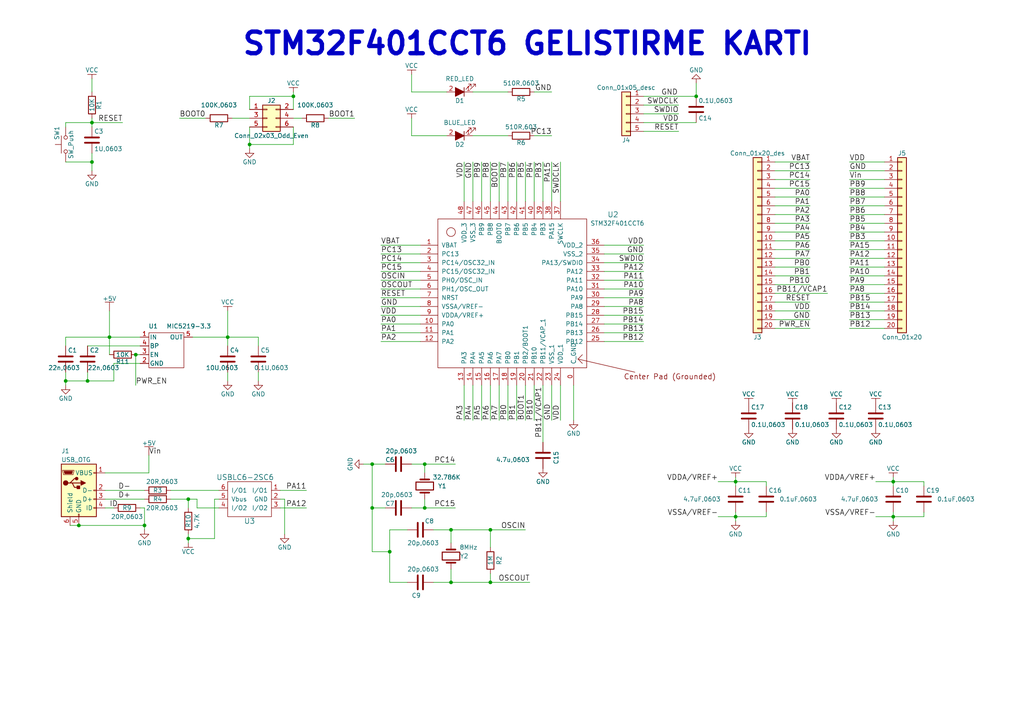
<source format=kicad_sch>
(kicad_sch (version 20211123) (generator eeschema)

  (uuid 23101f23-7edc-49ee-902a-f25370b60e3f)

  (paper "A4")

  (title_block
    (title "STM401CCT6")
    (date "2017-11-07")
    (comment 1 "C10, C11, C12, C13, C15, C16, C17, C18 and C19 must be placed near to MCU pin")
  )

  (lib_symbols
    (symbol "STM32F401CCT6-rescue:5V" (power) (pin_names (offset 0)) (in_bom yes) (on_board yes)
      (property "Reference" "#PWR" (id 0) (at 0 -2.54 0)
        (effects (font (size 1.27 1.27)) hide)
      )
      (property "Value" "5V" (id 1) (at 0 3.556 0)
        (effects (font (size 1.27 1.27)))
      )
      (property "Footprint" "" (id 2) (at 0 0 0)
        (effects (font (size 1.27 1.27)) hide)
      )
      (property "Datasheet" "" (id 3) (at 0 0 0)
        (effects (font (size 1.27 1.27)) hide)
      )
      (symbol "5V_0_1"
        (polyline
          (pts
            (xy -1.27 2.54)
            (xy 1.27 2.54)
          )
          (stroke (width 0) (type default) (color 0 0 0 0))
          (fill (type none))
        )
        (polyline
          (pts
            (xy 0 0)
            (xy 0 2.54)
          )
          (stroke (width 0) (type default) (color 0 0 0 0))
          (fill (type none))
        )
      )
      (symbol "5V_1_1"
        (pin power_in line (at 0 0 90) (length 0) hide
          (name "+5V" (effects (font (size 1.27 1.27))))
          (number "1" (effects (font (size 1.27 1.27))))
        )
      )
    )
    (symbol "STM32F401CCT6-rescue:C" (pin_numbers hide) (pin_names (offset 0.254)) (in_bom yes) (on_board yes)
      (property "Reference" "C" (id 0) (at 0.635 2.54 0)
        (effects (font (size 1.27 1.27)) (justify left))
      )
      (property "Value" "C" (id 1) (at 0.635 -2.54 0)
        (effects (font (size 1.27 1.27)) (justify left))
      )
      (property "Footprint" "" (id 2) (at 0.9652 -3.81 0)
        (effects (font (size 1.27 1.27)) hide)
      )
      (property "Datasheet" "" (id 3) (at 0 0 0)
        (effects (font (size 1.27 1.27)) hide)
      )
      (property "ki_fp_filters" "C_*" (id 4) (at 0 0 0)
        (effects (font (size 1.27 1.27)) hide)
      )
      (symbol "C_0_1"
        (polyline
          (pts
            (xy -2.032 -0.762)
            (xy 2.032 -0.762)
          )
          (stroke (width 0.508) (type default) (color 0 0 0 0))
          (fill (type none))
        )
        (polyline
          (pts
            (xy -2.032 0.762)
            (xy 2.032 0.762)
          )
          (stroke (width 0.508) (type default) (color 0 0 0 0))
          (fill (type none))
        )
      )
      (symbol "C_1_1"
        (pin passive line (at 0 3.81 270) (length 2.794)
          (name "~" (effects (font (size 1.27 1.27))))
          (number "1" (effects (font (size 1.27 1.27))))
        )
        (pin passive line (at 0 -3.81 90) (length 2.794)
          (name "~" (effects (font (size 1.27 1.27))))
          (number "2" (effects (font (size 1.27 1.27))))
        )
      )
    )
    (symbol "STM32F401CCT6-rescue:Crystal" (pin_numbers hide) (pin_names (offset 1.016) hide) (in_bom yes) (on_board yes)
      (property "Reference" "Y" (id 0) (at 0 3.81 0)
        (effects (font (size 1.27 1.27)))
      )
      (property "Value" "Crystal" (id 1) (at 0 -3.81 0)
        (effects (font (size 1.27 1.27)))
      )
      (property "Footprint" "" (id 2) (at 0 0 0)
        (effects (font (size 1.27 1.27)) hide)
      )
      (property "Datasheet" "" (id 3) (at 0 0 0)
        (effects (font (size 1.27 1.27)) hide)
      )
      (property "ki_fp_filters" "Crystal*" (id 4) (at 0 0 0)
        (effects (font (size 1.27 1.27)) hide)
      )
      (symbol "Crystal_0_1"
        (rectangle (start -1.143 2.54) (end 1.143 -2.54)
          (stroke (width 0.3048) (type default) (color 0 0 0 0))
          (fill (type none))
        )
        (polyline
          (pts
            (xy -2.54 0)
            (xy -1.905 0)
          )
          (stroke (width 0) (type default) (color 0 0 0 0))
          (fill (type none))
        )
        (polyline
          (pts
            (xy -1.905 -1.27)
            (xy -1.905 1.27)
          )
          (stroke (width 0.508) (type default) (color 0 0 0 0))
          (fill (type none))
        )
        (polyline
          (pts
            (xy 1.905 -1.27)
            (xy 1.905 1.27)
          )
          (stroke (width 0.508) (type default) (color 0 0 0 0))
          (fill (type none))
        )
        (polyline
          (pts
            (xy 2.54 0)
            (xy 1.905 0)
          )
          (stroke (width 0) (type default) (color 0 0 0 0))
          (fill (type none))
        )
      )
      (symbol "Crystal_1_1"
        (pin passive line (at -3.81 0 0) (length 1.27)
          (name "1" (effects (font (size 1.27 1.27))))
          (number "1" (effects (font (size 1.27 1.27))))
        )
        (pin passive line (at 3.81 0 180) (length 1.27)
          (name "2" (effects (font (size 1.27 1.27))))
          (number "2" (effects (font (size 1.27 1.27))))
        )
      )
    )
    (symbol "STM32F401CCT6-rescue:GND" (power) (pin_names (offset 0)) (in_bom yes) (on_board yes)
      (property "Reference" "#PWR" (id 0) (at 0 -6.35 0)
        (effects (font (size 1.27 1.27)) hide)
      )
      (property "Value" "GND" (id 1) (at 0 -3.81 0)
        (effects (font (size 1.27 1.27)))
      )
      (property "Footprint" "" (id 2) (at 0 0 0)
        (effects (font (size 1.27 1.27)) hide)
      )
      (property "Datasheet" "" (id 3) (at 0 0 0)
        (effects (font (size 1.27 1.27)) hide)
      )
      (symbol "GND_0_1"
        (polyline
          (pts
            (xy 0 0)
            (xy 0 -1.27)
            (xy 1.27 -1.27)
            (xy 0 -2.54)
            (xy -1.27 -1.27)
            (xy 0 -1.27)
          )
          (stroke (width 0) (type default) (color 0 0 0 0))
          (fill (type none))
        )
      )
      (symbol "GND_1_1"
        (pin power_in line (at 0 0 270) (length 0) hide
          (name "GND" (effects (font (size 1.27 1.27))))
          (number "1" (effects (font (size 1.27 1.27))))
        )
      )
    )
    (symbol "STM32F401CCT6-rescue:LED_ALT" (pin_names (offset 1.016) hide) (in_bom yes) (on_board yes)
      (property "Reference" "D" (id 0) (at 0 2.54 0)
        (effects (font (size 1.27 1.27)))
      )
      (property "Value" "LED_ALT" (id 1) (at 0 -2.54 0)
        (effects (font (size 1.27 1.27)))
      )
      (property "Footprint" "" (id 2) (at 0 0 0)
        (effects (font (size 1.27 1.27)) hide)
      )
      (property "Datasheet" "" (id 3) (at 0 0 0)
        (effects (font (size 1.27 1.27)) hide)
      )
      (property "ki_fp_filters" "LED*" (id 4) (at 0 0 0)
        (effects (font (size 1.27 1.27)) hide)
      )
      (symbol "LED_ALT_0_1"
        (polyline
          (pts
            (xy -1.27 -1.27)
            (xy -1.27 1.27)
          )
          (stroke (width 0.2032) (type default) (color 0 0 0 0))
          (fill (type none))
        )
        (polyline
          (pts
            (xy -1.27 0)
            (xy 1.27 0)
          )
          (stroke (width 0) (type default) (color 0 0 0 0))
          (fill (type none))
        )
        (polyline
          (pts
            (xy 1.27 -1.27)
            (xy 1.27 1.27)
            (xy -1.27 0)
            (xy 1.27 -1.27)
          )
          (stroke (width 0.2032) (type default) (color 0 0 0 0))
          (fill (type outline))
        )
        (polyline
          (pts
            (xy -3.048 -0.762)
            (xy -4.572 -2.286)
            (xy -3.81 -2.286)
            (xy -4.572 -2.286)
            (xy -4.572 -1.524)
          )
          (stroke (width 0) (type default) (color 0 0 0 0))
          (fill (type none))
        )
        (polyline
          (pts
            (xy -1.778 -0.762)
            (xy -3.302 -2.286)
            (xy -2.54 -2.286)
            (xy -3.302 -2.286)
            (xy -3.302 -1.524)
          )
          (stroke (width 0) (type default) (color 0 0 0 0))
          (fill (type none))
        )
      )
      (symbol "LED_ALT_1_1"
        (pin passive line (at -3.81 0 0) (length 2.54)
          (name "K" (effects (font (size 1.27 1.27))))
          (number "1" (effects (font (size 1.27 1.27))))
        )
        (pin passive line (at 3.81 0 180) (length 2.54)
          (name "A" (effects (font (size 1.27 1.27))))
          (number "2" (effects (font (size 1.27 1.27))))
        )
      )
    )
    (symbol "STM32F401CCT6-rescue:MIC5219-3.3-RESCUE-STM32F401CCT6" (pin_names (offset 0.254)) (in_bom yes) (on_board yes)
      (property "Reference" "U" (id 0) (at -3.81 5.715 0)
        (effects (font (size 1.27 1.27)))
      )
      (property "Value" "MIC5219-3.3-RESCUE-STM32F401CCT6" (id 1) (at 0 5.715 0)
        (effects (font (size 1.27 1.27)) (justify left))
      )
      (property "Footprint" "TO_SOT_Packages_SMD:SOT-23-5" (id 2) (at 0 8.255 0)
        (effects (font (size 1.27 1.27)) hide)
      )
      (property "Datasheet" "" (id 3) (at 0 0 0)
        (effects (font (size 1.27 1.27)) hide)
      )
      (property "ki_fp_filters" "SOT?23*" (id 4) (at 0 0 0)
        (effects (font (size 1.27 1.27)) hide)
      )
      (symbol "MIC5219-3.3-RESCUE-STM32F401CCT6_0_1"
        (rectangle (start -5.08 3.81) (end 5.08 -6.35)
          (stroke (width 0) (type default) (color 0 0 0 0))
          (fill (type none))
        )
      )
      (symbol "MIC5219-3.3-RESCUE-STM32F401CCT6_1_1"
        (pin power_in line (at -7.62 2.54 0) (length 2.54)
          (name "IN" (effects (font (size 1.27 1.27))))
          (number "1" (effects (font (size 1.27 1.27))))
        )
        (pin power_in line (at -7.62 -5.08 0) (length 2.54)
          (name "GND" (effects (font (size 1.27 1.27))))
          (number "2" (effects (font (size 1.27 1.27))))
        )
        (pin input line (at -7.62 -2.54 0) (length 2.54)
          (name "EN" (effects (font (size 1.27 1.27))))
          (number "3" (effects (font (size 1.27 1.27))))
        )
        (pin input line (at -7.62 0 0) (length 2.54)
          (name "BP" (effects (font (size 1.27 1.27))))
          (number "4" (effects (font (size 1.27 1.27))))
        )
        (pin power_out line (at 7.62 2.54 180) (length 2.54)
          (name "OUT" (effects (font (size 1.27 1.27))))
          (number "5" (effects (font (size 1.27 1.27))))
        )
      )
    )
    (symbol "STM32F401CCT6-rescue:R" (pin_numbers hide) (pin_names (offset 0)) (in_bom yes) (on_board yes)
      (property "Reference" "R" (id 0) (at 2.032 0 90)
        (effects (font (size 1.27 1.27)))
      )
      (property "Value" "R" (id 1) (at 0 0 90)
        (effects (font (size 1.27 1.27)))
      )
      (property "Footprint" "" (id 2) (at -1.778 0 90)
        (effects (font (size 1.27 1.27)) hide)
      )
      (property "Datasheet" "" (id 3) (at 0 0 0)
        (effects (font (size 1.27 1.27)) hide)
      )
      (property "ki_fp_filters" "R_* R_*" (id 4) (at 0 0 0)
        (effects (font (size 1.27 1.27)) hide)
      )
      (symbol "R_0_1"
        (rectangle (start -1.016 -2.54) (end 1.016 2.54)
          (stroke (width 0.254) (type default) (color 0 0 0 0))
          (fill (type none))
        )
      )
      (symbol "R_1_1"
        (pin passive line (at 0 3.81 270) (length 1.27)
          (name "~" (effects (font (size 1.27 1.27))))
          (number "1" (effects (font (size 1.27 1.27))))
        )
        (pin passive line (at 0 -3.81 90) (length 1.27)
          (name "~" (effects (font (size 1.27 1.27))))
          (number "2" (effects (font (size 1.27 1.27))))
        )
      )
    )
    (symbol "STM32F401CCT6-rescue:SW_Push" (pin_numbers hide) (pin_names (offset 1.016) hide) (in_bom yes) (on_board yes)
      (property "Reference" "SW" (id 0) (at 1.27 2.54 0)
        (effects (font (size 1.27 1.27)) (justify left))
      )
      (property "Value" "SW_Push" (id 1) (at 0 -1.524 0)
        (effects (font (size 1.27 1.27)))
      )
      (property "Footprint" "" (id 2) (at 0 5.08 0)
        (effects (font (size 1.27 1.27)) hide)
      )
      (property "Datasheet" "" (id 3) (at 0 5.08 0)
        (effects (font (size 1.27 1.27)) hide)
      )
      (symbol "SW_Push_0_1"
        (circle (center -2.032 0) (radius 0.508)
          (stroke (width 0) (type default) (color 0 0 0 0))
          (fill (type none))
        )
        (polyline
          (pts
            (xy 0 1.27)
            (xy 0 3.048)
          )
          (stroke (width 0) (type default) (color 0 0 0 0))
          (fill (type none))
        )
        (polyline
          (pts
            (xy 2.54 1.27)
            (xy -2.54 1.27)
          )
          (stroke (width 0) (type default) (color 0 0 0 0))
          (fill (type none))
        )
        (circle (center 2.032 0) (radius 0.508)
          (stroke (width 0) (type default) (color 0 0 0 0))
          (fill (type none))
        )
        (pin passive line (at -5.08 0 0) (length 2.54)
          (name "1" (effects (font (size 1.27 1.27))))
          (number "1" (effects (font (size 1.27 1.27))))
        )
        (pin passive line (at 5.08 0 180) (length 2.54)
          (name "2" (effects (font (size 1.27 1.27))))
          (number "2" (effects (font (size 1.27 1.27))))
        )
      )
    )
    (symbol "STM32F401CCT6-rescue:USB_OTG-RESCUE-STM32F401CCT6" (pin_names (offset 1.016)) (in_bom yes) (on_board yes)
      (property "Reference" "J" (id 0) (at -5.08 11.43 0)
        (effects (font (size 1.27 1.27)) (justify left))
      )
      (property "Value" "USB_OTG-RESCUE-STM32F401CCT6" (id 1) (at -5.08 8.89 0)
        (effects (font (size 1.27 1.27)) (justify left))
      )
      (property "Footprint" "" (id 2) (at 3.81 -1.27 0)
        (effects (font (size 1.27 1.27)) hide)
      )
      (property "Datasheet" "" (id 3) (at 3.81 -1.27 0)
        (effects (font (size 1.27 1.27)) hide)
      )
      (property "ki_fp_filters" "USB*" (id 4) (at 0 0 0)
        (effects (font (size 1.27 1.27)) hide)
      )
      (symbol "USB_OTG-RESCUE-STM32F401CCT6_0_1"
        (rectangle (start -5.08 -7.62) (end 5.08 7.62)
          (stroke (width 0.254) (type default) (color 0 0 0 0))
          (fill (type background))
        )
        (circle (center -3.81 2.159) (radius 0.635)
          (stroke (width 0.254) (type default) (color 0 0 0 0))
          (fill (type outline))
        )
        (circle (center -0.635 3.429) (radius 0.381)
          (stroke (width 0.254) (type default) (color 0 0 0 0))
          (fill (type outline))
        )
        (rectangle (start -0.127 -7.62) (end 0.127 -6.858)
          (stroke (width 0) (type default) (color 0 0 0 0))
          (fill (type none))
        )
        (polyline
          (pts
            (xy -1.905 2.159)
            (xy 0.635 2.159)
          )
          (stroke (width 0.254) (type default) (color 0 0 0 0))
          (fill (type none))
        )
        (polyline
          (pts
            (xy -3.175 2.159)
            (xy -2.54 2.159)
            (xy -1.27 3.429)
            (xy -0.635 3.429)
          )
          (stroke (width 0.254) (type default) (color 0 0 0 0))
          (fill (type none))
        )
        (polyline
          (pts
            (xy -2.54 2.159)
            (xy -1.905 2.159)
            (xy -1.27 0.889)
            (xy 0 0.889)
          )
          (stroke (width 0.254) (type default) (color 0 0 0 0))
          (fill (type none))
        )
        (polyline
          (pts
            (xy 0.635 2.794)
            (xy 0.635 1.524)
            (xy 1.905 2.159)
            (xy 0.635 2.794)
          )
          (stroke (width 0.254) (type default) (color 0 0 0 0))
          (fill (type outline))
        )
        (polyline
          (pts
            (xy -4.318 5.588)
            (xy -1.778 5.588)
            (xy -2.032 4.826)
            (xy -4.064 4.826)
            (xy -4.318 5.588)
          )
          (stroke (width 0) (type default) (color 0 0 0 0))
          (fill (type outline))
        )
        (polyline
          (pts
            (xy -4.699 5.842)
            (xy -4.699 5.588)
            (xy -4.445 4.826)
            (xy -4.445 4.572)
            (xy -1.651 4.572)
            (xy -1.651 4.826)
            (xy -1.397 5.588)
            (xy -1.397 5.842)
            (xy -4.699 5.842)
          )
          (stroke (width 0) (type default) (color 0 0 0 0))
          (fill (type none))
        )
        (rectangle (start 0.254 1.27) (end -0.508 0.508)
          (stroke (width 0.254) (type default) (color 0 0 0 0))
          (fill (type outline))
        )
        (rectangle (start 5.08 -5.207) (end 4.318 -4.953)
          (stroke (width 0) (type default) (color 0 0 0 0))
          (fill (type none))
        )
        (rectangle (start 5.08 -2.667) (end 4.318 -2.413)
          (stroke (width 0) (type default) (color 0 0 0 0))
          (fill (type none))
        )
        (rectangle (start 5.08 -0.127) (end 4.318 0.127)
          (stroke (width 0) (type default) (color 0 0 0 0))
          (fill (type none))
        )
        (rectangle (start 5.08 4.953) (end 4.318 5.207)
          (stroke (width 0) (type default) (color 0 0 0 0))
          (fill (type none))
        )
      )
      (symbol "USB_OTG-RESCUE-STM32F401CCT6_1_1"
        (pin power_in line (at 7.62 5.08 180) (length 2.54)
          (name "VBUS" (effects (font (size 1.27 1.27))))
          (number "1" (effects (font (size 1.27 1.27))))
        )
        (pin passive line (at 7.62 0 180) (length 2.54)
          (name "D-" (effects (font (size 1.27 1.27))))
          (number "2" (effects (font (size 1.27 1.27))))
        )
        (pin passive line (at 7.62 -2.54 180) (length 2.54)
          (name "D+" (effects (font (size 1.27 1.27))))
          (number "3" (effects (font (size 1.27 1.27))))
        )
        (pin passive line (at 7.62 -5.08 180) (length 2.54)
          (name "ID" (effects (font (size 1.27 1.27))))
          (number "4" (effects (font (size 1.27 1.27))))
        )
        (pin power_in line (at 0 -10.16 90) (length 2.54)
          (name "GND" (effects (font (size 1.27 1.27))))
          (number "5" (effects (font (size 1.27 1.27))))
        )
        (pin passive line (at -2.54 -10.16 90) (length 2.54)
          (name "Shield" (effects (font (size 1.27 1.27))))
          (number "6" (effects (font (size 1.27 1.27))))
        )
      )
    )
    (symbol "STM32F401CCT6-rescue:VDD-RESCUE-STM32F401CCT6" (power) (pin_names (offset 0)) (in_bom yes) (on_board yes)
      (property "Reference" "#PWR" (id 0) (at 0 -3.81 0)
        (effects (font (size 1.27 1.27)) hide)
      )
      (property "Value" "VDD-RESCUE-STM32F401CCT6" (id 1) (at 0 2.54 0)
        (effects (font (size 1.27 1.27)))
      )
      (property "Footprint" "" (id 2) (at 0 0 0)
        (effects (font (size 1.27 1.27)) hide)
      )
      (property "Datasheet" "" (id 3) (at 0 0 0)
        (effects (font (size 1.27 1.27)) hide)
      )
      (symbol "VDD-RESCUE-STM32F401CCT6_0_1"
        (polyline
          (pts
            (xy -1.27 1.27)
            (xy 1.27 1.27)
          )
          (stroke (width 0) (type default) (color 0 0 0 0))
          (fill (type none))
        )
        (polyline
          (pts
            (xy 0 0)
            (xy 0 1.27)
          )
          (stroke (width 0) (type default) (color 0 0 0 0))
          (fill (type none))
        )
      )
      (symbol "VDD-RESCUE-STM32F401CCT6_1_1"
        (pin power_in line (at 0 0 90) (length 0) hide
          (name "VCC" (effects (font (size 1.27 1.27))))
          (number "1" (effects (font (size 1.27 1.27))))
        )
      )
    )
    (symbol "USBLC6-2SC6:USBLC6-2SC6" (pin_names (offset 1.016)) (in_bom yes) (on_board yes)
      (property "Reference" "U" (id 0) (at -2.54 -3.81 0)
        (effects (font (size 1.524 1.524)))
      )
      (property "Value" "USBLC6-2SC6" (id 1) (at -1.27 8.89 0)
        (effects (font (size 1.524 1.524)))
      )
      (property "Footprint" "" (id 2) (at 0 0 0)
        (effects (font (size 1.524 1.524)) hide)
      )
      (property "Datasheet" "" (id 3) (at 0 0 0)
        (effects (font (size 1.524 1.524)) hide)
      )
      (symbol "USBLC6-2SC6_0_1"
        (rectangle (start -8.89 7.62) (end 3.81 -2.54)
          (stroke (width 0) (type default) (color 0 0 0 0))
          (fill (type none))
        )
      )
      (symbol "USBLC6-2SC6_1_1"
        (pin passive line (at -11.43 5.08 0) (length 2.54)
          (name "I/O1" (effects (font (size 1.27 1.27))))
          (number "1" (effects (font (size 1.27 1.27))))
        )
        (pin passive line (at -11.43 2.54 0) (length 2.54)
          (name "GND" (effects (font (size 1.27 1.27))))
          (number "2" (effects (font (size 1.27 1.27))))
        )
        (pin passive line (at -11.43 0 0) (length 2.54)
          (name "I/O2" (effects (font (size 1.27 1.27))))
          (number "3" (effects (font (size 1.27 1.27))))
        )
        (pin passive line (at 6.35 0 180) (length 2.54)
          (name "I/O2" (effects (font (size 1.27 1.27))))
          (number "4" (effects (font (size 1.27 1.27))))
        )
        (pin passive line (at 6.35 2.54 180) (length 2.54)
          (name "Vbus" (effects (font (size 1.27 1.27))))
          (number "5" (effects (font (size 1.27 1.27))))
        )
        (pin passive line (at 6.35 5.08 180) (length 2.54)
          (name "I/O1" (effects (font (size 1.27 1.27))))
          (number "6" (effects (font (size 1.27 1.27))))
        )
      )
    )
    (symbol "conn_01x05_descending:Conn_01x05_desc" (pin_names (offset 1.016) hide) (in_bom yes) (on_board yes)
      (property "Reference" "J" (id 0) (at 0 7.62 0)
        (effects (font (size 1.27 1.27)))
      )
      (property "Value" "Conn_01x05_desc" (id 1) (at 0 -7.62 0)
        (effects (font (size 1.27 1.27)))
      )
      (property "Footprint" "" (id 2) (at 0 0 0)
        (effects (font (size 1.27 1.27)) hide)
      )
      (property "Datasheet" "~" (id 3) (at 0 0 0)
        (effects (font (size 1.27 1.27)) hide)
      )
      (property "ki_keywords" "connector" (id 4) (at 0 0 0)
        (effects (font (size 1.27 1.27)) hide)
      )
      (property "ki_description" "Generic connector, single row, 01x05" (id 5) (at 0 0 0)
        (effects (font (size 1.27 1.27)) hide)
      )
      (property "ki_fp_filters" "Connector*:*_??x*mm* Connector*:*1x??x*mm* Pin?Header?Straight?1X* Pin?Header?Angled?1X* Socket?Strip?Straight?1X* Socket?Strip?Angled?1X*" (id 6) (at 0 0 0)
        (effects (font (size 1.27 1.27)) hide)
      )
      (symbol "Conn_01x05_desc_1_1"
        (rectangle (start -1.27 -4.953) (end 0 -5.207)
          (stroke (width 0.1524) (type default) (color 0 0 0 0))
          (fill (type none))
        )
        (rectangle (start -1.27 -2.413) (end 0 -2.667)
          (stroke (width 0.1524) (type default) (color 0 0 0 0))
          (fill (type none))
        )
        (rectangle (start -1.27 0.127) (end 0 -0.127)
          (stroke (width 0.1524) (type default) (color 0 0 0 0))
          (fill (type none))
        )
        (rectangle (start -1.27 2.667) (end 0 2.413)
          (stroke (width 0.1524) (type default) (color 0 0 0 0))
          (fill (type none))
        )
        (rectangle (start -1.27 5.207) (end 0 4.953)
          (stroke (width 0.1524) (type default) (color 0 0 0 0))
          (fill (type none))
        )
        (rectangle (start -1.27 6.35) (end 1.27 -6.35)
          (stroke (width 0.254) (type default) (color 0 0 0 0))
          (fill (type background))
        )
        (pin passive line (at -5.08 -5.08 0) (length 3.81)
          (name "Pin_1" (effects (font (size 1.27 1.27))))
          (number "1" (effects (font (size 1.27 1.27))))
        )
        (pin passive line (at -5.08 -2.54 0) (length 3.81)
          (name "Pin_2" (effects (font (size 1.27 1.27))))
          (number "2" (effects (font (size 1.27 1.27))))
        )
        (pin passive line (at -5.08 0 0) (length 3.81)
          (name "Pin_3" (effects (font (size 1.27 1.27))))
          (number "3" (effects (font (size 1.27 1.27))))
        )
        (pin passive line (at -5.08 2.54 0) (length 3.81)
          (name "Pin_4" (effects (font (size 1.27 1.27))))
          (number "4" (effects (font (size 1.27 1.27))))
        )
        (pin passive line (at -5.08 5.08 0) (length 3.81)
          (name "Pin_5" (effects (font (size 1.27 1.27))))
          (number "5" (effects (font (size 1.27 1.27))))
        )
      )
    )
    (symbol "conn_01x05_descending:Conn_01x20" (pin_names (offset 1.016) hide) (in_bom yes) (on_board yes)
      (property "Reference" "J" (id 0) (at 0 25.4 0)
        (effects (font (size 1.27 1.27)))
      )
      (property "Value" "Conn_01x20" (id 1) (at 0 -27.94 0)
        (effects (font (size 1.27 1.27)))
      )
      (property "Footprint" "" (id 2) (at 0 0 0)
        (effects (font (size 1.27 1.27)) hide)
      )
      (property "Datasheet" "~" (id 3) (at 0 0 0)
        (effects (font (size 1.27 1.27)) hide)
      )
      (property "ki_keywords" "connector" (id 4) (at 0 0 0)
        (effects (font (size 1.27 1.27)) hide)
      )
      (property "ki_description" "Generic connector, single row, 01x20" (id 5) (at 0 0 0)
        (effects (font (size 1.27 1.27)) hide)
      )
      (property "ki_fp_filters" "Connector*:*_??x*mm* Connector*:*1x??x*mm* Pin?Header?Straight?1X* Pin?Header?Angled?1X* Socket?Strip?Straight?1X* Socket?Strip?Angled?1X*" (id 6) (at 0 0 0)
        (effects (font (size 1.27 1.27)) hide)
      )
      (symbol "Conn_01x20_1_1"
        (rectangle (start -1.27 -25.273) (end 0 -25.527)
          (stroke (width 0.1524) (type default) (color 0 0 0 0))
          (fill (type none))
        )
        (rectangle (start -1.27 -22.733) (end 0 -22.987)
          (stroke (width 0.1524) (type default) (color 0 0 0 0))
          (fill (type none))
        )
        (rectangle (start -1.27 -20.193) (end 0 -20.447)
          (stroke (width 0.1524) (type default) (color 0 0 0 0))
          (fill (type none))
        )
        (rectangle (start -1.27 -17.653) (end 0 -17.907)
          (stroke (width 0.1524) (type default) (color 0 0 0 0))
          (fill (type none))
        )
        (rectangle (start -1.27 -15.113) (end 0 -15.367)
          (stroke (width 0.1524) (type default) (color 0 0 0 0))
          (fill (type none))
        )
        (rectangle (start -1.27 -12.573) (end 0 -12.827)
          (stroke (width 0.1524) (type default) (color 0 0 0 0))
          (fill (type none))
        )
        (rectangle (start -1.27 -10.033) (end 0 -10.287)
          (stroke (width 0.1524) (type default) (color 0 0 0 0))
          (fill (type none))
        )
        (rectangle (start -1.27 -7.493) (end 0 -7.747)
          (stroke (width 0.1524) (type default) (color 0 0 0 0))
          (fill (type none))
        )
        (rectangle (start -1.27 -4.953) (end 0 -5.207)
          (stroke (width 0.1524) (type default) (color 0 0 0 0))
          (fill (type none))
        )
        (rectangle (start -1.27 -2.413) (end 0 -2.667)
          (stroke (width 0.1524) (type default) (color 0 0 0 0))
          (fill (type none))
        )
        (rectangle (start -1.27 0.127) (end 0 -0.127)
          (stroke (width 0.1524) (type default) (color 0 0 0 0))
          (fill (type none))
        )
        (rectangle (start -1.27 2.667) (end 0 2.413)
          (stroke (width 0.1524) (type default) (color 0 0 0 0))
          (fill (type none))
        )
        (rectangle (start -1.27 5.207) (end 0 4.953)
          (stroke (width 0.1524) (type default) (color 0 0 0 0))
          (fill (type none))
        )
        (rectangle (start -1.27 7.747) (end 0 7.493)
          (stroke (width 0.1524) (type default) (color 0 0 0 0))
          (fill (type none))
        )
        (rectangle (start -1.27 10.287) (end 0 10.033)
          (stroke (width 0.1524) (type default) (color 0 0 0 0))
          (fill (type none))
        )
        (rectangle (start -1.27 12.827) (end 0 12.573)
          (stroke (width 0.1524) (type default) (color 0 0 0 0))
          (fill (type none))
        )
        (rectangle (start -1.27 15.367) (end 0 15.113)
          (stroke (width 0.1524) (type default) (color 0 0 0 0))
          (fill (type none))
        )
        (rectangle (start -1.27 17.907) (end 0 17.653)
          (stroke (width 0.1524) (type default) (color 0 0 0 0))
          (fill (type none))
        )
        (rectangle (start -1.27 20.447) (end 0 20.193)
          (stroke (width 0.1524) (type default) (color 0 0 0 0))
          (fill (type none))
        )
        (rectangle (start -1.27 22.987) (end 0 22.733)
          (stroke (width 0.1524) (type default) (color 0 0 0 0))
          (fill (type none))
        )
        (rectangle (start -1.27 24.13) (end 1.27 -26.67)
          (stroke (width 0.254) (type default) (color 0 0 0 0))
          (fill (type background))
        )
        (pin passive line (at -5.08 22.86 0) (length 3.81)
          (name "Pin_1" (effects (font (size 1.27 1.27))))
          (number "1" (effects (font (size 1.27 1.27))))
        )
        (pin passive line (at -5.08 0 0) (length 3.81)
          (name "Pin_10" (effects (font (size 1.27 1.27))))
          (number "10" (effects (font (size 1.27 1.27))))
        )
        (pin passive line (at -5.08 -2.54 0) (length 3.81)
          (name "Pin_11" (effects (font (size 1.27 1.27))))
          (number "11" (effects (font (size 1.27 1.27))))
        )
        (pin passive line (at -5.08 -5.08 0) (length 3.81)
          (name "Pin_12" (effects (font (size 1.27 1.27))))
          (number "12" (effects (font (size 1.27 1.27))))
        )
        (pin passive line (at -5.08 -7.62 0) (length 3.81)
          (name "Pin_13" (effects (font (size 1.27 1.27))))
          (number "13" (effects (font (size 1.27 1.27))))
        )
        (pin passive line (at -5.08 -10.16 0) (length 3.81)
          (name "Pin_14" (effects (font (size 1.27 1.27))))
          (number "14" (effects (font (size 1.27 1.27))))
        )
        (pin passive line (at -5.08 -12.7 0) (length 3.81)
          (name "Pin_15" (effects (font (size 1.27 1.27))))
          (number "15" (effects (font (size 1.27 1.27))))
        )
        (pin passive line (at -5.08 -15.24 0) (length 3.81)
          (name "Pin_16" (effects (font (size 1.27 1.27))))
          (number "16" (effects (font (size 1.27 1.27))))
        )
        (pin passive line (at -5.08 -17.78 0) (length 3.81)
          (name "Pin_17" (effects (font (size 1.27 1.27))))
          (number "17" (effects (font (size 1.27 1.27))))
        )
        (pin passive line (at -5.08 -20.32 0) (length 3.81)
          (name "Pin_18" (effects (font (size 1.27 1.27))))
          (number "18" (effects (font (size 1.27 1.27))))
        )
        (pin passive line (at -5.08 -22.86 0) (length 3.81)
          (name "Pin_19" (effects (font (size 1.27 1.27))))
          (number "19" (effects (font (size 1.27 1.27))))
        )
        (pin passive line (at -5.08 20.32 0) (length 3.81)
          (name "Pin_2" (effects (font (size 1.27 1.27))))
          (number "2" (effects (font (size 1.27 1.27))))
        )
        (pin passive line (at -5.08 -25.4 0) (length 3.81)
          (name "Pin_20" (effects (font (size 1.27 1.27))))
          (number "20" (effects (font (size 1.27 1.27))))
        )
        (pin passive line (at -5.08 17.78 0) (length 3.81)
          (name "Pin_3" (effects (font (size 1.27 1.27))))
          (number "3" (effects (font (size 1.27 1.27))))
        )
        (pin passive line (at -5.08 15.24 0) (length 3.81)
          (name "Pin_4" (effects (font (size 1.27 1.27))))
          (number "4" (effects (font (size 1.27 1.27))))
        )
        (pin passive line (at -5.08 12.7 0) (length 3.81)
          (name "Pin_5" (effects (font (size 1.27 1.27))))
          (number "5" (effects (font (size 1.27 1.27))))
        )
        (pin passive line (at -5.08 10.16 0) (length 3.81)
          (name "Pin_6" (effects (font (size 1.27 1.27))))
          (number "6" (effects (font (size 1.27 1.27))))
        )
        (pin passive line (at -5.08 7.62 0) (length 3.81)
          (name "Pin_7" (effects (font (size 1.27 1.27))))
          (number "7" (effects (font (size 1.27 1.27))))
        )
        (pin passive line (at -5.08 5.08 0) (length 3.81)
          (name "Pin_8" (effects (font (size 1.27 1.27))))
          (number "8" (effects (font (size 1.27 1.27))))
        )
        (pin passive line (at -5.08 2.54 0) (length 3.81)
          (name "Pin_9" (effects (font (size 1.27 1.27))))
          (number "9" (effects (font (size 1.27 1.27))))
        )
      )
    )
    (symbol "conn_01x05_descending:Conn_02x03_Odd_Even" (pin_names (offset 1.016) hide) (in_bom yes) (on_board yes)
      (property "Reference" "J" (id 0) (at 1.27 5.08 0)
        (effects (font (size 1.27 1.27)))
      )
      (property "Value" "Conn_02x03_Odd_Even" (id 1) (at 1.27 -5.08 0)
        (effects (font (size 1.27 1.27)))
      )
      (property "Footprint" "" (id 2) (at 0 0 0)
        (effects (font (size 1.27 1.27)) hide)
      )
      (property "Datasheet" "~" (id 3) (at 0 0 0)
        (effects (font (size 1.27 1.27)) hide)
      )
      (property "ki_keywords" "connector" (id 4) (at 0 0 0)
        (effects (font (size 1.27 1.27)) hide)
      )
      (property "ki_description" "Generic connector, double row, 02x03, odd/even pin numbering scheme (row 1 odd numbers, row 2 even numbers)" (id 5) (at 0 0 0)
        (effects (font (size 1.27 1.27)) hide)
      )
      (property "ki_fp_filters" "Connector*:*2x??x*mm* Connector*:*2x???Pitch* Pin_Header_Straight_2X* Pin_Header_Angled_2X* Socket_Strip_Straight_2X* Socket_Strip_Angled_2X*" (id 6) (at 0 0 0)
        (effects (font (size 1.27 1.27)) hide)
      )
      (symbol "Conn_02x03_Odd_Even_1_1"
        (rectangle (start -1.27 -2.413) (end 0 -2.667)
          (stroke (width 0.1524) (type default) (color 0 0 0 0))
          (fill (type none))
        )
        (rectangle (start -1.27 0.127) (end 0 -0.127)
          (stroke (width 0.1524) (type default) (color 0 0 0 0))
          (fill (type none))
        )
        (rectangle (start -1.27 2.667) (end 0 2.413)
          (stroke (width 0.1524) (type default) (color 0 0 0 0))
          (fill (type none))
        )
        (rectangle (start -1.27 3.81) (end 3.81 -3.81)
          (stroke (width 0.254) (type default) (color 0 0 0 0))
          (fill (type background))
        )
        (rectangle (start 3.81 -2.413) (end 2.54 -2.667)
          (stroke (width 0.1524) (type default) (color 0 0 0 0))
          (fill (type none))
        )
        (rectangle (start 3.81 0.127) (end 2.54 -0.127)
          (stroke (width 0.1524) (type default) (color 0 0 0 0))
          (fill (type none))
        )
        (rectangle (start 3.81 2.667) (end 2.54 2.413)
          (stroke (width 0.1524) (type default) (color 0 0 0 0))
          (fill (type none))
        )
        (pin passive line (at -5.08 2.54 0) (length 3.81)
          (name "Pin_1" (effects (font (size 1.27 1.27))))
          (number "1" (effects (font (size 1.27 1.27))))
        )
        (pin passive line (at 7.62 2.54 180) (length 3.81)
          (name "Pin_2" (effects (font (size 1.27 1.27))))
          (number "2" (effects (font (size 1.27 1.27))))
        )
        (pin passive line (at -5.08 0 0) (length 3.81)
          (name "Pin_3" (effects (font (size 1.27 1.27))))
          (number "3" (effects (font (size 1.27 1.27))))
        )
        (pin passive line (at 7.62 0 180) (length 3.81)
          (name "Pin_4" (effects (font (size 1.27 1.27))))
          (number "4" (effects (font (size 1.27 1.27))))
        )
        (pin passive line (at -5.08 -2.54 0) (length 3.81)
          (name "Pin_5" (effects (font (size 1.27 1.27))))
          (number "5" (effects (font (size 1.27 1.27))))
        )
        (pin passive line (at 7.62 -2.54 180) (length 3.81)
          (name "Pin_6" (effects (font (size 1.27 1.27))))
          (number "6" (effects (font (size 1.27 1.27))))
        )
      )
    )
    (symbol "conn_01x20_descending:Conn_01x20_des" (pin_names (offset 1.016) hide) (in_bom yes) (on_board yes)
      (property "Reference" "J" (id 0) (at 0 25.4 0)
        (effects (font (size 1.27 1.27)))
      )
      (property "Value" "Conn_01x20_des" (id 1) (at 0 -27.94 0)
        (effects (font (size 1.27 1.27)))
      )
      (property "Footprint" "" (id 2) (at 0 0 0)
        (effects (font (size 1.27 1.27)) hide)
      )
      (property "Datasheet" "~" (id 3) (at 0 0 0)
        (effects (font (size 1.27 1.27)) hide)
      )
      (property "ki_keywords" "connector" (id 4) (at 0 0 0)
        (effects (font (size 1.27 1.27)) hide)
      )
      (property "ki_description" "Generic connector, single row, 01x20" (id 5) (at 0 0 0)
        (effects (font (size 1.27 1.27)) hide)
      )
      (property "ki_fp_filters" "Connector*:*_??x*mm* Connector*:*1x??x*mm* Pin?Header?Straight?1X* Pin?Header?Angled?1X* Socket?Strip?Straight?1X* Socket?Strip?Angled?1X*" (id 6) (at 0 0 0)
        (effects (font (size 1.27 1.27)) hide)
      )
      (symbol "Conn_01x20_des_1_1"
        (rectangle (start -1.27 -25.273) (end 0 -25.527)
          (stroke (width 0.1524) (type default) (color 0 0 0 0))
          (fill (type none))
        )
        (rectangle (start -1.27 -22.733) (end 0 -22.987)
          (stroke (width 0.1524) (type default) (color 0 0 0 0))
          (fill (type none))
        )
        (rectangle (start -1.27 -20.193) (end 0 -20.447)
          (stroke (width 0.1524) (type default) (color 0 0 0 0))
          (fill (type none))
        )
        (rectangle (start -1.27 -17.653) (end 0 -17.907)
          (stroke (width 0.1524) (type default) (color 0 0 0 0))
          (fill (type none))
        )
        (rectangle (start -1.27 -15.113) (end 0 -15.367)
          (stroke (width 0.1524) (type default) (color 0 0 0 0))
          (fill (type none))
        )
        (rectangle (start -1.27 -12.573) (end 0 -12.827)
          (stroke (width 0.1524) (type default) (color 0 0 0 0))
          (fill (type none))
        )
        (rectangle (start -1.27 -10.033) (end 0 -10.287)
          (stroke (width 0.1524) (type default) (color 0 0 0 0))
          (fill (type none))
        )
        (rectangle (start -1.27 -7.493) (end 0 -7.747)
          (stroke (width 0.1524) (type default) (color 0 0 0 0))
          (fill (type none))
        )
        (rectangle (start -1.27 -4.953) (end 0 -5.207)
          (stroke (width 0.1524) (type default) (color 0 0 0 0))
          (fill (type none))
        )
        (rectangle (start -1.27 -2.413) (end 0 -2.667)
          (stroke (width 0.1524) (type default) (color 0 0 0 0))
          (fill (type none))
        )
        (rectangle (start -1.27 0.127) (end 0 -0.127)
          (stroke (width 0.1524) (type default) (color 0 0 0 0))
          (fill (type none))
        )
        (rectangle (start -1.27 2.667) (end 0 2.413)
          (stroke (width 0.1524) (type default) (color 0 0 0 0))
          (fill (type none))
        )
        (rectangle (start -1.27 5.207) (end 0 4.953)
          (stroke (width 0.1524) (type default) (color 0 0 0 0))
          (fill (type none))
        )
        (rectangle (start -1.27 7.747) (end 0 7.493)
          (stroke (width 0.1524) (type default) (color 0 0 0 0))
          (fill (type none))
        )
        (rectangle (start -1.27 10.287) (end 0 10.033)
          (stroke (width 0.1524) (type default) (color 0 0 0 0))
          (fill (type none))
        )
        (rectangle (start -1.27 12.827) (end 0 12.573)
          (stroke (width 0.1524) (type default) (color 0 0 0 0))
          (fill (type none))
        )
        (rectangle (start -1.27 15.367) (end 0 15.113)
          (stroke (width 0.1524) (type default) (color 0 0 0 0))
          (fill (type none))
        )
        (rectangle (start -1.27 17.907) (end 0 17.653)
          (stroke (width 0.1524) (type default) (color 0 0 0 0))
          (fill (type none))
        )
        (rectangle (start -1.27 20.447) (end 0 20.193)
          (stroke (width 0.1524) (type default) (color 0 0 0 0))
          (fill (type none))
        )
        (rectangle (start -1.27 22.987) (end 0 22.733)
          (stroke (width 0.1524) (type default) (color 0 0 0 0))
          (fill (type none))
        )
        (rectangle (start -1.27 24.13) (end 1.27 -26.67)
          (stroke (width 0.254) (type default) (color 0 0 0 0))
          (fill (type background))
        )
        (pin passive line (at -5.08 -25.4 0) (length 3.81)
          (name "Pin_1" (effects (font (size 1.27 1.27))))
          (number "1" (effects (font (size 1.27 1.27))))
        )
        (pin passive line (at -5.08 -2.54 0) (length 3.81)
          (name "Pin_10" (effects (font (size 1.27 1.27))))
          (number "10" (effects (font (size 1.27 1.27))))
        )
        (pin passive line (at -5.08 0 0) (length 3.81)
          (name "Pin_11" (effects (font (size 1.27 1.27))))
          (number "11" (effects (font (size 1.27 1.27))))
        )
        (pin passive line (at -5.08 2.54 0) (length 3.81)
          (name "Pin_12" (effects (font (size 1.27 1.27))))
          (number "12" (effects (font (size 1.27 1.27))))
        )
        (pin passive line (at -5.08 5.08 0) (length 3.81)
          (name "Pin_13" (effects (font (size 1.27 1.27))))
          (number "13" (effects (font (size 1.27 1.27))))
        )
        (pin passive line (at -5.08 7.62 0) (length 3.81)
          (name "Pin_14" (effects (font (size 1.27 1.27))))
          (number "14" (effects (font (size 1.27 1.27))))
        )
        (pin passive line (at -5.08 10.16 0) (length 3.81)
          (name "Pin_15" (effects (font (size 1.27 1.27))))
          (number "15" (effects (font (size 1.27 1.27))))
        )
        (pin passive line (at -5.08 12.7 0) (length 3.81)
          (name "Pin_16" (effects (font (size 1.27 1.27))))
          (number "16" (effects (font (size 1.27 1.27))))
        )
        (pin passive line (at -5.08 15.24 0) (length 3.81)
          (name "Pin_17" (effects (font (size 1.27 1.27))))
          (number "17" (effects (font (size 1.27 1.27))))
        )
        (pin passive line (at -5.08 17.78 0) (length 3.81)
          (name "Pin_18" (effects (font (size 1.27 1.27))))
          (number "18" (effects (font (size 1.27 1.27))))
        )
        (pin passive line (at -5.08 20.32 0) (length 3.81)
          (name "Pin_19" (effects (font (size 1.27 1.27))))
          (number "19" (effects (font (size 1.27 1.27))))
        )
        (pin passive line (at -5.08 -22.86 0) (length 3.81)
          (name "Pin_2" (effects (font (size 1.27 1.27))))
          (number "2" (effects (font (size 1.27 1.27))))
        )
        (pin passive line (at -5.08 22.86 0) (length 3.81)
          (name "Pin_20" (effects (font (size 1.27 1.27))))
          (number "20" (effects (font (size 1.27 1.27))))
        )
        (pin passive line (at -5.08 -20.32 0) (length 3.81)
          (name "Pin_3" (effects (font (size 1.27 1.27))))
          (number "3" (effects (font (size 1.27 1.27))))
        )
        (pin passive line (at -5.08 -17.78 0) (length 3.81)
          (name "Pin_4" (effects (font (size 1.27 1.27))))
          (number "4" (effects (font (size 1.27 1.27))))
        )
        (pin passive line (at -5.08 -15.24 0) (length 3.81)
          (name "Pin_5" (effects (font (size 1.27 1.27))))
          (number "5" (effects (font (size 1.27 1.27))))
        )
        (pin passive line (at -5.08 -12.7 0) (length 3.81)
          (name "Pin_6" (effects (font (size 1.27 1.27))))
          (number "6" (effects (font (size 1.27 1.27))))
        )
        (pin passive line (at -5.08 -10.16 0) (length 3.81)
          (name "Pin_7" (effects (font (size 1.27 1.27))))
          (number "7" (effects (font (size 1.27 1.27))))
        )
        (pin passive line (at -5.08 -7.62 0) (length 3.81)
          (name "Pin_8" (effects (font (size 1.27 1.27))))
          (number "8" (effects (font (size 1.27 1.27))))
        )
        (pin passive line (at -5.08 -5.08 0) (length 3.81)
          (name "Pin_9" (effects (font (size 1.27 1.27))))
          (number "9" (effects (font (size 1.27 1.27))))
        )
      )
    )
    (symbol "stm32f401cct6:STM32F401CCT6" (pin_names (offset 1.016)) (in_bom yes) (on_board yes)
      (property "Reference" "U" (id 0) (at 39.37 15.24 0)
        (effects (font (size 1.524 1.524)))
      )
      (property "Value" "STM32F401CCT6" (id 1) (at 40.64 12.7 0)
        (effects (font (size 1.27 1.27)))
      )
      (property "Footprint" "" (id 2) (at 0 0 0)
        (effects (font (size 1.524 1.524)) hide)
      )
      (property "Datasheet" "" (id 3) (at 0 0 0)
        (effects (font (size 1.524 1.524)) hide)
      )
      (symbol "STM32F401CCT6_0_0"
        (polyline
          (pts
            (xy 29.21 -26.67)
            (xy 30.48 -27.94)
          )
          (stroke (width 0) (type default) (color 0 0 0 0))
          (fill (type none))
        )
        (polyline
          (pts
            (xy 29.21 -26.67)
            (xy 30.48 -25.4)
          )
          (stroke (width 0) (type default) (color 0 0 0 0))
          (fill (type none))
        )
        (polyline
          (pts
            (xy 45.72 -30.48)
            (xy 29.21 -26.67)
          )
          (stroke (width 0) (type default) (color 0 0 0 0))
          (fill (type none))
        )
        (text "Center Pad (Grounded)" (at 55.88 -31.75 0)
          (effects (font (size 1.524 1.524)))
        )
      )
      (symbol "STM32F401CCT6_0_1"
        (rectangle (start -11.43 13.97) (end 31.75 -29.21)
          (stroke (width 0) (type default) (color 0 0 0 0))
          (fill (type none))
        )
        (circle (center -7.62 10.16) (radius 1.27)
          (stroke (width 0) (type default) (color 0 0 0 0))
          (fill (type none))
        )
      )
      (symbol "STM32F401CCT6_1_1"
        (pin input line (at 27.94 -34.29 90) (length 5.08)
          (name "C_GND" (effects (font (size 1.27 1.27))))
          (number "0" (effects (font (size 1.27 1.27))))
        )
        (pin input line (at -16.51 6.35 0) (length 5.08)
          (name "VBAT" (effects (font (size 1.27 1.27))))
          (number "1" (effects (font (size 1.27 1.27))))
        )
        (pin input line (at -16.51 -16.51 0) (length 5.08)
          (name "PA0" (effects (font (size 1.27 1.27))))
          (number "10" (effects (font (size 1.27 1.27))))
        )
        (pin input line (at -16.51 -19.05 0) (length 5.08)
          (name "PA1" (effects (font (size 1.27 1.27))))
          (number "11" (effects (font (size 1.27 1.27))))
        )
        (pin input line (at -16.51 -21.59 0) (length 5.08)
          (name "PA2" (effects (font (size 1.27 1.27))))
          (number "12" (effects (font (size 1.27 1.27))))
        )
        (pin input line (at -3.81 -34.29 90) (length 5.08)
          (name "PA3" (effects (font (size 1.27 1.27))))
          (number "13" (effects (font (size 1.27 1.27))))
        )
        (pin input line (at -1.27 -34.29 90) (length 5.08)
          (name "PA4" (effects (font (size 1.27 1.27))))
          (number "14" (effects (font (size 1.27 1.27))))
        )
        (pin input line (at 1.27 -34.29 90) (length 5.08)
          (name "PA5" (effects (font (size 1.27 1.27))))
          (number "15" (effects (font (size 1.27 1.27))))
        )
        (pin input line (at 3.81 -34.29 90) (length 5.08)
          (name "PA6" (effects (font (size 1.27 1.27))))
          (number "16" (effects (font (size 1.27 1.27))))
        )
        (pin input line (at 6.35 -34.29 90) (length 5.08)
          (name "PA7" (effects (font (size 1.27 1.27))))
          (number "17" (effects (font (size 1.27 1.27))))
        )
        (pin input line (at 8.89 -34.29 90) (length 5.08)
          (name "PB0" (effects (font (size 1.27 1.27))))
          (number "18" (effects (font (size 1.27 1.27))))
        )
        (pin input line (at 11.43 -34.29 90) (length 5.08)
          (name "PB1" (effects (font (size 1.27 1.27))))
          (number "19" (effects (font (size 1.27 1.27))))
        )
        (pin input line (at -16.51 3.81 0) (length 5.08)
          (name "PC13" (effects (font (size 1.27 1.27))))
          (number "2" (effects (font (size 1.27 1.27))))
        )
        (pin input line (at 13.97 -34.29 90) (length 5.08)
          (name "PB2/BOOT1" (effects (font (size 1.27 1.27))))
          (number "20" (effects (font (size 1.27 1.27))))
        )
        (pin input line (at 16.51 -34.29 90) (length 5.08)
          (name "PB10" (effects (font (size 1.27 1.27))))
          (number "21" (effects (font (size 1.27 1.27))))
        )
        (pin input line (at 19.05 -34.29 90) (length 5.08)
          (name "PB11/VCAP_1" (effects (font (size 1.27 1.27))))
          (number "22" (effects (font (size 1.27 1.27))))
        )
        (pin input line (at 21.59 -34.29 90) (length 5.08)
          (name "VSS_1" (effects (font (size 1.27 1.27))))
          (number "23" (effects (font (size 1.27 1.27))))
        )
        (pin input line (at 24.13 -34.29 90) (length 5.08)
          (name "VDD_1" (effects (font (size 1.27 1.27))))
          (number "24" (effects (font (size 1.27 1.27))))
        )
        (pin input line (at 36.83 -21.59 180) (length 5.08)
          (name "PB12" (effects (font (size 1.27 1.27))))
          (number "25" (effects (font (size 1.27 1.27))))
        )
        (pin input line (at 36.83 -19.05 180) (length 5.08)
          (name "PB13" (effects (font (size 1.27 1.27))))
          (number "26" (effects (font (size 1.27 1.27))))
        )
        (pin input line (at 36.83 -16.51 180) (length 5.08)
          (name "PB14" (effects (font (size 1.27 1.27))))
          (number "27" (effects (font (size 1.27 1.27))))
        )
        (pin input line (at 36.83 -13.97 180) (length 5.08)
          (name "PB15" (effects (font (size 1.27 1.27))))
          (number "28" (effects (font (size 1.27 1.27))))
        )
        (pin input line (at 36.83 -11.43 180) (length 5.08)
          (name "PA8" (effects (font (size 1.27 1.27))))
          (number "29" (effects (font (size 1.27 1.27))))
        )
        (pin input line (at -16.51 1.27 0) (length 5.08)
          (name "PC14/OSC32_IN" (effects (font (size 1.27 1.27))))
          (number "3" (effects (font (size 1.27 1.27))))
        )
        (pin input line (at 36.83 -8.89 180) (length 5.08)
          (name "PA9" (effects (font (size 1.27 1.27))))
          (number "30" (effects (font (size 1.27 1.27))))
        )
        (pin input line (at 36.83 -6.35 180) (length 5.08)
          (name "PA10" (effects (font (size 1.27 1.27))))
          (number "31" (effects (font (size 1.27 1.27))))
        )
        (pin input line (at 36.83 -3.81 180) (length 5.08)
          (name "PA11" (effects (font (size 1.27 1.27))))
          (number "32" (effects (font (size 1.27 1.27))))
        )
        (pin input line (at 36.83 -1.27 180) (length 5.08)
          (name "PA12" (effects (font (size 1.27 1.27))))
          (number "33" (effects (font (size 1.27 1.27))))
        )
        (pin input line (at 36.83 1.27 180) (length 5.08)
          (name "PA13/SWDIO" (effects (font (size 1.27 1.27))))
          (number "34" (effects (font (size 1.27 1.27))))
        )
        (pin input line (at 36.83 3.81 180) (length 5.08)
          (name "VSS_2" (effects (font (size 1.27 1.27))))
          (number "35" (effects (font (size 1.27 1.27))))
        )
        (pin input line (at 36.83 6.35 180) (length 5.08)
          (name "VDD_2" (effects (font (size 1.27 1.27))))
          (number "36" (effects (font (size 1.27 1.27))))
        )
        (pin input line (at 24.13 19.05 270) (length 5.08)
          (name "SWCLK" (effects (font (size 1.27 1.27))))
          (number "37" (effects (font (size 1.27 1.27))))
        )
        (pin input line (at 21.59 19.05 270) (length 5.08)
          (name "PA15" (effects (font (size 1.27 1.27))))
          (number "38" (effects (font (size 1.27 1.27))))
        )
        (pin input line (at 19.05 19.05 270) (length 5.08)
          (name "PB3" (effects (font (size 1.27 1.27))))
          (number "39" (effects (font (size 1.27 1.27))))
        )
        (pin input line (at -16.51 -1.27 0) (length 5.08)
          (name "PC15/OSC32_IN" (effects (font (size 1.27 1.27))))
          (number "4" (effects (font (size 1.27 1.27))))
        )
        (pin input line (at 16.51 19.05 270) (length 5.08)
          (name "PB4" (effects (font (size 1.27 1.27))))
          (number "40" (effects (font (size 1.27 1.27))))
        )
        (pin input line (at 13.97 19.05 270) (length 5.08)
          (name "PB5" (effects (font (size 1.27 1.27))))
          (number "41" (effects (font (size 1.27 1.27))))
        )
        (pin input line (at 11.43 19.05 270) (length 5.08)
          (name "PB6" (effects (font (size 1.27 1.27))))
          (number "42" (effects (font (size 1.27 1.27))))
        )
        (pin input line (at 8.89 19.05 270) (length 5.08)
          (name "PB7" (effects (font (size 1.27 1.27))))
          (number "43" (effects (font (size 1.27 1.27))))
        )
        (pin input line (at 6.35 19.05 270) (length 5.08)
          (name "BOOT0" (effects (font (size 1.27 1.27))))
          (number "44" (effects (font (size 1.27 1.27))))
        )
        (pin input line (at 3.81 19.05 270) (length 5.08)
          (name "PB8" (effects (font (size 1.27 1.27))))
          (number "45" (effects (font (size 1.27 1.27))))
        )
        (pin input line (at 1.27 19.05 270) (length 5.08)
          (name "PB9" (effects (font (size 1.27 1.27))))
          (number "46" (effects (font (size 1.27 1.27))))
        )
        (pin input line (at -1.27 19.05 270) (length 5.08)
          (name "VSS_3" (effects (font (size 1.27 1.27))))
          (number "47" (effects (font (size 1.27 1.27))))
        )
        (pin input line (at -3.81 19.05 270) (length 5.08)
          (name "VDD_3" (effects (font (size 1.27 1.27))))
          (number "48" (effects (font (size 1.27 1.27))))
        )
        (pin input line (at -16.51 -3.81 0) (length 5.08)
          (name "PH0/OSC_IN" (effects (font (size 1.27 1.27))))
          (number "5" (effects (font (size 1.27 1.27))))
        )
        (pin input line (at -16.51 -6.35 0) (length 5.08)
          (name "PH1/OSC_OUT" (effects (font (size 1.27 1.27))))
          (number "6" (effects (font (size 1.27 1.27))))
        )
        (pin input line (at -16.51 -8.89 0) (length 5.08)
          (name "NRST" (effects (font (size 1.27 1.27))))
          (number "7" (effects (font (size 1.27 1.27))))
        )
        (pin input line (at -16.51 -11.43 0) (length 5.08)
          (name "VSSA/VREF-" (effects (font (size 1.27 1.27))))
          (number "8" (effects (font (size 1.27 1.27))))
        )
        (pin input line (at -16.51 -13.97 0) (length 5.08)
          (name "VDDA/VREF+" (effects (font (size 1.27 1.27))))
          (number "9" (effects (font (size 1.27 1.27))))
        )
      )
    )
  )

  (junction (at 39.37 102.87) (diameter 0) (color 0 0 0 0)
    (uuid 0631e230-68c2-4532-bcc5-970a7cec1fab)
  )
  (junction (at 107.95 147.32) (diameter 0) (color 0 0 0 0)
    (uuid 140454de-8644-43b5-8c85-9d40c8ac474a)
  )
  (junction (at 142.24 168.91) (diameter 0) (color 0 0 0 0)
    (uuid 18875734-5772-4ba2-ab19-f225556da0c3)
  )
  (junction (at 22.86 152.4) (diameter 0) (color 0 0 0 0)
    (uuid 2103ddc2-ef53-4024-8722-65f52e937f6c)
  )
  (junction (at 259.08 149.86) (diameter 0) (color 0 0 0 0)
    (uuid 26b68998-35bf-4750-86d8-bbb9b7e438f7)
  )
  (junction (at 130.81 153.67) (diameter 0) (color 0 0 0 0)
    (uuid 29adc838-980e-469d-b3ce-6b7d6bc82cd8)
  )
  (junction (at 26.67 46.99) (diameter 0) (color 0 0 0 0)
    (uuid 35b488d0-13ae-40f7-9e44-e72f20e9f873)
  )
  (junction (at 113.03 160.02) (diameter 0) (color 0 0 0 0)
    (uuid 3b19bcca-39b7-4975-83df-87bc9ebfd6e7)
  )
  (junction (at 25.4 110.49) (diameter 0) (color 0 0 0 0)
    (uuid 41b25c8b-5fa6-41f4-8062-d35146e34d95)
  )
  (junction (at 72.39 41.91) (diameter 0) (color 0 0 0 0)
    (uuid 440cd248-f69b-4fd7-850c-17a86b763873)
  )
  (junction (at 19.05 110.49) (diameter 0) (color 0 0 0 0)
    (uuid 48a30790-a942-4865-a0b3-dec7ad9ad6a1)
  )
  (junction (at 26.67 35.56) (diameter 0) (color 0 0 0 0)
    (uuid 4a8e4cdc-de02-4d3d-827c-39687f66c608)
  )
  (junction (at 66.04 97.79) (diameter 0) (color 0 0 0 0)
    (uuid 5814fc32-9545-4165-816a-8ac77a229d1f)
  )
  (junction (at 123.19 147.32) (diameter 0) (color 0 0 0 0)
    (uuid 71125e52-f586-4930-9ac2-b80689135110)
  )
  (junction (at 259.08 139.7) (diameter 0) (color 0 0 0 0)
    (uuid 7fd14f4f-3e6d-4945-ab65-a940b25a044e)
  )
  (junction (at 107.95 134.62) (diameter 0) (color 0 0 0 0)
    (uuid 804911dc-8321-4f78-a5fc-1a9d8c535472)
  )
  (junction (at 130.81 168.91) (diameter 0) (color 0 0 0 0)
    (uuid 980001c2-5ed2-4aec-a297-36f8ead2f9ee)
  )
  (junction (at 213.36 149.86) (diameter 0) (color 0 0 0 0)
    (uuid 99a38b0a-3b55-4447-b179-0565dc292e80)
  )
  (junction (at 31.75 97.79) (diameter 0) (color 0 0 0 0)
    (uuid aba6fe8e-25c0-4eeb-9857-c9c3070a77a4)
  )
  (junction (at 201.93 27.94) (diameter 0) (color 0 0 0 0)
    (uuid b7342f38-941e-43c4-b3f4-611721a457a6)
  )
  (junction (at 54.61 156.21) (diameter 0) (color 0 0 0 0)
    (uuid b8d5e217-c15f-4915-affd-1c8cfb8a637c)
  )
  (junction (at 213.36 139.7) (diameter 0) (color 0 0 0 0)
    (uuid bc56e945-b848-4e19-9a79-e285e6e177e9)
  )
  (junction (at 41.91 152.4) (diameter 0) (color 0 0 0 0)
    (uuid be5a9c8e-4f6b-4c3f-91a0-6566bc573b79)
  )
  (junction (at 142.24 153.67) (diameter 0) (color 0 0 0 0)
    (uuid d8c5340f-dce1-41f4-9d6a-8c0f006febb5)
  )
  (junction (at 85.09 27.94) (diameter 0) (color 0 0 0 0)
    (uuid da06dca5-bc56-483e-ac64-4eaff22ba9d1)
  )
  (junction (at 54.61 144.78) (diameter 0) (color 0 0 0 0)
    (uuid dca99239-84be-4d05-b60c-a03317476b74)
  )
  (junction (at 123.19 134.62) (diameter 0) (color 0 0 0 0)
    (uuid f406242d-5670-4b16-aca5-bc7ec32c7daf)
  )

  (wire (pts (xy 105.41 134.62) (xy 107.95 134.62))
    (stroke (width 0) (type default) (color 0 0 0 0))
    (uuid 045c9b75-ca40-4248-815b-400ecf1905f6)
  )
  (wire (pts (xy 213.36 148.59) (xy 213.36 149.86))
    (stroke (width 0) (type default) (color 0 0 0 0))
    (uuid 04b2f7c0-1d09-4c04-899b-7a4fc7840904)
  )
  (wire (pts (xy 81.28 147.32) (xy 88.9 147.32))
    (stroke (width 0) (type default) (color 0 0 0 0))
    (uuid 0699fb99-48b8-4470-8eae-a4c9834a188a)
  )
  (wire (pts (xy 256.54 72.39) (xy 246.38 72.39))
    (stroke (width 0) (type default) (color 0 0 0 0))
    (uuid 06b4e084-16be-4248-a11f-7918242f7537)
  )
  (wire (pts (xy 110.49 88.9) (xy 121.92 88.9))
    (stroke (width 0) (type default) (color 0 0 0 0))
    (uuid 06ef6025-5f30-411c-8f2b-b920e3c1f382)
  )
  (wire (pts (xy 54.61 154.94) (xy 54.61 156.21))
    (stroke (width 0) (type default) (color 0 0 0 0))
    (uuid 0783bed3-6448-48c2-9c9f-e323e86f2cbf)
  )
  (wire (pts (xy 31.75 97.79) (xy 31.75 102.87))
    (stroke (width 0) (type default) (color 0 0 0 0))
    (uuid 07df7061-9b17-489c-a30d-2250e3a95711)
  )
  (wire (pts (xy 267.97 149.86) (xy 267.97 148.59))
    (stroke (width 0) (type default) (color 0 0 0 0))
    (uuid 08a2db35-c0e3-4c05-bacc-6fb21adb39cd)
  )
  (wire (pts (xy 85.09 34.29) (xy 87.63 34.29))
    (stroke (width 0) (type default) (color 0 0 0 0))
    (uuid 0967ff19-ef70-455f-8d68-0b873d06d606)
  )
  (wire (pts (xy 175.26 83.82) (xy 186.69 83.82))
    (stroke (width 0) (type default) (color 0 0 0 0))
    (uuid 0972a055-43b2-424e-b538-b49dfb92ddee)
  )
  (wire (pts (xy 144.78 46.99) (xy 144.78 58.42))
    (stroke (width 0) (type default) (color 0 0 0 0))
    (uuid 0a376d4c-b26f-4e92-a49c-d9f5ae3e65e8)
  )
  (wire (pts (xy 213.36 139.7) (xy 213.36 140.97))
    (stroke (width 0) (type default) (color 0 0 0 0))
    (uuid 0b50f26c-96e7-4e1e-9661-4b04fd9f4938)
  )
  (wire (pts (xy 224.79 54.61) (xy 234.95 54.61))
    (stroke (width 0) (type default) (color 0 0 0 0))
    (uuid 0ee2ea81-ba88-4051-95fc-1392e8e747a8)
  )
  (wire (pts (xy 142.24 46.99) (xy 142.24 58.42))
    (stroke (width 0) (type default) (color 0 0 0 0))
    (uuid 0f543c63-9c99-45d1-a5d0-b4b1852064f6)
  )
  (wire (pts (xy 119.38 134.62) (xy 123.19 134.62))
    (stroke (width 0) (type default) (color 0 0 0 0))
    (uuid 11e06682-db3a-480b-895a-9dced817e4c0)
  )
  (wire (pts (xy 157.48 46.99) (xy 157.48 58.42))
    (stroke (width 0) (type default) (color 0 0 0 0))
    (uuid 13a9cc2e-7456-4b1d-b145-81b58e0bd68f)
  )
  (wire (pts (xy 123.19 134.62) (xy 123.19 137.16))
    (stroke (width 0) (type default) (color 0 0 0 0))
    (uuid 1440ec5f-be8f-490b-b72f-c99b19b8a83b)
  )
  (wire (pts (xy 85.09 36.83) (xy 85.09 41.91))
    (stroke (width 0) (type default) (color 0 0 0 0))
    (uuid 1454604d-c97a-4729-ad2a-ada48479c8bc)
  )
  (wire (pts (xy 31.75 97.79) (xy 40.64 97.79))
    (stroke (width 0) (type default) (color 0 0 0 0))
    (uuid 16caf8ab-318b-4668-bdfc-760c2f50a38b)
  )
  (wire (pts (xy 110.49 83.82) (xy 121.92 83.82))
    (stroke (width 0) (type default) (color 0 0 0 0))
    (uuid 18f210bd-4aca-4746-aec7-b8aafcb14ec1)
  )
  (wire (pts (xy 107.95 147.32) (xy 107.95 160.02))
    (stroke (width 0) (type default) (color 0 0 0 0))
    (uuid 19325fa7-bda2-4933-9786-9033eba84476)
  )
  (wire (pts (xy 186.69 35.56) (xy 201.93 35.56))
    (stroke (width 0) (type default) (color 0 0 0 0))
    (uuid 1979a0a2-f960-47b8-bee5-9e7b74f7e891)
  )
  (wire (pts (xy 19.05 110.49) (xy 19.05 111.76))
    (stroke (width 0) (type default) (color 0 0 0 0))
    (uuid 1f10c10e-c009-41ea-aaa6-67637f025b8f)
  )
  (wire (pts (xy 256.54 85.09) (xy 246.38 85.09))
    (stroke (width 0) (type default) (color 0 0 0 0))
    (uuid 221bbd5d-79a7-4cc0-af0b-41e2912836cb)
  )
  (wire (pts (xy 224.79 49.53) (xy 234.95 49.53))
    (stroke (width 0) (type default) (color 0 0 0 0))
    (uuid 222e9823-6e95-4efc-a802-31296d1dbe7d)
  )
  (wire (pts (xy 107.95 134.62) (xy 107.95 147.32))
    (stroke (width 0) (type default) (color 0 0 0 0))
    (uuid 23f28634-7401-4ca4-a56f-63f852802b86)
  )
  (wire (pts (xy 175.26 91.44) (xy 186.69 91.44))
    (stroke (width 0) (type default) (color 0 0 0 0))
    (uuid 26111ccf-4fd0-48fb-a956-ddc72d87488b)
  )
  (wire (pts (xy 254 139.7) (xy 259.08 139.7))
    (stroke (width 0) (type default) (color 0 0 0 0))
    (uuid 2666b24b-609f-4186-b23f-e2c594742fdb)
  )
  (wire (pts (xy 157.48 111.76) (xy 157.48 128.27))
    (stroke (width 0) (type default) (color 0 0 0 0))
    (uuid 2741e731-b18a-4be6-9cfa-1989a6d3ae75)
  )
  (wire (pts (xy 256.54 95.25) (xy 246.38 95.25))
    (stroke (width 0) (type default) (color 0 0 0 0))
    (uuid 28ef6c6a-efed-4880-b32d-9cebf38a9155)
  )
  (wire (pts (xy 19.05 35.56) (xy 19.05 36.83))
    (stroke (width 0) (type default) (color 0 0 0 0))
    (uuid 292a200e-07cd-4056-ba69-238e90de3d4d)
  )
  (wire (pts (xy 26.67 22.86) (xy 26.67 26.67))
    (stroke (width 0) (type default) (color 0 0 0 0))
    (uuid 29919364-1378-4a95-9766-fbd3605de508)
  )
  (wire (pts (xy 113.03 168.91) (xy 118.11 168.91))
    (stroke (width 0) (type default) (color 0 0 0 0))
    (uuid 2b21bd52-dc0b-4697-843a-abb043792408)
  )
  (wire (pts (xy 72.39 27.94) (xy 85.09 27.94))
    (stroke (width 0) (type default) (color 0 0 0 0))
    (uuid 2b5b6bc0-2109-4c27-8cee-bbcec85c3cda)
  )
  (wire (pts (xy 25.4 107.95) (xy 25.4 110.49))
    (stroke (width 0) (type default) (color 0 0 0 0))
    (uuid 2c3f2fae-9266-4fe3-bc5f-3b719f46ee0e)
  )
  (wire (pts (xy 208.28 149.86) (xy 213.36 149.86))
    (stroke (width 0) (type default) (color 0 0 0 0))
    (uuid 2c6aa80e-485a-4c12-8d65-6621b96985df)
  )
  (wire (pts (xy 224.79 92.71) (xy 234.95 92.71))
    (stroke (width 0) (type default) (color 0 0 0 0))
    (uuid 2ce9d267-78c0-4a69-8c62-205b175ec672)
  )
  (wire (pts (xy 154.94 111.76) (xy 154.94 121.92))
    (stroke (width 0) (type default) (color 0 0 0 0))
    (uuid 2f0be8ce-d512-4c32-987a-a05468d62db2)
  )
  (wire (pts (xy 25.4 100.33) (xy 40.64 100.33))
    (stroke (width 0) (type default) (color 0 0 0 0))
    (uuid 2f215ad9-fd99-4cf1-a3b5-235219fb594c)
  )
  (wire (pts (xy 119.38 34.29) (xy 119.38 39.37))
    (stroke (width 0) (type default) (color 0 0 0 0))
    (uuid 2fc35ae0-148f-463d-bf1c-df69182c2539)
  )
  (wire (pts (xy 85.09 26.67) (xy 85.09 27.94))
    (stroke (width 0) (type default) (color 0 0 0 0))
    (uuid 30dd2995-446b-4689-b0db-9d55e7b4a321)
  )
  (wire (pts (xy 186.69 33.02) (xy 196.85 33.02))
    (stroke (width 0) (type default) (color 0 0 0 0))
    (uuid 333f07f1-bfe3-432d-b774-d7ec56cd882a)
  )
  (wire (pts (xy 81.28 142.24) (xy 88.9 142.24))
    (stroke (width 0) (type default) (color 0 0 0 0))
    (uuid 345b36bf-9119-4fcd-a3e0-aee81313bd17)
  )
  (wire (pts (xy 66.04 97.79) (xy 66.04 100.33))
    (stroke (width 0) (type default) (color 0 0 0 0))
    (uuid 356fc383-d435-472f-a967-2d53404a5545)
  )
  (wire (pts (xy 49.53 144.78) (xy 54.61 144.78))
    (stroke (width 0) (type default) (color 0 0 0 0))
    (uuid 35e6f856-93bc-476d-94d3-6cef3ae07cae)
  )
  (wire (pts (xy 55.88 97.79) (xy 66.04 97.79))
    (stroke (width 0) (type default) (color 0 0 0 0))
    (uuid 380a403b-6721-4250-8d4a-eccc19dbcd4a)
  )
  (wire (pts (xy 110.49 81.28) (xy 121.92 81.28))
    (stroke (width 0) (type default) (color 0 0 0 0))
    (uuid 38a443ea-33ef-462d-a0f4-41a4376a9318)
  )
  (wire (pts (xy 137.16 111.76) (xy 137.16 121.92))
    (stroke (width 0) (type default) (color 0 0 0 0))
    (uuid 39120469-7b6a-4074-8ca4-8f3a0e3085f3)
  )
  (wire (pts (xy 147.32 46.99) (xy 147.32 58.42))
    (stroke (width 0) (type default) (color 0 0 0 0))
    (uuid 396c478f-7613-4c03-be11-4a60bdfa3b66)
  )
  (wire (pts (xy 213.36 149.86) (xy 213.36 151.13))
    (stroke (width 0) (type default) (color 0 0 0 0))
    (uuid 3a2ed979-e03b-4ba3-9f75-e898bdcb5924)
  )
  (wire (pts (xy 72.39 41.91) (xy 72.39 43.18))
    (stroke (width 0) (type default) (color 0 0 0 0))
    (uuid 3a7445ac-5407-4796-bbd0-e4de19159fd6)
  )
  (wire (pts (xy 259.08 139.7) (xy 267.97 139.7))
    (stroke (width 0) (type default) (color 0 0 0 0))
    (uuid 3a9336c5-ffcc-4035-a54f-b74069f1c698)
  )
  (wire (pts (xy 152.4 111.76) (xy 152.4 121.92))
    (stroke (width 0) (type default) (color 0 0 0 0))
    (uuid 3b11cf14-56d8-4bf7-ae59-e7a18c4a46c7)
  )
  (wire (pts (xy 154.94 39.37) (xy 160.02 39.37))
    (stroke (width 0) (type default) (color 0 0 0 0))
    (uuid 3e59b5ee-9004-43d5-8ccd-6771ee5097ba)
  )
  (wire (pts (xy 119.38 147.32) (xy 123.19 147.32))
    (stroke (width 0) (type default) (color 0 0 0 0))
    (uuid 3fc3154e-65f9-4987-8114-79a9fd177e8a)
  )
  (wire (pts (xy 110.49 86.36) (xy 121.92 86.36))
    (stroke (width 0) (type default) (color 0 0 0 0))
    (uuid 40aa7027-8bc9-477a-b400-c2ce4c07f776)
  )
  (wire (pts (xy 224.79 74.93) (xy 234.95 74.93))
    (stroke (width 0) (type default) (color 0 0 0 0))
    (uuid 41dc145d-f94a-4fe2-82cc-1c292307b817)
  )
  (wire (pts (xy 246.38 49.53) (xy 256.54 49.53))
    (stroke (width 0) (type default) (color 0 0 0 0))
    (uuid 44afa2d8-3af0-4e6a-8cb5-cc62a7b7fdb5)
  )
  (wire (pts (xy 256.54 69.85) (xy 246.38 69.85))
    (stroke (width 0) (type default) (color 0 0 0 0))
    (uuid 45ea7511-1acc-45cc-bb96-1309bee36833)
  )
  (wire (pts (xy 54.61 156.21) (xy 54.61 157.48))
    (stroke (width 0) (type default) (color 0 0 0 0))
    (uuid 45f61798-43d7-46b3-a93c-615decf4fdc2)
  )
  (wire (pts (xy 19.05 97.79) (xy 19.05 100.33))
    (stroke (width 0) (type default) (color 0 0 0 0))
    (uuid 4764c8db-6ff2-4d38-88ab-045123a9e9fa)
  )
  (wire (pts (xy 149.86 111.76) (xy 149.86 121.92))
    (stroke (width 0) (type default) (color 0 0 0 0))
    (uuid 4773a1fb-e008-4dc5-9c25-bd5a9aeddcda)
  )
  (wire (pts (xy 152.4 46.99) (xy 152.4 58.42))
    (stroke (width 0) (type default) (color 0 0 0 0))
    (uuid 47c340e6-4b4d-4da5-9f37-112d2b86ede9)
  )
  (wire (pts (xy 213.36 139.7) (xy 222.25 139.7))
    (stroke (width 0) (type default) (color 0 0 0 0))
    (uuid 488b99a2-fbae-466b-9f63-12292f5674f3)
  )
  (wire (pts (xy 186.69 30.48) (xy 196.85 30.48))
    (stroke (width 0) (type default) (color 0 0 0 0))
    (uuid 49eeb287-9eee-4c7b-8bed-f7898803d537)
  )
  (wire (pts (xy 137.16 26.67) (xy 147.32 26.67))
    (stroke (width 0) (type default) (color 0 0 0 0))
    (uuid 4d677efe-74cb-4c1b-9c4b-2301dbc0cd5e)
  )
  (wire (pts (xy 30.48 142.24) (xy 41.91 142.24))
    (stroke (width 0) (type default) (color 0 0 0 0))
    (uuid 51c9fd2c-de68-43f6-8e36-5848a341bf9b)
  )
  (wire (pts (xy 175.26 71.12) (xy 186.69 71.12))
    (stroke (width 0) (type default) (color 0 0 0 0))
    (uuid 5249fe12-3b96-4b9d-a59d-a3f32e3b195d)
  )
  (wire (pts (xy 142.24 168.91) (xy 153.67 168.91))
    (stroke (width 0) (type default) (color 0 0 0 0))
    (uuid 52573d6a-7a94-4dd3-ab72-ba2ce396b064)
  )
  (wire (pts (xy 113.03 160.02) (xy 113.03 168.91))
    (stroke (width 0) (type default) (color 0 0 0 0))
    (uuid 53a6fa23-28b6-4502-9363-7f88828e1e3e)
  )
  (wire (pts (xy 54.61 144.78) (xy 54.61 147.32))
    (stroke (width 0) (type default) (color 0 0 0 0))
    (uuid 54aa397c-4c91-4e95-8c1d-4e715067404d)
  )
  (wire (pts (xy 134.62 111.76) (xy 134.62 121.92))
    (stroke (width 0) (type default) (color 0 0 0 0))
    (uuid 54c4433e-7a84-449b-8fc0-bce4e1352d02)
  )
  (wire (pts (xy 62.23 156.21) (xy 54.61 156.21))
    (stroke (width 0) (type default) (color 0 0 0 0))
    (uuid 55df6b8a-4098-47e6-888d-75ae0789fa04)
  )
  (wire (pts (xy 208.28 139.7) (xy 213.36 139.7))
    (stroke (width 0) (type default) (color 0 0 0 0))
    (uuid 5648e281-7bf8-4201-a1a5-3788cbbbf34b)
  )
  (wire (pts (xy 19.05 107.95) (xy 19.05 110.49))
    (stroke (width 0) (type default) (color 0 0 0 0))
    (uuid 56d47538-e619-4b87-b00e-c81c19359297)
  )
  (wire (pts (xy 142.24 153.67) (xy 152.4 153.67))
    (stroke (width 0) (type default) (color 0 0 0 0))
    (uuid 57d52d47-57d2-4779-b453-88efb49f4ea9)
  )
  (wire (pts (xy 130.81 168.91) (xy 142.24 168.91))
    (stroke (width 0) (type default) (color 0 0 0 0))
    (uuid 57faa834-42bc-4ded-b131-ee73f1011659)
  )
  (wire (pts (xy 119.38 21.59) (xy 119.38 26.67))
    (stroke (width 0) (type default) (color 0 0 0 0))
    (uuid 58238010-e308-4448-a281-a4fd7e88197d)
  )
  (wire (pts (xy 254 149.86) (xy 259.08 149.86))
    (stroke (width 0) (type default) (color 0 0 0 0))
    (uuid 5870a937-e240-4ca6-b175-3b11402b69ee)
  )
  (wire (pts (xy 110.49 73.66) (xy 121.92 73.66))
    (stroke (width 0) (type default) (color 0 0 0 0))
    (uuid 58ddf28b-4f68-4620-a270-f5a7e16496d2)
  )
  (wire (pts (xy 256.54 92.71) (xy 246.38 92.71))
    (stroke (width 0) (type default) (color 0 0 0 0))
    (uuid 593f504d-43bb-47e1-988c-f5891d45837f)
  )
  (wire (pts (xy 66.04 97.79) (xy 74.93 97.79))
    (stroke (width 0) (type default) (color 0 0 0 0))
    (uuid 5a95738b-8c99-4de8-a061-c313f8a08fcc)
  )
  (wire (pts (xy 110.49 93.98) (xy 121.92 93.98))
    (stroke (width 0) (type default) (color 0 0 0 0))
    (uuid 5b974ced-64ac-4c2c-8c29-8b89d0ffe064)
  )
  (wire (pts (xy 107.95 134.62) (xy 111.76 134.62))
    (stroke (width 0) (type default) (color 0 0 0 0))
    (uuid 5d38e0a5-941a-46a5-a5f4-7b29a8d0d833)
  )
  (wire (pts (xy 110.49 96.52) (xy 121.92 96.52))
    (stroke (width 0) (type default) (color 0 0 0 0))
    (uuid 5dec8ecc-7c15-4b65-a42a-66e46d80c821)
  )
  (wire (pts (xy 144.78 111.76) (xy 144.78 121.92))
    (stroke (width 0) (type default) (color 0 0 0 0))
    (uuid 6344f085-a264-45b8-a182-6b6144d1fb5b)
  )
  (wire (pts (xy 26.67 44.45) (xy 26.67 46.99))
    (stroke (width 0) (type default) (color 0 0 0 0))
    (uuid 669a1667-265d-49ab-b030-f617a57cc5f7)
  )
  (wire (pts (xy 201.93 27.94) (xy 201.93 24.13))
    (stroke (width 0) (type default) (color 0 0 0 0))
    (uuid 6824ccaa-0836-447d-9cb9-64d96b8f3d3b)
  )
  (wire (pts (xy 256.54 67.31) (xy 246.38 67.31))
    (stroke (width 0) (type default) (color 0 0 0 0))
    (uuid 6c08b851-b78f-42d8-a74d-772979078016)
  )
  (wire (pts (xy 30.48 137.16) (xy 43.18 137.16))
    (stroke (width 0) (type default) (color 0 0 0 0))
    (uuid 6c7eced2-36b5-4a88-9c18-4269b98d6bb2)
  )
  (wire (pts (xy 224.79 72.39) (xy 234.95 72.39))
    (stroke (width 0) (type default) (color 0 0 0 0))
    (uuid 6cc991f0-189c-4325-b364-ee87fb04a6f9)
  )
  (wire (pts (xy 139.7 46.99) (xy 139.7 58.42))
    (stroke (width 0) (type default) (color 0 0 0 0))
    (uuid 6d4b9950-2e8d-4569-bf48-4d5bbb943ca2)
  )
  (wire (pts (xy 130.81 168.91) (xy 130.81 165.1))
    (stroke (width 0) (type default) (color 0 0 0 0))
    (uuid 709fced2-7cee-4a7a-aa61-5064a0912aef)
  )
  (wire (pts (xy 224.79 62.23) (xy 234.95 62.23))
    (stroke (width 0) (type default) (color 0 0 0 0))
    (uuid 713292dc-9186-4c9a-9fb4-4c1c235c904b)
  )
  (wire (pts (xy 175.26 99.06) (xy 186.69 99.06))
    (stroke (width 0) (type default) (color 0 0 0 0))
    (uuid 72fbe612-648d-4070-82ec-ecff4d0c16e9)
  )
  (wire (pts (xy 259.08 148.59) (xy 259.08 149.86))
    (stroke (width 0) (type default) (color 0 0 0 0))
    (uuid 73c087fc-9b80-4de4-850b-d28b22454691)
  )
  (wire (pts (xy 41.91 152.4) (xy 41.91 153.67))
    (stroke (width 0) (type default) (color 0 0 0 0))
    (uuid 74c1f383-4ba0-4c1a-b7d4-58c6ba6eab2c)
  )
  (wire (pts (xy 26.67 46.99) (xy 26.67 49.53))
    (stroke (width 0) (type default) (color 0 0 0 0))
    (uuid 753e21f1-265b-41b6-9c3c-7b209c40f001)
  )
  (wire (pts (xy 113.03 153.67) (xy 113.03 160.02))
    (stroke (width 0) (type default) (color 0 0 0 0))
    (uuid 7717a9cf-606c-45a0-a673-780e115af306)
  )
  (wire (pts (xy 49.53 142.24) (xy 63.5 142.24))
    (stroke (width 0) (type default) (color 0 0 0 0))
    (uuid 782627dc-eb94-44b8-93ee-eec874c959b5)
  )
  (wire (pts (xy 256.54 87.63) (xy 246.38 87.63))
    (stroke (width 0) (type default) (color 0 0 0 0))
    (uuid 78f1be41-394b-49e2-a662-66e441611d70)
  )
  (wire (pts (xy 154.94 46.99) (xy 154.94 58.42))
    (stroke (width 0) (type default) (color 0 0 0 0))
    (uuid 79321121-cfd9-4f8b-92f9-430c5678ae90)
  )
  (wire (pts (xy 125.73 168.91) (xy 130.81 168.91))
    (stroke (width 0) (type default) (color 0 0 0 0))
    (uuid 79abf2ae-67bb-4340-8f25-bef0d4d8bc26)
  )
  (wire (pts (xy 72.39 36.83) (xy 72.39 41.91))
    (stroke (width 0) (type default) (color 0 0 0 0))
    (uuid 7cc53e4d-d72d-4027-9991-983bcbc4b91d)
  )
  (wire (pts (xy 26.67 46.99) (xy 19.05 46.99))
    (stroke (width 0) (type default) (color 0 0 0 0))
    (uuid 7dc22a6a-782d-4c4b-9420-59bce453b965)
  )
  (wire (pts (xy 119.38 26.67) (xy 129.54 26.67))
    (stroke (width 0) (type default) (color 0 0 0 0))
    (uuid 7e07f7d7-d1fb-4ad5-b007-2b0b3ed96d6c)
  )
  (wire (pts (xy 256.54 77.47) (xy 246.38 77.47))
    (stroke (width 0) (type default) (color 0 0 0 0))
    (uuid 8100aa9f-aee6-4a86-848d-6c16e19e5e6d)
  )
  (wire (pts (xy 54.61 144.78) (xy 57.15 144.78))
    (stroke (width 0) (type default) (color 0 0 0 0))
    (uuid 814d84b7-ee17-4492-889e-f0fab1262efe)
  )
  (wire (pts (xy 19.05 35.56) (xy 26.67 35.56))
    (stroke (width 0) (type default) (color 0 0 0 0))
    (uuid 819e319a-d8f6-46e0-a556-05b32b90882e)
  )
  (wire (pts (xy 26.67 34.29) (xy 26.67 35.56))
    (stroke (width 0) (type default) (color 0 0 0 0))
    (uuid 82f391f5-8c5a-427d-addb-b723b8bb6eb3)
  )
  (wire (pts (xy 85.09 27.94) (xy 85.09 31.75))
    (stroke (width 0) (type default) (color 0 0 0 0))
    (uuid 8427747e-7c16-462d-87a0-c2da732e4220)
  )
  (wire (pts (xy 20.32 152.4) (xy 22.86 152.4))
    (stroke (width 0) (type default) (color 0 0 0 0))
    (uuid 84d7f66c-a571-464c-917e-340cf12be48f)
  )
  (wire (pts (xy 162.56 58.42) (xy 162.56 46.99))
    (stroke (width 0) (type default) (color 0 0 0 0))
    (uuid 859cf07e-2f17-4bab-bbcb-8eda673b29dc)
  )
  (wire (pts (xy 130.81 153.67) (xy 130.81 157.48))
    (stroke (width 0) (type default) (color 0 0 0 0))
    (uuid 87631f3c-70f6-4951-81d7-b254df03bad5)
  )
  (wire (pts (xy 26.67 35.56) (xy 35.56 35.56))
    (stroke (width 0) (type default) (color 0 0 0 0))
    (uuid 87e11b9b-8fd1-4b46-9c20-525b53e16b28)
  )
  (wire (pts (xy 85.09 41.91) (xy 72.39 41.91))
    (stroke (width 0) (type default) (color 0 0 0 0))
    (uuid 88308a63-8d40-4f9d-80d8-3e19bb360018)
  )
  (wire (pts (xy 113.03 153.67) (xy 118.11 153.67))
    (stroke (width 0) (type default) (color 0 0 0 0))
    (uuid 8a2ce24f-4277-4564-9723-690328f420cf)
  )
  (wire (pts (xy 224.79 87.63) (xy 234.95 87.63))
    (stroke (width 0) (type default) (color 0 0 0 0))
    (uuid 8b2b2150-6b6d-4ee0-98e1-0d1e7ae6f04a)
  )
  (wire (pts (xy 66.04 90.17) (xy 66.04 97.79))
    (stroke (width 0) (type default) (color 0 0 0 0))
    (uuid 8c019c4d-5c0f-475d-a175-b83a68171700)
  )
  (wire (pts (xy 62.23 144.78) (xy 63.5 144.78))
    (stroke (width 0) (type default) (color 0 0 0 0))
    (uuid 8d15a830-db5a-4339-aadd-cc6088922138)
  )
  (wire (pts (xy 33.02 105.41) (xy 40.64 105.41))
    (stroke (width 0) (type default) (color 0 0 0 0))
    (uuid 8dc81734-7008-4fb0-9ce2-3f85fc377331)
  )
  (wire (pts (xy 246.38 46.99) (xy 256.54 46.99))
    (stroke (width 0) (type default) (color 0 0 0 0))
    (uuid 8fb0eb78-fc04-4754-b780-aeaeead5e5c1)
  )
  (wire (pts (xy 224.79 52.07) (xy 234.95 52.07))
    (stroke (width 0) (type default) (color 0 0 0 0))
    (uuid 90792caf-961f-4821-985f-c8d4cf09570c)
  )
  (wire (pts (xy 137.16 46.99) (xy 137.16 58.42))
    (stroke (width 0) (type default) (color 0 0 0 0))
    (uuid 909f25d1-6440-41c9-87e6-26d90b437d80)
  )
  (wire (pts (xy 175.26 76.2) (xy 186.69 76.2))
    (stroke (width 0) (type default) (color 0 0 0 0))
    (uuid 91a77e58-5409-41dc-a483-a71c7d608a47)
  )
  (wire (pts (xy 119.38 39.37) (xy 129.54 39.37))
    (stroke (width 0) (type default) (color 0 0 0 0))
    (uuid 9299dc14-d883-4bcf-8d3c-e7318804fb5c)
  )
  (wire (pts (xy 147.32 111.76) (xy 147.32 121.92))
    (stroke (width 0) (type default) (color 0 0 0 0))
    (uuid 9326c177-33bc-423e-a9af-af5b72b8e194)
  )
  (wire (pts (xy 175.26 78.74) (xy 186.69 78.74))
    (stroke (width 0) (type default) (color 0 0 0 0))
    (uuid 950a18cd-680a-4315-90cf-3e099e177c30)
  )
  (wire (pts (xy 259.08 149.86) (xy 259.08 151.13))
    (stroke (width 0) (type default) (color 0 0 0 0))
    (uuid 963502ba-ec4c-4713-a6ca-f85453632fd6)
  )
  (wire (pts (xy 39.37 102.87) (xy 40.64 102.87))
    (stroke (width 0) (type default) (color 0 0 0 0))
    (uuid 967ba56f-8373-4fff-aa13-4f79ff8ec150)
  )
  (wire (pts (xy 267.97 139.7) (xy 267.97 140.97))
    (stroke (width 0) (type default) (color 0 0 0 0))
    (uuid 96ba8ae7-5235-4e08-aa5e-b17075898f40)
  )
  (wire (pts (xy 175.26 86.36) (xy 186.69 86.36))
    (stroke (width 0) (type default) (color 0 0 0 0))
    (uuid 97b8c38d-c6aa-4547-872d-3a6d5173e48a)
  )
  (wire (pts (xy 224.79 59.69) (xy 234.95 59.69))
    (stroke (width 0) (type default) (color 0 0 0 0))
    (uuid 99bea6f0-a33e-4d33-9213-de0f626a55d1)
  )
  (wire (pts (xy 66.04 107.95) (xy 66.04 110.49))
    (stroke (width 0) (type default) (color 0 0 0 0))
    (uuid 9c3733a3-5a64-48c4-82b1-894fe52a1b2e)
  )
  (wire (pts (xy 19.05 110.49) (xy 25.4 110.49))
    (stroke (width 0) (type default) (color 0 0 0 0))
    (uuid 9cba0198-6938-4a64-ab43-f67f2bc3fd92)
  )
  (wire (pts (xy 154.94 26.67) (xy 160.02 26.67))
    (stroke (width 0) (type default) (color 0 0 0 0))
    (uuid 9cd0dc7d-ea47-45cb-8452-cb68e4e23464)
  )
  (wire (pts (xy 162.56 111.76) (xy 162.56 121.92))
    (stroke (width 0) (type default) (color 0 0 0 0))
    (uuid 9d0b42c7-c47c-456b-9b51-34f966389781)
  )
  (wire (pts (xy 149.86 46.99) (xy 149.86 58.42))
    (stroke (width 0) (type default) (color 0 0 0 0))
    (uuid 9d4e489c-3c53-42c8-b3d3-698939df3693)
  )
  (wire (pts (xy 213.36 138.43) (xy 213.36 139.7))
    (stroke (width 0) (type default) (color 0 0 0 0))
    (uuid 9d904d2e-b93d-478a-a73d-297f6950b51a)
  )
  (wire (pts (xy 259.08 139.7) (xy 259.08 140.97))
    (stroke (width 0) (type default) (color 0 0 0 0))
    (uuid 9d9c7d7a-2a7f-4780-beb5-48d8ac1ef2fc)
  )
  (wire (pts (xy 62.23 144.78) (xy 62.23 156.21))
    (stroke (width 0) (type default) (color 0 0 0 0))
    (uuid 9ec9f67b-f3f0-4201-a175-fc94ee80f3de)
  )
  (wire (pts (xy 125.73 153.67) (xy 130.81 153.67))
    (stroke (width 0) (type default) (color 0 0 0 0))
    (uuid 9eda1dbf-5396-480d-ac90-172b10d84196)
  )
  (wire (pts (xy 246.38 62.23) (xy 256.54 62.23))
    (stroke (width 0) (type default) (color 0 0 0 0))
    (uuid 9f26977f-b45f-430b-a509-3739d8c9cb88)
  )
  (wire (pts (xy 82.55 144.78) (xy 82.55 154.94))
    (stroke (width 0) (type default) (color 0 0 0 0))
    (uuid 9fc9f3c2-9901-44ea-bc3a-9c50a54684a7)
  )
  (wire (pts (xy 259.08 138.43) (xy 259.08 139.7))
    (stroke (width 0) (type default) (color 0 0 0 0))
    (uuid a064e09f-7a52-4add-9afa-887289cb744c)
  )
  (wire (pts (xy 110.49 91.44) (xy 121.92 91.44))
    (stroke (width 0) (type default) (color 0 0 0 0))
    (uuid a1d4dad3-b9bf-4a7f-b8ce-cc8f1221a91f)
  )
  (wire (pts (xy 186.69 27.94) (xy 201.93 27.94))
    (stroke (width 0) (type default) (color 0 0 0 0))
    (uuid a3be4ee3-c1a0-4abc-ab08-f46318ab16da)
  )
  (wire (pts (xy 142.24 153.67) (xy 142.24 158.75))
    (stroke (width 0) (type default) (color 0 0 0 0))
    (uuid a3d8e0a9-6d75-4734-b28c-c4e47d831d6d)
  )
  (wire (pts (xy 224.79 90.17) (xy 234.95 90.17))
    (stroke (width 0) (type default) (color 0 0 0 0))
    (uuid a4bc7dc7-d634-488f-a6e7-0827864b7cb0)
  )
  (wire (pts (xy 224.79 77.47) (xy 234.95 77.47))
    (stroke (width 0) (type default) (color 0 0 0 0))
    (uuid a5cd5512-b95c-4f28-a005-85594850623d)
  )
  (wire (pts (xy 110.49 99.06) (xy 121.92 99.06))
    (stroke (width 0) (type default) (color 0 0 0 0))
    (uuid a679ab4a-b92e-4eef-ac21-3fc1f445c591)
  )
  (wire (pts (xy 259.08 149.86) (xy 267.97 149.86))
    (stroke (width 0) (type default) (color 0 0 0 0))
    (uuid a7982c07-5bff-431e-9b51-648cf40f5a96)
  )
  (wire (pts (xy 224.79 85.09) (xy 240.03 85.09))
    (stroke (width 0) (type default) (color 0 0 0 0))
    (uuid a8602cb4-ca4d-4c9c-bd67-9406f2fd1069)
  )
  (wire (pts (xy 224.79 46.99) (xy 234.95 46.99))
    (stroke (width 0) (type default) (color 0 0 0 0))
    (uuid a8ce9c15-d51a-415b-9228-f39bb0599732)
  )
  (wire (pts (xy 139.7 111.76) (xy 139.7 121.92))
    (stroke (width 0) (type default) (color 0 0 0 0))
    (uuid a8ed9d26-a5ce-48e6-8b81-7395cbe89e2b)
  )
  (wire (pts (xy 137.16 39.37) (xy 147.32 39.37))
    (stroke (width 0) (type default) (color 0 0 0 0))
    (uuid a920837a-d381-4e67-9a6d-3fb2b3121913)
  )
  (wire (pts (xy 256.54 90.17) (xy 246.38 90.17))
    (stroke (width 0) (type default) (color 0 0 0 0))
    (uuid a9772f3b-4e8e-47f2-801b-8d570dff3916)
  )
  (wire (pts (xy 123.19 147.32) (xy 123.19 144.78))
    (stroke (width 0) (type default) (color 0 0 0 0))
    (uuid a9f3d387-1564-48e5-baaa-d63d183320ec)
  )
  (wire (pts (xy 175.26 81.28) (xy 186.69 81.28))
    (stroke (width 0) (type default) (color 0 0 0 0))
    (uuid aa02496b-bb95-41e0-8b0f-9fe838bb34b0)
  )
  (wire (pts (xy 213.36 149.86) (xy 222.25 149.86))
    (stroke (width 0) (type default) (color 0 0 0 0))
    (uuid aa301e75-df8c-41af-a60d-65858a7fbe8e)
  )
  (wire (pts (xy 22.86 152.4) (xy 41.91 152.4))
    (stroke (width 0) (type default) (color 0 0 0 0))
    (uuid aafc126e-15ae-487f-9110-3caba36149d0)
  )
  (wire (pts (xy 123.19 134.62) (xy 132.08 134.62))
    (stroke (width 0) (type default) (color 0 0 0 0))
    (uuid ab31b51f-b7ac-4a37-963d-04098acde6d9)
  )
  (wire (pts (xy 166.37 111.76) (xy 166.37 121.92))
    (stroke (width 0) (type default) (color 0 0 0 0))
    (uuid ab91cf39-d06a-4711-9000-fd7fd8e9b2af)
  )
  (wire (pts (xy 130.81 153.67) (xy 142.24 153.67))
    (stroke (width 0) (type default) (color 0 0 0 0))
    (uuid ac58e0cd-86df-412d-b6fc-9ac1332e22ab)
  )
  (wire (pts (xy 175.26 93.98) (xy 186.69 93.98))
    (stroke (width 0) (type default) (color 0 0 0 0))
    (uuid ae137443-67b1-48d3-874f-990b2ca85e6d)
  )
  (wire (pts (xy 224.79 64.77) (xy 234.95 64.77))
    (stroke (width 0) (type default) (color 0 0 0 0))
    (uuid b00d459e-e456-4978-bcac-7ec99b257d1b)
  )
  (wire (pts (xy 123.19 147.32) (xy 132.08 147.32))
    (stroke (width 0) (type default) (color 0 0 0 0))
    (uuid b6c7a7f1-5af8-4513-aa57-18be12393319)
  )
  (wire (pts (xy 41.91 147.32) (xy 41.91 152.4))
    (stroke (width 0) (type default) (color 0 0 0 0))
    (uuid b810e5a2-565e-469b-95ce-05631f30bc51)
  )
  (wire (pts (xy 134.62 46.99) (xy 134.62 58.42))
    (stroke (width 0) (type default) (color 0 0 0 0))
    (uuid b8d31a5f-2b18-4051-9dbe-4529c036713c)
  )
  (wire (pts (xy 110.49 71.12) (xy 121.92 71.12))
    (stroke (width 0) (type default) (color 0 0 0 0))
    (uuid bac86b48-fa21-488c-9589-b8f59ad62885)
  )
  (wire (pts (xy 246.38 52.07) (xy 256.54 52.07))
    (stroke (width 0) (type default) (color 0 0 0 0))
    (uuid badf8bc7-12fa-4953-8cb5-9c3963de7728)
  )
  (wire (pts (xy 224.79 95.25) (xy 234.95 95.25))
    (stroke (width 0) (type default) (color 0 0 0 0))
    (uuid bd6f181f-87ad-4057-9386-45b9aa600132)
  )
  (wire (pts (xy 30.48 147.32) (xy 33.02 147.32))
    (stroke (width 0) (type default) (color 0 0 0 0))
    (uuid bf9cf852-3b9d-4326-8c48-5f4e3125b0ef)
  )
  (wire (pts (xy 142.24 168.91) (xy 142.24 166.37))
    (stroke (width 0) (type default) (color 0 0 0 0))
    (uuid c37817a9-7460-458e-86be-497c20556c20)
  )
  (wire (pts (xy 40.64 147.32) (xy 41.91 147.32))
    (stroke (width 0) (type default) (color 0 0 0 0))
    (uuid c5254a32-8ae7-480e-b18a-1318a0897259)
  )
  (wire (pts (xy 72.39 31.75) (xy 72.39 27.94))
    (stroke (width 0) (type default) (color 0 0 0 0))
    (uuid c745d0d0-dbcb-49b2-900c-c6739b29c18c)
  )
  (wire (pts (xy 39.37 102.87) (xy 39.37 111.76))
    (stroke (width 0) (type default) (color 0 0 0 0))
    (uuid c7654874-da0b-49f1-a4d2-5d16a92d50db)
  )
  (wire (pts (xy 110.49 78.74) (xy 121.92 78.74))
    (stroke (width 0) (type default) (color 0 0 0 0))
    (uuid c81a8571-0f30-4647-8037-97dd1cf40871)
  )
  (wire (pts (xy 25.4 110.49) (xy 33.02 110.49))
    (stroke (width 0) (type default) (color 0 0 0 0))
    (uuid c83ebe45-88b5-4319-a7c4-8ad7d64ae262)
  )
  (wire (pts (xy 224.79 69.85) (xy 234.95 69.85))
    (stroke (width 0) (type default) (color 0 0 0 0))
    (uuid c90ef41c-6bf3-4176-8d5c-8dffbd58e7c2)
  )
  (wire (pts (xy 57.15 144.78) (xy 57.15 147.32))
    (stroke (width 0) (type default) (color 0 0 0 0))
    (uuid ca5042bf-8942-4fc8-93c5-4441da1b5595)
  )
  (wire (pts (xy 246.38 59.69) (xy 256.54 59.69))
    (stroke (width 0) (type default) (color 0 0 0 0))
    (uuid cd27ecf0-04ec-48ec-a5dd-604accf26080)
  )
  (wire (pts (xy 107.95 147.32) (xy 111.76 147.32))
    (stroke (width 0) (type default) (color 0 0 0 0))
    (uuid d1cc4a8e-b69b-4a89-ac33-9e47d17dae5b)
  )
  (wire (pts (xy 74.93 97.79) (xy 74.93 100.33))
    (stroke (width 0) (type default) (color 0 0 0 0))
    (uuid d42b4927-4e84-4d0c-8807-1b82fd6c852b)
  )
  (wire (pts (xy 224.79 80.01) (xy 234.95 80.01))
    (stroke (width 0) (type default) (color 0 0 0 0))
    (uuid d556f88e-b5b4-4fa2-b238-0366df3dd7ab)
  )
  (wire (pts (xy 19.05 97.79) (xy 31.75 97.79))
    (stroke (width 0) (type default) (color 0 0 0 0))
    (uuid d9f49391-340f-4361-b5a5-361c581d5445)
  )
  (wire (pts (xy 142.24 111.76) (xy 142.24 121.92))
    (stroke (width 0) (type default) (color 0 0 0 0))
    (uuid dc0da20d-f842-4eed-966d-2c5db03dd2b3)
  )
  (wire (pts (xy 107.95 160.02) (xy 113.03 160.02))
    (stroke (width 0) (type default) (color 0 0 0 0))
    (uuid de853bc3-5d3a-43f5-9556-4b7a8a66c180)
  )
  (wire (pts (xy 186.69 38.1) (xy 196.85 38.1))
    (stroke (width 0) (type default) (color 0 0 0 0))
    (uuid dfe30bc9-b3ce-4b8d-bbf1-63b89f0b7f93)
  )
  (wire (pts (xy 256.54 80.01) (xy 246.38 80.01))
    (stroke (width 0) (type default) (color 0 0 0 0))
    (uuid e021ffc0-100d-4e10-a43b-e8c72c3a75df)
  )
  (wire (pts (xy 43.18 137.16) (xy 43.18 132.08))
    (stroke (width 0) (type default) (color 0 0 0 0))
    (uuid e18afcfc-4710-4f63-bf2d-38669c524e3e)
  )
  (wire (pts (xy 222.25 149.86) (xy 222.25 148.59))
    (stroke (width 0) (type default) (color 0 0 0 0))
    (uuid e366ff98-8c03-42ee-bb93-4cd8e0b66e23)
  )
  (wire (pts (xy 256.54 82.55) (xy 246.38 82.55))
    (stroke (width 0) (type default) (color 0 0 0 0))
    (uuid e3b73b33-13b3-4507-8f70-e5e7c9b62ec5)
  )
  (wire (pts (xy 256.54 64.77) (xy 246.38 64.77))
    (stroke (width 0) (type default) (color 0 0 0 0))
    (uuid e41b09d5-de38-43b3-aff9-8a409e38f232)
  )
  (wire (pts (xy 31.75 90.17) (xy 31.75 97.79))
    (stroke (width 0) (type default) (color 0 0 0 0))
    (uuid e432ca93-6676-4127-8e67-dae2548dab86)
  )
  (wire (pts (xy 224.79 67.31) (xy 234.95 67.31))
    (stroke (width 0) (type default) (color 0 0 0 0))
    (uuid e48e9481-25f6-43dc-b922-56fc3df468c2)
  )
  (wire (pts (xy 26.67 35.56) (xy 26.67 36.83))
    (stroke (width 0) (type default) (color 0 0 0 0))
    (uuid e65e1530-cfdf-444a-b882-309db3d6896a)
  )
  (wire (pts (xy 222.25 139.7) (xy 222.25 140.97))
    (stroke (width 0) (type default) (color 0 0 0 0))
    (uuid ea27b41e-2a97-4ddc-b3cf-a8b3513f9891)
  )
  (wire (pts (xy 246.38 57.15) (xy 256.54 57.15))
    (stroke (width 0) (type default) (color 0 0 0 0))
    (uuid ea40e27c-12db-4114-b5f0-e5a06fbcb958)
  )
  (wire (pts (xy 175.26 88.9) (xy 186.69 88.9))
    (stroke (width 0) (type default) (color 0 0 0 0))
    (uuid eb4eaca6-5644-4bbb-a788-9e2b2c92d665)
  )
  (wire (pts (xy 246.38 54.61) (xy 256.54 54.61))
    (stroke (width 0) (type default) (color 0 0 0 0))
    (uuid eb54969a-77fb-4716-be1b-6395be95310d)
  )
  (wire (pts (xy 30.48 144.78) (xy 41.91 144.78))
    (stroke (width 0) (type default) (color 0 0 0 0))
    (uuid ebb963e8-882f-43bd-8ea9-d31f8028ffda)
  )
  (wire (pts (xy 256.54 74.93) (xy 246.38 74.93))
    (stroke (width 0) (type default) (color 0 0 0 0))
    (uuid ed0d2381-9c58-42cd-a99f-d80ba7ab4a93)
  )
  (wire (pts (xy 160.02 111.76) (xy 160.02 121.92))
    (stroke (width 0) (type default) (color 0 0 0 0))
    (uuid ee037aa6-5590-40ec-bc7d-f8b4f4de27bd)
  )
  (wire (pts (xy 33.02 110.49) (xy 33.02 105.41))
    (stroke (width 0) (type default) (color 0 0 0 0))
    (uuid f01d418b-ea70-4365-80f0-59dc3d47e7f0)
  )
  (wire (pts (xy 224.79 57.15) (xy 234.95 57.15))
    (stroke (width 0) (type default) (color 0 0 0 0))
    (uuid f083a0b6-4453-49b0-93bf-48fd2aab7c7d)
  )
  (wire (pts (xy 57.15 147.32) (xy 63.5 147.32))
    (stroke (width 0) (type default) (color 0 0 0 0))
    (uuid f084c4ed-cfc1-4615-967b-c29c3d54fa1d)
  )
  (wire (pts (xy 59.69 34.29) (xy 52.07 34.29))
    (stroke (width 0) (type default) (color 0 0 0 0))
    (uuid f0a4fefc-725f-4ab4-8ecc-57c007c5cd75)
  )
  (wire (pts (xy 175.26 96.52) (xy 186.69 96.52))
    (stroke (width 0) (type default) (color 0 0 0 0))
    (uuid f4ea725e-1f14-4a32-bda0-da4c1579c9be)
  )
  (wire (pts (xy 224.79 82.55) (xy 234.95 82.55))
    (stroke (width 0) (type default) (color 0 0 0 0))
    (uuid f58df64b-0c90-4a33-ab36-dc401d259946)
  )
  (wire (pts (xy 110.49 76.2) (xy 121.92 76.2))
    (stroke (width 0) (type default) (color 0 0 0 0))
    (uuid f73cd8e7-d162-450d-b83e-bea4d404aadd)
  )
  (wire (pts (xy 175.26 73.66) (xy 186.69 73.66))
    (stroke (width 0) (type default) (color 0 0 0 0))
    (uuid f784ebd6-cc0e-4fad-9f10-7507289d8145)
  )
  (wire (pts (xy 67.31 34.29) (xy 72.39 34.29))
    (stroke (width 0) (type default) (color 0 0 0 0))
    (uuid f78b8911-76e8-4bea-b554-540398b63594)
  )
  (wire (pts (xy 95.25 34.29) (xy 102.87 34.29))
    (stroke (width 0) (type default) (color 0 0 0 0))
    (uuid f7998b9b-beab-4903-96ac-51176fabb9d8)
  )
  (wire (pts (xy 160.02 46.99) (xy 160.02 58.42))
    (stroke (width 0) (type default) (color 0 0 0 0))
    (uuid fd200fc0-a39a-467b-b9d0-4c059dea4244)
  )
  (wire (pts (xy 81.28 144.78) (xy 82.55 144.78))
    (stroke (width 0) (type default) (color 0 0 0 0))
    (uuid fdf429e8-0dbe-4a04-a4e4-85fc5d859261)
  )
  (wire (pts (xy 74.93 107.95) (xy 74.93 110.49))
    (stroke (width 0) (type default) (color 0 0 0 0))
    (uuid ffbd84ff-2ad3-4ded-87c4-efcb81ae0e15)
  )

  (text "STM32F401CCT6 GELISTIRME KARTI" (at 69.85 16.51 0)
    (effects (font (size 6.27 6.27) (thickness 1.254) bold) (justify left bottom))
    (uuid 3e668b59-7dd4-497f-9138-883fb177ddc3)
  )

  (label "PB14" (at 186.69 93.98 180)
    (effects (font (size 1.524 1.524)) (justify right bottom))
    (uuid 0217d5ed-981c-4794-8131-496d8570d8f8)
  )
  (label "PB0" (at 234.95 77.47 180)
    (effects (font (size 1.524 1.524)) (justify right bottom))
    (uuid 07038f34-ac1b-4783-bb87-681d3554b6e0)
  )
  (label "SWDIO" (at 186.69 76.2 180)
    (effects (font (size 1.524 1.524)) (justify right bottom))
    (uuid 0ad1e2cc-571d-4250-9fae-1f453f1dc63c)
  )
  (label "D-" (at 34.29 142.24 0)
    (effects (font (size 1.524 1.524)) (justify left bottom))
    (uuid 10aa82e0-9321-4aaa-b1ee-98013e0e05d8)
  )
  (label "PA11" (at 246.38 77.47 0)
    (effects (font (size 1.524 1.524)) (justify left bottom))
    (uuid 15740d90-a300-46fa-bf58-3b9866c32eff)
  )
  (label "RESET" (at 35.56 35.56 180)
    (effects (font (size 1.524 1.524)) (justify right bottom))
    (uuid 168e6fa7-0a0b-4c6a-8465-0be44da6d901)
  )
  (label "BOOT0" (at 52.07 34.29 0)
    (effects (font (size 1.524 1.524)) (justify left bottom))
    (uuid 187fd88e-8583-4ca6-b64d-0877bd72ca20)
  )
  (label "GND" (at 110.49 88.9 0)
    (effects (font (size 1.524 1.524)) (justify left bottom))
    (uuid 18e37d93-a1cd-4c97-847e-f6c12c207a9f)
  )
  (label "PB8" (at 246.38 57.15 0)
    (effects (font (size 1.524 1.524)) (justify left bottom))
    (uuid 197db0bb-3e6f-4c3d-babc-26670958bb84)
  )
  (label "PA3" (at 234.95 64.77 180)
    (effects (font (size 1.524 1.524)) (justify right bottom))
    (uuid 1a9ed73f-ac62-4df8-9048-d65248b138ab)
  )
  (label "PA7" (at 144.78 121.92 90)
    (effects (font (size 1.524 1.524)) (justify left bottom))
    (uuid 1af974fb-bac2-4585-8437-dfc95d382e58)
  )
  (label "PB5" (at 246.38 64.77 0)
    (effects (font (size 1.524 1.524)) (justify left bottom))
    (uuid 1cc50b9a-fdbf-4b4e-972f-27baf428c17e)
  )
  (label "PA6" (at 234.95 72.39 180)
    (effects (font (size 1.524 1.524)) (justify right bottom))
    (uuid 1d576d55-b9f6-4720-803b-5c1ee6d7a050)
  )
  (label "PA3" (at 134.62 121.92 90)
    (effects (font (size 1.524 1.524)) (justify left bottom))
    (uuid 1dc49695-7e17-404b-904d-209ab27d3810)
  )
  (label "VBAT" (at 234.95 46.99 180)
    (effects (font (size 1.524 1.524)) (justify right bottom))
    (uuid 1dcce576-0f61-4b1b-a76a-64e538aa8e94)
  )
  (label "VDD" (at 134.62 46.99 270)
    (effects (font (size 1.524 1.524)) (justify right bottom))
    (uuid 1e18d05a-a7f5-4bd9-bf44-c2df811cce77)
  )
  (label "VSSA/VREF-" (at 208.28 149.86 180)
    (effects (font (size 1.524 1.524)) (justify right bottom))
    (uuid 1f149f21-f282-4e33-a613-b46d3e4651b3)
  )
  (label "PB7" (at 147.32 46.99 270)
    (effects (font (size 1.524 1.524)) (justify right bottom))
    (uuid 21f8ecd9-9ff2-40f2-a1c3-27cc00f5eb0f)
  )
  (label "PB0" (at 147.32 121.92 90)
    (effects (font (size 1.524 1.524)) (justify left bottom))
    (uuid 2669332f-29eb-4356-b462-33431a227fcf)
  )
  (label "VBAT" (at 110.49 71.12 0)
    (effects (font (size 1.524 1.524)) (justify left bottom))
    (uuid 2b5fb43a-56d7-49ac-9855-cd52dc927207)
  )
  (label "PB15" (at 186.69 91.44 180)
    (effects (font (size 1.524 1.524)) (justify right bottom))
    (uuid 2c4a297b-2c0f-4d13-b9ba-2156b15447b8)
  )
  (label "PB1" (at 234.95 80.01 180)
    (effects (font (size 1.524 1.524)) (justify right bottom))
    (uuid 2ca49a1d-6aa1-413b-bb59-2a9c017fa0c8)
  )
  (label "PB3" (at 246.38 69.85 0)
    (effects (font (size 1.524 1.524)) (justify left bottom))
    (uuid 2ecc5f1a-3458-4b5c-b94f-a85505f54c0d)
  )
  (label "BOOT0" (at 144.78 46.99 270)
    (effects (font (size 1.524 1.524)) (justify right bottom))
    (uuid 3104ff17-7a55-451b-8b47-59b314f01961)
  )
  (label "Vin" (at 246.38 52.07 0)
    (effects (font (size 1.524 1.524)) (justify left bottom))
    (uuid 378e8d5b-57bc-49a5-ac10-b107bfa7794e)
  )
  (label "PA6" (at 142.24 121.92 90)
    (effects (font (size 1.524 1.524)) (justify left bottom))
    (uuid 385526f6-01f3-49b4-9cd2-32dd6f0764f7)
  )
  (label "PB12" (at 186.69 99.06 180)
    (effects (font (size 1.524 1.524)) (justify right bottom))
    (uuid 3b208c79-7f06-4f52-8b6b-b93613b7588c)
  )
  (label "VDDA/VREF+" (at 208.28 139.7 180)
    (effects (font (size 1.524 1.524)) (justify right bottom))
    (uuid 3cc4c8ca-3cc0-4757-8dd6-f212326ac8f0)
  )
  (label "PA7" (at 234.95 74.93 180)
    (effects (font (size 1.524 1.524)) (justify right bottom))
    (uuid 3dacee82-51df-4c2e-909b-b97c4ef106fe)
  )
  (label "PC14" (at 132.08 134.62 180)
    (effects (font (size 1.524 1.524)) (justify right bottom))
    (uuid 3e885ca5-f7f7-4517-9a5e-bbbabf9f6538)
  )
  (label "SWDIO" (at 196.85 33.02 180)
    (effects (font (size 1.524 1.524)) (justify right bottom))
    (uuid 42196767-1aa1-4ad5-9708-f1723f6a64cc)
  )
  (label "PB9" (at 139.7 46.99 270)
    (effects (font (size 1.524 1.524)) (justify right bottom))
    (uuid 441fb874-2825-4a45-ae95-eeb11bfd193d)
  )
  (label "PA10" (at 186.69 83.82 180)
    (effects (font (size 1.524 1.524)) (justify right bottom))
    (uuid 449f5a32-5001-4f91-a634-ca4d1e22701e)
  )
  (label "PB8" (at 142.24 46.99 270)
    (effects (font (size 1.524 1.524)) (justify right bottom))
    (uuid 45b179f6-dcab-4ead-b3b5-fb53e1f86d6d)
  )
  (label "GND" (at 137.16 46.99 270)
    (effects (font (size 1.524 1.524)) (justify right bottom))
    (uuid 45c85253-20c8-4bd4-b85d-ae33c8948db0)
  )
  (label "PB3" (at 157.48 46.99 270)
    (effects (font (size 1.524 1.524)) (justify right bottom))
    (uuid 46b5ea48-c885-40e4-83f1-5fa14fd1675c)
  )
  (label "VSSA/VREF-" (at 254 149.86 180)
    (effects (font (size 1.524 1.524)) (justify right bottom))
    (uuid 47b6d2ba-942f-407f-b044-11b40d82338a)
  )
  (label "PA11" (at 88.9 142.24 180)
    (effects (font (size 1.524 1.524)) (justify right bottom))
    (uuid 493f4d22-15f5-46a4-b111-2e4035f6c930)
  )
  (label "RESET" (at 234.95 87.63 180)
    (effects (font (size 1.524 1.524)) (justify right bottom))
    (uuid 4cb8419d-8a83-4f23-b4b5-006303cedcdd)
  )
  (label "OSCIN" (at 110.49 81.28 0)
    (effects (font (size 1.524 1.524)) (justify left bottom))
    (uuid 4dd11f42-b624-46df-b4e8-880074f97500)
  )
  (label "PB6" (at 149.86 46.99 270)
    (effects (font (size 1.524 1.524)) (justify right bottom))
    (uuid 4f89f74d-04e8-49ff-a617-136721cff866)
  )
  (label "PWR_EN" (at 234.95 95.25 180)
    (effects (font (size 1.524 1.524)) (justify right bottom))
    (uuid 51ba2155-45ea-495e-9524-711dd692da4a)
  )
  (label "GND" (at 186.69 73.66 180)
    (effects (font (size 1.524 1.524)) (justify right bottom))
    (uuid 525204f4-acb0-4549-9da2-b53f16332cf7)
  )
  (label "PB4" (at 246.38 67.31 0)
    (effects (font (size 1.524 1.524)) (justify left bottom))
    (uuid 52f12ceb-7f9a-4f52-9175-d1000364b030)
  )
  (label "PA2" (at 234.95 62.23 180)
    (effects (font (size 1.524 1.524)) (justify right bottom))
    (uuid 53979c26-89ed-4263-bea1-65356cc46212)
  )
  (label "PB10" (at 234.95 82.55 180)
    (effects (font (size 1.524 1.524)) (justify right bottom))
    (uuid 540702d0-9929-4360-8d54-7d98aff4f183)
  )
  (label "OSCIN" (at 152.4 153.67 180)
    (effects (font (size 1.524 1.524)) (justify right bottom))
    (uuid 5a8a54ca-c673-4088-8ee4-d2b251bcca19)
  )
  (label "ID" (at 31.75 147.32 0)
    (effects (font (size 1.524 1.524)) (justify left bottom))
    (uuid 61d086ab-9a84-4591-8724-8752d6215582)
  )
  (label "PA12" (at 246.38 74.93 0)
    (effects (font (size 1.524 1.524)) (justify left bottom))
    (uuid 628f860d-24e4-412c-aa0e-dc08e64d0a69)
  )
  (label "BOOT1" (at 152.4 121.92 90)
    (effects (font (size 1.524 1.524)) (justify left bottom))
    (uuid 67719bf1-1789-4154-9979-3cfa546590dc)
  )
  (label "PB14" (at 246.38 90.17 0)
    (effects (font (size 1.524 1.524)) (justify left bottom))
    (uuid 687cae22-090a-41e1-a89e-40e9ccc9a37b)
  )
  (label "GND" (at 160.02 121.92 90)
    (effects (font (size 1.524 1.524)) (justify left bottom))
    (uuid 691c3a35-a139-4112-9441-6384515a3b21)
  )
  (label "PA5" (at 234.95 69.85 180)
    (effects (font (size 1.524 1.524)) (justify right bottom))
    (uuid 724247a5-05fd-4459-b831-54ab12319361)
  )
  (label "VDD" (at 186.69 71.12 180)
    (effects (font (size 1.524 1.524)) (justify right bottom))
    (uuid 768f1618-fd12-4b8c-9b41-f4b9121392e0)
  )
  (label "PC14" (at 110.49 76.2 0)
    (effects (font (size 1.524 1.524)) (justify left bottom))
    (uuid 777cdf8e-1aa0-41dc-a417-dd6882283747)
  )
  (label "VDD" (at 162.56 121.92 90)
    (effects (font (size 1.524 1.524)) (justify left bottom))
    (uuid 77f3a64e-d918-424b-bc80-11607e0d1da3)
  )
  (label "PA11" (at 186.69 81.28 180)
    (effects (font (size 1.524 1.524)) (justify right bottom))
    (uuid 7c8e3f5f-83b1-4e18-869b-243c57a194e7)
  )
  (label "PA15" (at 246.38 72.39 0)
    (effects (font (size 1.524 1.524)) (justify left bottom))
    (uuid 7cfcc7da-1b0e-485f-adb3-7c9b56a4585e)
  )
  (label "GND" (at 160.02 26.67 180)
    (effects (font (size 1.524 1.524)) (justify right bottom))
    (uuid 807ec6cd-bc21-416b-b6f4-f9b59246ad57)
  )
  (label "PA4" (at 234.95 67.31 180)
    (effects (font (size 1.524 1.524)) (justify right bottom))
    (uuid 80bb04b7-4a33-4725-9635-f6552f52ff25)
  )
  (label "PA4" (at 137.16 121.92 90)
    (effects (font (size 1.524 1.524)) (justify left bottom))
    (uuid 80ffaa26-1d0d-4199-86a2-1f5ddc8d029f)
  )
  (label "PB15" (at 246.38 87.63 0)
    (effects (font (size 1.524 1.524)) (justify left bottom))
    (uuid 811683e6-0231-4703-9ec6-c14dddc8dae3)
  )
  (label "PA2" (at 110.49 99.06 0)
    (effects (font (size 1.524 1.524)) (justify left bottom))
    (uuid 81383e8f-daa4-456f-a480-235e954bde51)
  )
  (label "Vin" (at 43.18 132.08 0)
    (effects (font (size 1.524 1.524)) (justify left bottom))
    (uuid 8385b209-5a87-45c7-addd-b66ae32cae91)
  )
  (label "BOOT1" (at 102.87 34.29 180)
    (effects (font (size 1.524 1.524)) (justify right bottom))
    (uuid 89fc89b8-5261-4a41-81dc-30d00b70da18)
  )
  (label "RESET" (at 110.49 86.36 0)
    (effects (font (size 1.524 1.524)) (justify left bottom))
    (uuid 8bb7e34e-aceb-4e3c-b8ce-ccf24ee3a11c)
  )
  (label "PB6" (at 246.38 62.23 0)
    (effects (font (size 1.524 1.524)) (justify left bottom))
    (uuid 933c8096-774e-4b0d-a9ff-ab0cf0a0803d)
  )
  (label "PA10" (at 246.38 80.01 0)
    (effects (font (size 1.524 1.524)) (justify left bottom))
    (uuid 99f285d3-a7bf-4267-b8d9-f907f09b9e3c)
  )
  (label "PB9" (at 246.38 54.61 0)
    (effects (font (size 1.524 1.524)) (justify left bottom))
    (uuid 9cea6898-b509-4f6a-84d8-7e48ef433cb3)
  )
  (label "PB13" (at 186.69 96.52 180)
    (effects (font (size 1.524 1.524)) (justify right bottom))
    (uuid a38d8f7e-88de-4832-b938-912f50498c99)
  )
  (label "PA8" (at 246.38 85.09 0)
    (effects (font (size 1.524 1.524)) (justify left bottom))
    (uuid a7895d66-9719-4d80-b0b2-f98d0caca839)
  )
  (label "PC13" (at 110.49 73.66 0)
    (effects (font (size 1.524 1.524)) (justify left bottom))
    (uuid a7f4240b-beb5-4b1a-bfaa-2d4b8e897a56)
  )
  (label "RESET" (at 196.85 38.1 180)
    (effects (font (size 1.524 1.524)) (justify right bottom))
    (uuid a80758f1-db70-4ac6-af6e-fcc372c1dc3f)
  )
  (label "OSCOUT" (at 153.67 168.91 180)
    (effects (font (size 1.524 1.524)) (justify right bottom))
    (uuid aa7d8bfc-3c4f-4e69-8494-e4e2323c07b0)
  )
  (label "VDD" (at 110.49 91.44 0)
    (effects (font (size 1.524 1.524)) (justify left bottom))
    (uuid aabb4395-5b7a-4f3a-b452-1daa460915d8)
  )
  (label "PB11/VCAP1" (at 157.48 127 90)
    (effects (font (size 1.524 1.524)) (justify left bottom))
    (uuid aaec8cdd-21e5-4deb-bcb9-73b03b43234d)
  )
  (label "GND" (at 234.95 92.71 180)
    (effects (font (size 1.524 1.524)) (justify right bottom))
    (uuid ad46a6f0-28ec-4a07-b7c4-3eff69482e13)
  )
  (label "SWDCLK" (at 196.85 30.48 180)
    (effects (font (size 1.524 1.524)) (justify right bottom))
    (uuid b34ddab6-5d35-46a0-a63d-eca35a28113d)
  )
  (label "PA12" (at 88.9 147.32 180)
    (effects (font (size 1.524 1.524)) (justify right bottom))
    (uuid b585c439-44bb-4f7e-9c18-7e2fd8a54d5b)
  )
  (label "PWR_EN" (at 39.37 111.76 0)
    (effects (font (size 1.524 1.524)) (justify left bottom))
    (uuid b8ef9427-1ef3-49ce-88ca-04ea00bac343)
  )
  (label "PB1" (at 149.86 121.92 90)
    (effects (font (size 1.524 1.524)) (justify left bottom))
    (uuid ba7f9665-6ad4-44c0-8b9e-2da483f44a68)
  )
  (label "PA5" (at 139.7 121.92 90)
    (effects (font (size 1.524 1.524)) (justify left bottom))
    (uuid bd4893bf-553d-41d6-9ecd-2a58f57a3792)
  )
  (label "PC15" (at 234.95 54.61 180)
    (effects (font (size 1.524 1.524)) (justify right bottom))
    (uuid bf1e07fa-8d32-4c15-b88c-caa95f211285)
  )
  (label "PA12" (at 186.69 78.74 180)
    (effects (font (size 1.524 1.524)) (justify right bottom))
    (uuid c10575d4-634a-47cf-bd58-72ba32863c77)
  )
  (label "PB7" (at 246.38 59.69 0)
    (effects (font (size 1.524 1.524)) (justify left bottom))
    (uuid c3d8d48b-18ed-4338-bd3d-9639798d80ca)
  )
  (label "PA0" (at 234.95 57.15 180)
    (effects (font (size 1.524 1.524)) (justify right bottom))
    (uuid c435f786-21f2-443b-9e5d-a7ef53563f4e)
  )
  (label "PA9" (at 186.69 86.36 180)
    (effects (font (size 1.524 1.524)) (justify right bottom))
    (uuid c7029246-2569-400b-89eb-864ff4438218)
  )
  (label "PA8" (at 186.69 88.9 180)
    (effects (font (size 1.524 1.524)) (justify right bottom))
    (uuid c7e7df32-3355-4e7f-af19-b5ff91808870)
  )
  (label "D+" (at 34.29 144.78 0)
    (effects (font (size 1.524 1.524)) (justify left bottom))
    (uuid ca378feb-6812-46ee-9ac5-3b28bcb5dce2)
  )
  (label "PB13" (at 246.38 92.71 0)
    (effects (font (size 1.524 1.524)) (justify left bottom))
    (uuid cd3fa18b-63ae-421e-a67c-839d10795db7)
  )
  (label "PB11/VCAP1" (at 240.03 85.09 180)
    (effects (font (size 1.524 1.524)) (justify right bottom))
    (uuid cd56c16d-2c2f-4d69-aaf1-dd6d9a216938)
  )
  (label "PC15" (at 132.08 147.32 180)
    (effects (font (size 1.524 1.524)) (justify right bottom))
    (uuid ce40e423-4576-46c2-9702-e126ac63cdfe)
  )
  (label "VDDA/VREF+" (at 254 139.7 180)
    (effects (font (size 1.524 1.524)) (justify right bottom))
    (uuid ceac9914-78cc-4ff6-a3b6-bfe7ddef23dc)
  )
  (label "PB12" (at 246.38 95.25 0)
    (effects (font (size 1.524 1.524)) (justify left bottom))
    (uuid d3a73da0-bc63-450d-999a-bf1e06300fbf)
  )
  (label "SWDCLK" (at 162.56 46.99 270)
    (effects (font (size 1.524 1.524)) (justify right bottom))
    (uuid d7cc11c8-987a-4ecf-8dcd-d6a726c30141)
  )
  (label "PA1" (at 110.49 96.52 0)
    (effects (font (size 1.524 1.524)) (justify left bottom))
    (uuid d96e15f7-48f6-4e6e-b51b-3db00ee9cddd)
  )
  (label "PA1" (at 234.95 59.69 180)
    (effects (font (size 1.524 1.524)) (justify right bottom))
    (uuid ddc438cc-00f9-4ce1-9a1b-023a95848734)
  )
  (label "VDD" (at 246.38 46.99 0)
    (effects (font (size 1.524 1.524)) (justify left bottom))
    (uuid dedb2386-4421-47a7-9437-4b72a1a617bf)
  )
  (label "PB5" (at 152.4 46.99 270)
    (effects (font (size 1.524 1.524)) (justify right bottom))
    (uuid e05cee14-c8cf-47f1-9290-cb5a3d5515ed)
  )
  (label "PA0" (at 110.49 93.98 0)
    (effects (font (size 1.524 1.524)) (justify left bottom))
    (uuid e08f29ec-8f7f-41cd-b8f2-84ce9621c2eb)
  )
  (label "PA15" (at 160.02 46.99 270)
    (effects (font (size 1.524 1.524)) (justify right bottom))
    (uuid e24fe614-dcdb-44e2-9ace-b23fa179c2e8)
  )
  (label "PC15" (at 110.49 78.74 0)
    (effects (font (size 1.524 1.524)) (justify left bottom))
    (uuid e255e1b3-f532-493b-8099-b878ccbcdb30)
  )
  (label "VDD" (at 234.95 90.17 180)
    (effects (font (size 1.524 1.524)) (justify right bottom))
    (uuid e4325569-8cd4-4a76-a8cb-99fd20c66b8e)
  )
  (label "PC14" (at 234.95 52.07 180)
    (effects (font (size 1.524 1.524)) (justify right bottom))
    (uuid e7520536-026e-4233-aeef-663885a3796e)
  )
  (label "GND" (at 191.77 27.94 0)
    (effects (font (size 1.524 1.524)) (justify left bottom))
    (uuid eee61daf-c06f-4138-bdb5-43600c8dd77a)
  )
  (label "PC13" (at 160.02 39.37 180)
    (effects (font (size 1.524 1.524)) (justify right bottom))
    (uuid f131b26a-17cc-4482-b137-925cca135418)
  )
  (label "PB10" (at 154.94 121.92 90)
    (effects (font (size 1.524 1.524)) (justify left bottom))
    (uuid f36d3920-6780-4475-a299-550e9556cfe8)
  )
  (label "OSCOUT" (at 110.49 83.82 0)
    (effects (font (size 1.524 1.524)) (justify left bottom))
    (uuid f3d2093f-b2c6-487b-8922-ac3f184f1106)
  )
  (label "GND" (at 246.38 49.53 0)
    (effects (font (size 1.524 1.524)) (justify left bottom))
    (uuid f70fd33f-66cd-4a86-8171-23a134988031)
  )
  (label "VDD" (at 196.85 35.56 180)
    (effects (font (size 1.524 1.524)) (justify right bottom))
    (uuid f7179a9a-079f-4aff-9603-ab0f511861ae)
  )
  (label "PC13" (at 234.95 49.53 180)
    (effects (font (size 1.524 1.524)) (justify right bottom))
    (uuid f9ab6b5a-3459-4ce8-bc6f-ec7826a4df4a)
  )
  (label "PB4" (at 154.94 46.99 270)
    (effects (font (size 1.524 1.524)) (justify right bottom))
    (uuid fa37457d-7b98-4633-a6ac-16f3209f0022)
  )
  (label "PA9" (at 246.38 82.55 0)
    (effects (font (size 1.524 1.524)) (justify left bottom))
    (uuid ffed7ae6-7dac-4faa-b68c-9a24d439f95c)
  )

  (symbol (lib_id "STM32F401CCT6-rescue:R") (at 151.13 26.67 270) (unit 1)
    (in_bom yes) (on_board yes)
    (uuid 00000000-0000-0000-0000-000059d25a39)
    (property "Reference" "R5" (id 0) (at 151.13 28.702 90))
    (property "Value" "" (id 1) (at 151.13 24.13 90))
    (property "Footprint" "" (id 2) (at 151.13 24.892 90)
      (effects (font (size 1.27 1.27)) hide)
    )
    (property "Datasheet" "" (id 3) (at 151.13 26.67 0)
      (effects (font (size 1.27 1.27)) hide)
    )
    (pin "1" (uuid 27a9b51f-331b-47ae-b73c-d7642e4eeb63))
    (pin "2" (uuid d607024a-b8c2-40cd-8c01-2bd1415579a8))
  )

  (symbol (lib_id "STM32F401CCT6-rescue:R") (at 151.13 39.37 270) (unit 1)
    (in_bom yes) (on_board yes)
    (uuid 00000000-0000-0000-0000-000059d25b9f)
    (property "Reference" "R6" (id 0) (at 151.13 41.402 90))
    (property "Value" "" (id 1) (at 151.13 36.83 90))
    (property "Footprint" "" (id 2) (at 151.13 37.592 90)
      (effects (font (size 1.27 1.27)) hide)
    )
    (property "Datasheet" "" (id 3) (at 151.13 39.37 0)
      (effects (font (size 1.27 1.27)) hide)
    )
    (pin "1" (uuid 0aee4da4-d400-494c-9e3b-8f4a38e3dd96))
    (pin "2" (uuid aa4e73ab-de31-4bd3-a16e-0ac0a982a4b3))
  )

  (symbol (lib_id "conn_01x05_descending:Conn_02x03_Odd_Even") (at 77.47 34.29 0) (unit 1)
    (in_bom yes) (on_board yes)
    (uuid 00000000-0000-0000-0000-000059d25c47)
    (property "Reference" "J2" (id 0) (at 78.74 29.21 0))
    (property "Value" "" (id 1) (at 78.74 39.37 0))
    (property "Footprint" "" (id 2) (at 77.47 34.29 0)
      (effects (font (size 1.27 1.27)) hide)
    )
    (property "Datasheet" "" (id 3) (at 77.47 34.29 0)
      (effects (font (size 1.27 1.27)) hide)
    )
    (pin "1" (uuid fa320d79-3c9e-440a-b759-e5840d65c35f))
    (pin "2" (uuid aba31ab0-970d-46a7-95a8-fe22ddd56df9))
    (pin "3" (uuid 45008fd1-7524-4c8d-a759-e4622a6b4384))
    (pin "4" (uuid ad8462e2-6912-4a4e-95c4-31584a035b82))
    (pin "5" (uuid 0d9035cf-890a-47ba-9fa5-0cddc0a0eaf6))
    (pin "6" (uuid 7ad9dfb6-9f82-480f-8592-787ebe3de656))
  )

  (symbol (lib_id "STM32F401CCT6-rescue:R") (at 91.44 34.29 270) (unit 1)
    (in_bom yes) (on_board yes)
    (uuid 00000000-0000-0000-0000-000059d25c7c)
    (property "Reference" "R8" (id 0) (at 91.44 36.322 90))
    (property "Value" "" (id 1) (at 91.44 30.48 90))
    (property "Footprint" "" (id 2) (at 91.44 32.512 90)
      (effects (font (size 1.27 1.27)) hide)
    )
    (property "Datasheet" "" (id 3) (at 91.44 34.29 0)
      (effects (font (size 1.27 1.27)) hide)
    )
    (pin "1" (uuid 1dbcfd5f-5fb8-4074-be62-accd822090df))
    (pin "2" (uuid 6e9bbeef-8efe-4a79-a828-13d84d6b8da3))
  )

  (symbol (lib_id "STM32F401CCT6-rescue:R") (at 63.5 34.29 270) (unit 1)
    (in_bom yes) (on_board yes)
    (uuid 00000000-0000-0000-0000-000059d25cc8)
    (property "Reference" "R7" (id 0) (at 63.5 36.322 90))
    (property "Value" "" (id 1) (at 63.5 30.48 90))
    (property "Footprint" "" (id 2) (at 63.5 32.512 90)
      (effects (font (size 1.27 1.27)) hide)
    )
    (property "Datasheet" "" (id 3) (at 63.5 34.29 0)
      (effects (font (size 1.27 1.27)) hide)
    )
    (pin "1" (uuid 02f7557c-439c-4d96-8c99-917ba9f9b132))
    (pin "2" (uuid ac77db8c-c9dd-4533-acaf-b71898fdf41e))
  )

  (symbol (lib_id "STM32F401CCT6-rescue:GND") (at 72.39 43.18 0) (unit 1)
    (in_bom yes) (on_board yes)
    (uuid 00000000-0000-0000-0000-000059d25e0a)
    (property "Reference" "#PWR10" (id 0) (at 72.39 49.53 0)
      (effects (font (size 1.27 1.27)) hide)
    )
    (property "Value" "" (id 1) (at 72.39 46.99 0))
    (property "Footprint" "" (id 2) (at 72.39 43.18 0)
      (effects (font (size 1.27 1.27)) hide)
    )
    (property "Datasheet" "" (id 3) (at 72.39 43.18 0)
      (effects (font (size 1.27 1.27)) hide)
    )
    (pin "1" (uuid 2ea54509-84d1-4c33-8e43-d00501a277a1))
  )

  (symbol (lib_id "STM32F401CCT6-rescue:R") (at 26.67 30.48 0) (unit 1)
    (in_bom yes) (on_board yes)
    (uuid 00000000-0000-0000-0000-000059d26677)
    (property "Reference" "R1" (id 0) (at 28.702 30.48 90))
    (property "Value" "" (id 1) (at 26.67 30.48 90))
    (property "Footprint" "" (id 2) (at 24.892 30.48 90)
      (effects (font (size 1.27 1.27)) hide)
    )
    (property "Datasheet" "" (id 3) (at 26.67 30.48 0)
      (effects (font (size 1.27 1.27)) hide)
    )
    (pin "1" (uuid 8beec7f9-7106-41d4-b77a-c87a0380ab2c))
    (pin "2" (uuid d5293577-9df7-46e7-a959-1c16e1e35c4d))
  )

  (symbol (lib_id "STM32F401CCT6-rescue:SW_Push") (at 19.05 41.91 90) (unit 1)
    (in_bom yes) (on_board yes)
    (uuid 00000000-0000-0000-0000-000059d268c7)
    (property "Reference" "SW1" (id 0) (at 16.51 40.64 0)
      (effects (font (size 1.27 1.27)) (justify left))
    )
    (property "Value" "" (id 1) (at 20.574 41.91 0))
    (property "Footprint" "" (id 2) (at 13.97 41.91 0)
      (effects (font (size 1.27 1.27)) hide)
    )
    (property "Datasheet" "" (id 3) (at 13.97 41.91 0)
      (effects (font (size 1.27 1.27)) hide)
    )
    (pin "1" (uuid 9e2fd688-c6d6-4703-9575-b67b18208bbb))
    (pin "2" (uuid 5777b359-973d-4c08-9116-66b12baad6ea))
  )

  (symbol (lib_id "STM32F401CCT6-rescue:C") (at 26.67 40.64 0) (unit 1)
    (in_bom yes) (on_board yes)
    (uuid 00000000-0000-0000-0000-000059d26968)
    (property "Reference" "C3" (id 0) (at 27.305 38.1 0)
      (effects (font (size 1.27 1.27)) (justify left))
    )
    (property "Value" "" (id 1) (at 27.305 43.18 0)
      (effects (font (size 1.27 1.27)) (justify left))
    )
    (property "Footprint" "" (id 2) (at 27.6352 44.45 0)
      (effects (font (size 1.27 1.27)) hide)
    )
    (property "Datasheet" "" (id 3) (at 26.67 40.64 0)
      (effects (font (size 1.27 1.27)) hide)
    )
    (pin "1" (uuid e24a0b4f-3618-4f71-b7c1-5d1c5b5ddabc))
    (pin "2" (uuid ab55cce6-0b22-497f-a980-50bc8561744c))
  )

  (symbol (lib_id "STM32F401CCT6-rescue:GND") (at 26.67 49.53 0) (unit 1)
    (in_bom yes) (on_board yes)
    (uuid 00000000-0000-0000-0000-000059d2716c)
    (property "Reference" "#PWR3" (id 0) (at 26.67 55.88 0)
      (effects (font (size 1.27 1.27)) hide)
    )
    (property "Value" "" (id 1) (at 26.67 53.34 0))
    (property "Footprint" "" (id 2) (at 26.67 49.53 0)
      (effects (font (size 1.27 1.27)) hide)
    )
    (property "Datasheet" "" (id 3) (at 26.67 49.53 0)
      (effects (font (size 1.27 1.27)) hide)
    )
    (pin "1" (uuid f457dc8e-9779-4596-a56c-e2e91b869cc4))
  )

  (symbol (lib_id "STM32F401CCT6-rescue:USB_OTG-RESCUE-STM32F401CCT6") (at 22.86 142.24 0) (unit 1)
    (in_bom yes) (on_board yes)
    (uuid 00000000-0000-0000-0000-000059d27219)
    (property "Reference" "J1" (id 0) (at 17.78 130.81 0)
      (effects (font (size 1.27 1.27)) (justify left))
    )
    (property "Value" "" (id 1) (at 17.78 133.35 0)
      (effects (font (size 1.27 1.27)) (justify left))
    )
    (property "Footprint" "" (id 2) (at 26.67 143.51 0)
      (effects (font (size 1.27 1.27)) hide)
    )
    (property "Datasheet" "" (id 3) (at 26.67 143.51 0)
      (effects (font (size 1.27 1.27)) hide)
    )
    (pin "1" (uuid 49dc2942-19ed-46b4-8ec0-4e2dc29e4d2f))
    (pin "2" (uuid b070db45-c511-4dcb-82b8-b006190a9a66))
    (pin "3" (uuid c5f64b8d-8983-4330-b87c-3d58910a5169))
    (pin "4" (uuid a1fe2153-b34f-4ee1-a29c-830033b9b78e))
    (pin "5" (uuid d24211df-c5fe-4fe6-b380-3a736ec6b90d))
    (pin "6" (uuid bfad3a2e-51f2-4ac9-843c-53293dc7893e))
  )

  (symbol (lib_id "STM32F401CCT6-rescue:5V") (at 43.18 132.08 0) (unit 1)
    (in_bom yes) (on_board yes)
    (uuid 00000000-0000-0000-0000-000059d2797d)
    (property "Reference" "#PWR6" (id 0) (at 43.18 135.89 0)
      (effects (font (size 1.27 1.27)) hide)
    )
    (property "Value" "" (id 1) (at 43.18 128.524 0))
    (property "Footprint" "" (id 2) (at 43.18 132.08 0)
      (effects (font (size 1.27 1.27)) hide)
    )
    (property "Datasheet" "" (id 3) (at 43.18 132.08 0)
      (effects (font (size 1.27 1.27)) hide)
    )
    (pin "1" (uuid bf2ecb30-f2a7-48f1-9ce3-1050e28ac790))
  )

  (symbol (lib_id "STM32F401CCT6-rescue:R") (at 45.72 142.24 270) (unit 1)
    (in_bom yes) (on_board yes)
    (uuid 00000000-0000-0000-0000-000059d279a9)
    (property "Reference" "R3" (id 0) (at 45.72 142.24 90))
    (property "Value" "" (id 1) (at 46.99 139.7 90))
    (property "Footprint" "" (id 2) (at 45.72 140.462 90)
      (effects (font (size 1.27 1.27)) hide)
    )
    (property "Datasheet" "" (id 3) (at 45.72 142.24 0)
      (effects (font (size 1.27 1.27)) hide)
    )
    (pin "1" (uuid 11b5dae8-004b-4797-b21b-84311b5c1e82))
    (pin "2" (uuid 4c7543c0-c3f7-4334-92db-6c083a870c3a))
  )

  (symbol (lib_id "STM32F401CCT6-rescue:R") (at 45.72 144.78 270) (unit 1)
    (in_bom yes) (on_board yes)
    (uuid 00000000-0000-0000-0000-000059d27a19)
    (property "Reference" "R4" (id 0) (at 45.72 144.78 90))
    (property "Value" "" (id 1) (at 46.99 147.32 90))
    (property "Footprint" "" (id 2) (at 45.72 143.002 90)
      (effects (font (size 1.27 1.27)) hide)
    )
    (property "Datasheet" "" (id 3) (at 45.72 144.78 0)
      (effects (font (size 1.27 1.27)) hide)
    )
    (pin "1" (uuid 728438d1-eff0-44dd-be94-86d612ce8955))
    (pin "2" (uuid 60d18771-1008-454c-b1a3-b1728a9b7e73))
  )

  (symbol (lib_id "STM32F401CCT6-rescue:R") (at 54.61 151.13 0) (unit 1)
    (in_bom yes) (on_board yes)
    (uuid 00000000-0000-0000-0000-000059d27c3e)
    (property "Reference" "R10" (id 0) (at 54.61 151.13 90))
    (property "Value" "" (id 1) (at 57.15 151.13 90))
    (property "Footprint" "" (id 2) (at 52.832 151.13 90)
      (effects (font (size 1.27 1.27)) hide)
    )
    (property "Datasheet" "" (id 3) (at 54.61 151.13 0)
      (effects (font (size 1.27 1.27)) hide)
    )
    (pin "1" (uuid d7e06898-671b-41f6-89ca-3fd90c7d4837))
    (pin "2" (uuid 7a6919c4-5bfb-4d19-81aa-440078dc113c))
  )

  (symbol (lib_id "STM32F401CCT6-rescue:C") (at 115.57 134.62 270) (unit 1)
    (in_bom yes) (on_board yes)
    (uuid 00000000-0000-0000-0000-000059d28927)
    (property "Reference" "C6" (id 0) (at 111.76 133.35 90)
      (effects (font (size 1.27 1.27)) (justify left))
    )
    (property "Value" "" (id 1) (at 111.76 130.81 90)
      (effects (font (size 1.27 1.27)) (justify left))
    )
    (property "Footprint" "" (id 2) (at 111.76 135.5852 0)
      (effects (font (size 1.27 1.27)) hide)
    )
    (property "Datasheet" "" (id 3) (at 115.57 134.62 0)
      (effects (font (size 1.27 1.27)) hide)
    )
    (pin "1" (uuid ee86e509-ea85-404d-8066-eede98f7dc00))
    (pin "2" (uuid 4d4056f1-f7b8-4b3c-a458-4a68190e42ed))
  )

  (symbol (lib_id "STM32F401CCT6-rescue:C") (at 115.57 147.32 270) (unit 1)
    (in_bom yes) (on_board yes)
    (uuid 00000000-0000-0000-0000-000059d28966)
    (property "Reference" "C7" (id 0) (at 111.76 146.05 90)
      (effects (font (size 1.27 1.27)) (justify left))
    )
    (property "Value" "" (id 1) (at 110.49 143.51 90)
      (effects (font (size 1.27 1.27)) (justify left))
    )
    (property "Footprint" "" (id 2) (at 111.76 148.2852 0)
      (effects (font (size 1.27 1.27)) hide)
    )
    (property "Datasheet" "" (id 3) (at 115.57 147.32 0)
      (effects (font (size 1.27 1.27)) hide)
    )
    (pin "1" (uuid b1157e84-941a-4115-b26a-da55a3ea3837))
    (pin "2" (uuid a72f6243-7fcb-4722-82a1-bfe74c8e0e38))
  )

  (symbol (lib_id "STM32F401CCT6-rescue:GND") (at 105.41 134.62 270) (unit 1)
    (in_bom yes) (on_board yes)
    (uuid 00000000-0000-0000-0000-000059d289b6)
    (property "Reference" "#PWR14" (id 0) (at 99.06 134.62 0)
      (effects (font (size 1.27 1.27)) hide)
    )
    (property "Value" "" (id 1) (at 101.6 134.62 0))
    (property "Footprint" "" (id 2) (at 105.41 134.62 0)
      (effects (font (size 1.27 1.27)) hide)
    )
    (property "Datasheet" "" (id 3) (at 105.41 134.62 0)
      (effects (font (size 1.27 1.27)) hide)
    )
    (pin "1" (uuid c767e64b-0ea6-44fa-a80a-b5a907e84ed2))
  )

  (symbol (lib_id "STM32F401CCT6-rescue:C") (at 259.08 144.78 0) (unit 1)
    (in_bom yes) (on_board yes)
    (uuid 00000000-0000-0000-0000-000059d28bd0)
    (property "Reference" "C10" (id 0) (at 259.715 142.24 0)
      (effects (font (size 1.27 1.27)) (justify left))
    )
    (property "Value" "" (id 1) (at 243.84 144.78 0)
      (effects (font (size 1.27 1.27)) (justify left))
    )
    (property "Footprint" "" (id 2) (at 260.0452 148.59 0)
      (effects (font (size 1.27 1.27)) hide)
    )
    (property "Datasheet" "" (id 3) (at 259.08 144.78 0)
      (effects (font (size 1.27 1.27)) hide)
    )
    (pin "1" (uuid a053048b-bc5e-4161-904e-309257e342ca))
    (pin "2" (uuid 12c86e88-1d67-4216-84c2-6f5f21488635))
  )

  (symbol (lib_id "STM32F401CCT6-rescue:GND") (at 259.08 151.13 0) (unit 1)
    (in_bom yes) (on_board yes)
    (uuid 00000000-0000-0000-0000-000059d28ee2)
    (property "Reference" "#PWR31" (id 0) (at 259.08 157.48 0)
      (effects (font (size 1.27 1.27)) hide)
    )
    (property "Value" "" (id 1) (at 259.08 154.94 0))
    (property "Footprint" "" (id 2) (at 259.08 151.13 0)
      (effects (font (size 1.27 1.27)) hide)
    )
    (property "Datasheet" "" (id 3) (at 259.08 151.13 0)
      (effects (font (size 1.27 1.27)) hide)
    )
    (pin "1" (uuid 91ec7476-dad9-4c57-97ef-9d69c9363a12))
  )

  (symbol (lib_id "STM32F401CCT6-rescue:C") (at 201.93 31.75 0) (mirror x) (unit 1)
    (in_bom yes) (on_board yes)
    (uuid 00000000-0000-0000-0000-000059d2b104)
    (property "Reference" "C14" (id 0) (at 202.565 34.29 0)
      (effects (font (size 1.27 1.27)) (justify left))
    )
    (property "Value" "" (id 1) (at 202.565 29.21 0)
      (effects (font (size 1.27 1.27)) (justify left))
    )
    (property "Footprint" "" (id 2) (at 202.8952 27.94 0)
      (effects (font (size 1.27 1.27)) hide)
    )
    (property "Datasheet" "" (id 3) (at 201.93 31.75 0)
      (effects (font (size 1.27 1.27)) hide)
    )
    (pin "1" (uuid 8da6ed2c-eccf-4a9e-b5cf-bfcfe6bb65a2))
    (pin "2" (uuid 12a7d3a9-0cf5-467b-9b20-b3ee6844ccd6))
  )

  (symbol (lib_id "STM32F401CCT6-rescue:Crystal") (at 123.19 140.97 270) (unit 1)
    (in_bom yes) (on_board yes)
    (uuid 00000000-0000-0000-0000-000059d2b76b)
    (property "Reference" "Y1" (id 0) (at 128.27 140.97 90))
    (property "Value" "" (id 1) (at 129.54 138.43 90))
    (property "Footprint" "" (id 2) (at 123.19 140.97 0)
      (effects (font (size 1.27 1.27)) hide)
    )
    (property "Datasheet" "" (id 3) (at 123.19 140.97 0)
      (effects (font (size 1.27 1.27)) hide)
    )
    (pin "1" (uuid ab162e72-7300-4ecc-a081-0ee17202a7c8))
    (pin "2" (uuid bd5c2cde-059a-42ac-b154-e57a8ae4134e))
  )

  (symbol (lib_id "STM32F401CCT6-rescue:C") (at 121.92 153.67 270) (unit 1)
    (in_bom yes) (on_board yes)
    (uuid 00000000-0000-0000-0000-000059d2bce8)
    (property "Reference" "C8" (id 0) (at 123.19 151.13 90)
      (effects (font (size 1.27 1.27)) (justify left))
    )
    (property "Value" "" (id 1) (at 118.11 157.48 90)
      (effects (font (size 1.27 1.27)) (justify left))
    )
    (property "Footprint" "" (id 2) (at 118.11 154.6352 0)
      (effects (font (size 1.27 1.27)) hide)
    )
    (property "Datasheet" "" (id 3) (at 121.92 153.67 0)
      (effects (font (size 1.27 1.27)) hide)
    )
    (pin "1" (uuid a970e806-232e-4da2-8c05-4257fb81ee7e))
    (pin "2" (uuid aeab08b6-266c-4cc7-98cd-563da9b4e5f5))
  )

  (symbol (lib_id "STM32F401CCT6-rescue:C") (at 121.92 168.91 270) (unit 1)
    (in_bom yes) (on_board yes)
    (uuid 00000000-0000-0000-0000-000059d2bd5a)
    (property "Reference" "C9" (id 0) (at 119.38 172.72 90)
      (effects (font (size 1.27 1.27)) (justify left))
    )
    (property "Value" "" (id 1) (at 118.11 165.1 90)
      (effects (font (size 1.27 1.27)) (justify left))
    )
    (property "Footprint" "" (id 2) (at 118.11 169.8752 0)
      (effects (font (size 1.27 1.27)) hide)
    )
    (property "Datasheet" "" (id 3) (at 121.92 168.91 0)
      (effects (font (size 1.27 1.27)) hide)
    )
    (pin "1" (uuid c8208e43-cae4-425e-9cae-0810c0670a24))
    (pin "2" (uuid b8c520a5-cc03-4e33-94e7-c4cf14ba37fc))
  )

  (symbol (lib_id "STM32F401CCT6-rescue:Crystal") (at 130.81 161.29 270) (unit 1)
    (in_bom yes) (on_board yes)
    (uuid 00000000-0000-0000-0000-000059d2bddd)
    (property "Reference" "Y2" (id 0) (at 134.62 161.29 90))
    (property "Value" "" (id 1) (at 135.89 158.75 90))
    (property "Footprint" "" (id 2) (at 130.81 161.29 0)
      (effects (font (size 1.27 1.27)) hide)
    )
    (property "Datasheet" "" (id 3) (at 130.81 161.29 0)
      (effects (font (size 1.27 1.27)) hide)
    )
    (pin "1" (uuid 7f94052e-a6b4-48df-8a69-f45729447134))
    (pin "2" (uuid c0e16202-0d13-488a-9731-51762a2c9860))
  )

  (symbol (lib_id "STM32F401CCT6-rescue:R") (at 142.24 162.56 0) (unit 1)
    (in_bom yes) (on_board yes)
    (uuid 00000000-0000-0000-0000-000059d2bff7)
    (property "Reference" "R2" (id 0) (at 144.78 162.56 90))
    (property "Value" "" (id 1) (at 142.24 162.56 90))
    (property "Footprint" "" (id 2) (at 140.462 162.56 90)
      (effects (font (size 1.27 1.27)) hide)
    )
    (property "Datasheet" "" (id 3) (at 142.24 162.56 0)
      (effects (font (size 1.27 1.27)) hide)
    )
    (pin "1" (uuid 08cbe028-63c7-4148-8f9e-9b73498621af))
    (pin "2" (uuid 25c2f6d4-be21-43d4-a809-c597ea8a4975))
  )

  (symbol (lib_id "STM32F401CCT6-rescue:C") (at 242.57 120.65 0) (unit 1)
    (in_bom yes) (on_board yes)
    (uuid 00000000-0000-0000-0000-000059d2cc0b)
    (property "Reference" "C12" (id 0) (at 243.205 118.11 0)
      (effects (font (size 1.27 1.27)) (justify left))
    )
    (property "Value" "" (id 1) (at 243.205 123.19 0)
      (effects (font (size 1.27 1.27)) (justify left))
    )
    (property "Footprint" "" (id 2) (at 243.5352 124.46 0)
      (effects (font (size 1.27 1.27)) hide)
    )
    (property "Datasheet" "" (id 3) (at 242.57 120.65 0)
      (effects (font (size 1.27 1.27)) hide)
    )
    (pin "1" (uuid 176d7b4c-ad84-4498-9700-684e50b776c8))
    (pin "2" (uuid 5cb1fc9c-dbc2-4894-ac91-29ff1b2b7800))
  )

  (symbol (lib_id "STM32F401CCT6-rescue:GND") (at 242.57 124.46 0) (unit 1)
    (in_bom yes) (on_board yes)
    (uuid 00000000-0000-0000-0000-000059d2cc17)
    (property "Reference" "#PWR27" (id 0) (at 242.57 130.81 0)
      (effects (font (size 1.27 1.27)) hide)
    )
    (property "Value" "" (id 1) (at 242.57 128.27 0))
    (property "Footprint" "" (id 2) (at 242.57 124.46 0)
      (effects (font (size 1.27 1.27)) hide)
    )
    (property "Datasheet" "" (id 3) (at 242.57 124.46 0)
      (effects (font (size 1.27 1.27)) hide)
    )
    (pin "1" (uuid 50a8c165-b5df-4a8e-9aaf-b8194356536b))
  )

  (symbol (lib_id "STM32F401CCT6-rescue:C") (at 254 120.65 0) (unit 1)
    (in_bom yes) (on_board yes)
    (uuid 00000000-0000-0000-0000-000059d2cc8e)
    (property "Reference" "C13" (id 0) (at 254.635 118.11 0)
      (effects (font (size 1.27 1.27)) (justify left))
    )
    (property "Value" "" (id 1) (at 254.635 123.19 0)
      (effects (font (size 1.27 1.27)) (justify left))
    )
    (property "Footprint" "" (id 2) (at 254.9652 124.46 0)
      (effects (font (size 1.27 1.27)) hide)
    )
    (property "Datasheet" "" (id 3) (at 254 120.65 0)
      (effects (font (size 1.27 1.27)) hide)
    )
    (pin "1" (uuid f226c74a-800f-4696-9a7f-9139464048cb))
    (pin "2" (uuid 3661f0e5-1ab4-4f1b-a122-23d628d255e4))
  )

  (symbol (lib_id "STM32F401CCT6-rescue:GND") (at 254 124.46 0) (unit 1)
    (in_bom yes) (on_board yes)
    (uuid 00000000-0000-0000-0000-000059d2cc9a)
    (property "Reference" "#PWR29" (id 0) (at 254 130.81 0)
      (effects (font (size 1.27 1.27)) hide)
    )
    (property "Value" "" (id 1) (at 254 128.27 0))
    (property "Footprint" "" (id 2) (at 254 124.46 0)
      (effects (font (size 1.27 1.27)) hide)
    )
    (property "Datasheet" "" (id 3) (at 254 124.46 0)
      (effects (font (size 1.27 1.27)) hide)
    )
    (pin "1" (uuid c3d9559b-b46d-482b-abcb-793f9ee5627a))
  )

  (symbol (lib_id "STM32F401CCT6-rescue:R") (at 36.83 147.32 270) (unit 1)
    (in_bom yes) (on_board yes)
    (uuid 00000000-0000-0000-0000-000059d2d526)
    (property "Reference" "R9" (id 0) (at 36.83 147.32 90))
    (property "Value" "" (id 1) (at 36.83 149.86 90))
    (property "Footprint" "" (id 2) (at 36.83 145.542 90)
      (effects (font (size 1.27 1.27)) hide)
    )
    (property "Datasheet" "" (id 3) (at 36.83 147.32 0)
      (effects (font (size 1.27 1.27)) hide)
    )
    (pin "1" (uuid 4e29e371-7eb2-4e99-a810-357a294bf7f2))
    (pin "2" (uuid cb9b76bf-99e6-41cd-b979-8429149fb4fc))
  )

  (symbol (lib_id "STM32F401CCT6-rescue:GND") (at 41.91 153.67 0) (unit 1)
    (in_bom yes) (on_board yes)
    (uuid 00000000-0000-0000-0000-000059d2d880)
    (property "Reference" "#PWR5" (id 0) (at 41.91 160.02 0)
      (effects (font (size 1.27 1.27)) hide)
    )
    (property "Value" "" (id 1) (at 41.91 157.48 0))
    (property "Footprint" "" (id 2) (at 41.91 153.67 0)
      (effects (font (size 1.27 1.27)) hide)
    )
    (property "Datasheet" "" (id 3) (at 41.91 153.67 0)
      (effects (font (size 1.27 1.27)) hide)
    )
    (pin "1" (uuid 084ede8b-8446-48a7-8ecd-7f167339e087))
  )

  (symbol (lib_id "conn_01x05_descending:Conn_01x20") (at 261.62 69.85 0) (unit 1)
    (in_bom yes) (on_board yes)
    (uuid 00000000-0000-0000-0000-000059d33bb0)
    (property "Reference" "J5" (id 0) (at 261.62 44.45 0))
    (property "Value" "" (id 1) (at 261.62 97.79 0))
    (property "Footprint" "" (id 2) (at 261.62 69.85 0)
      (effects (font (size 1.27 1.27)) hide)
    )
    (property "Datasheet" "" (id 3) (at 261.62 69.85 0)
      (effects (font (size 1.27 1.27)) hide)
    )
    (pin "1" (uuid 93aecc53-829c-48ab-8d02-a021d98c7379))
    (pin "10" (uuid a640a194-f6b2-43cb-85a6-a1f75f368bb9))
    (pin "11" (uuid 791d8e37-21f8-40b3-9134-68708cf1a8f6))
    (pin "12" (uuid 917dd872-1b45-46f9-a987-f51fc9d84617))
    (pin "13" (uuid 0ace429a-4815-440e-9f2d-3fdcd9eb1c32))
    (pin "14" (uuid 23ee868a-2546-44b5-a565-346f0b0ec464))
    (pin "15" (uuid beec8420-1d05-4214-9864-d6aab5961869))
    (pin "16" (uuid 3dc1a136-4d3a-49bc-9fa4-f9deec3dc354))
    (pin "17" (uuid 69bf231e-2cb3-43d0-b812-0dc1f924c55a))
    (pin "18" (uuid d6da0d86-7f2b-41e0-a314-91344ec75bfd))
    (pin "19" (uuid 40cc6e96-c954-4c8e-8d4b-6a9bfc471b11))
    (pin "2" (uuid 284e1d64-3bbb-4769-b9d2-3a054b6dafe5))
    (pin "20" (uuid 6cc706ea-db99-4d80-882d-f7865242bbd8))
    (pin "3" (uuid d1ee6db8-46c1-40a4-90e2-7515d0e9e741))
    (pin "4" (uuid d47d3158-7bd0-405d-a3cd-d6e2586c0dea))
    (pin "5" (uuid 0398587a-5b6c-45ac-b7c6-ef1d0311d762))
    (pin "6" (uuid b0ad1345-4229-484a-b32e-c7d7ebb0728a))
    (pin "7" (uuid 3795ec6f-ba15-4a3a-9438-1bf5f8ead8bb))
    (pin "8" (uuid c27cc886-b9ea-4dd6-aade-6e1d32db0dd9))
    (pin "9" (uuid c78d2d56-49e6-45f3-b10a-8ffcbfbd12a8))
  )

  (symbol (lib_id "STM32F401CCT6-rescue:MIC5219-3.3-RESCUE-STM32F401CCT6") (at 48.26 100.33 0) (unit 1)
    (in_bom yes) (on_board yes)
    (uuid 00000000-0000-0000-0000-000059d35f76)
    (property "Reference" "U1" (id 0) (at 44.45 94.615 0))
    (property "Value" "" (id 1) (at 48.26 94.615 0)
      (effects (font (size 1.27 1.27)) (justify left))
    )
    (property "Footprint" "" (id 2) (at 48.26 92.075 0)
      (effects (font (size 1.27 1.27)) hide)
    )
    (property "Datasheet" "" (id 3) (at 48.26 100.33 0)
      (effects (font (size 1.27 1.27)) hide)
    )
    (pin "1" (uuid 5a3874a7-04c7-4399-8cba-dbd906bdb1fa))
    (pin "2" (uuid f95f03a2-98a5-40cc-9dd1-57121bcab8fd))
    (pin "3" (uuid 9df2bbe3-c4d3-4755-8af8-8074cdc7c25b))
    (pin "4" (uuid 55fc965d-5193-4917-a2ad-0383b40f8b81))
    (pin "5" (uuid fd1d6fdb-ee34-496f-ab49-f9c6011cc367))
  )

  (symbol (lib_id "STM32F401CCT6-rescue:C") (at 19.05 104.14 0) (unit 1)
    (in_bom yes) (on_board yes)
    (uuid 00000000-0000-0000-0000-000059d36775)
    (property "Reference" "C1" (id 0) (at 19.685 101.6 0)
      (effects (font (size 1.27 1.27)) (justify left))
    )
    (property "Value" "" (id 1) (at 13.97 106.68 0)
      (effects (font (size 1.27 1.27)) (justify left))
    )
    (property "Footprint" "" (id 2) (at 20.0152 107.95 0)
      (effects (font (size 1.27 1.27)) hide)
    )
    (property "Datasheet" "" (id 3) (at 19.05 104.14 0)
      (effects (font (size 1.27 1.27)) hide)
    )
    (pin "1" (uuid 0e801406-a08c-45f2-98cf-d0c82d6cfa28))
    (pin "2" (uuid 18982e4c-421b-4b8e-a646-440998459151))
  )

  (symbol (lib_id "STM32F401CCT6-rescue:C") (at 25.4 104.14 0) (unit 1)
    (in_bom yes) (on_board yes)
    (uuid 00000000-0000-0000-0000-000059d36801)
    (property "Reference" "C2" (id 0) (at 26.035 101.6 0)
      (effects (font (size 1.27 1.27)) (justify left))
    )
    (property "Value" "" (id 1) (at 25.4 106.68 0)
      (effects (font (size 1.27 1.27)) (justify left))
    )
    (property "Footprint" "" (id 2) (at 26.3652 107.95 0)
      (effects (font (size 1.27 1.27)) hide)
    )
    (property "Datasheet" "" (id 3) (at 25.4 104.14 0)
      (effects (font (size 1.27 1.27)) hide)
    )
    (pin "1" (uuid c7487ab8-4ca7-4e42-b427-136300226f06))
    (pin "2" (uuid ef2a6726-7ab9-49cb-a45c-81f4038c2b65))
  )

  (symbol (lib_id "conn_01x05_descending:Conn_01x05_desc") (at 181.61 33.02 180) (unit 1)
    (in_bom yes) (on_board yes)
    (uuid 00000000-0000-0000-0000-000059d36889)
    (property "Reference" "J4" (id 0) (at 181.61 40.64 0))
    (property "Value" "" (id 1) (at 181.61 25.4 0))
    (property "Footprint" "" (id 2) (at 181.61 33.02 0)
      (effects (font (size 1.27 1.27)) hide)
    )
    (property "Datasheet" "" (id 3) (at 181.61 33.02 0)
      (effects (font (size 1.27 1.27)) hide)
    )
    (pin "1" (uuid a6b39414-1c9e-474c-983a-a3c526c66a71))
    (pin "2" (uuid 8b40ac98-5d6f-40de-a8ee-1965d4dd31fc))
    (pin "3" (uuid 2f5a8cec-8f7a-44f6-a531-b3cb4717f284))
    (pin "4" (uuid 6109f772-df31-46e0-9fff-e1b39229bc17))
    (pin "5" (uuid 33bfd8ee-a4ed-4e5f-b613-337c498d57d4))
  )

  (symbol (lib_id "STM32F401CCT6-rescue:GND") (at 19.05 111.76 0) (unit 1)
    (in_bom yes) (on_board yes)
    (uuid 00000000-0000-0000-0000-000059d37486)
    (property "Reference" "#PWR1" (id 0) (at 19.05 118.11 0)
      (effects (font (size 1.27 1.27)) hide)
    )
    (property "Value" "" (id 1) (at 19.05 115.57 0))
    (property "Footprint" "" (id 2) (at 19.05 111.76 0)
      (effects (font (size 1.27 1.27)) hide)
    )
    (property "Datasheet" "" (id 3) (at 19.05 111.76 0)
      (effects (font (size 1.27 1.27)) hide)
    )
    (pin "1" (uuid 4c4a4270-6bd6-4c78-be07-8c6ef9ff43fb))
  )

  (symbol (lib_id "STM32F401CCT6-rescue:5V") (at 31.75 90.17 0) (unit 1)
    (in_bom yes) (on_board yes)
    (uuid 00000000-0000-0000-0000-000059d374f7)
    (property "Reference" "#PWR4" (id 0) (at 31.75 93.98 0)
      (effects (font (size 1.27 1.27)) hide)
    )
    (property "Value" "" (id 1) (at 31.75 86.614 0))
    (property "Footprint" "" (id 2) (at 31.75 90.17 0)
      (effects (font (size 1.27 1.27)) hide)
    )
    (property "Datasheet" "" (id 3) (at 31.75 90.17 0)
      (effects (font (size 1.27 1.27)) hide)
    )
    (pin "1" (uuid 8422e6a6-793b-4dfc-8613-9b315dc28f77))
  )

  (symbol (lib_id "STM32F401CCT6-rescue:C") (at 66.04 104.14 0) (unit 1)
    (in_bom yes) (on_board yes)
    (uuid 00000000-0000-0000-0000-000059d37775)
    (property "Reference" "C4" (id 0) (at 66.675 101.6 0)
      (effects (font (size 1.27 1.27)) (justify left))
    )
    (property "Value" "" (id 1) (at 59.69 106.68 0)
      (effects (font (size 1.27 1.27)) (justify left))
    )
    (property "Footprint" "" (id 2) (at 67.0052 107.95 0)
      (effects (font (size 1.27 1.27)) hide)
    )
    (property "Datasheet" "" (id 3) (at 66.04 104.14 0)
      (effects (font (size 1.27 1.27)) hide)
    )
    (pin "1" (uuid e9274b8d-a90e-4ec2-b58f-e2df810249ab))
    (pin "2" (uuid 21a888da-bfcf-435e-aab6-41e052ed3273))
  )

  (symbol (lib_id "STM32F401CCT6-rescue:C") (at 74.93 104.14 0) (unit 1)
    (in_bom yes) (on_board yes)
    (uuid 00000000-0000-0000-0000-000059d37845)
    (property "Reference" "C5" (id 0) (at 75.565 101.6 0)
      (effects (font (size 1.27 1.27)) (justify left))
    )
    (property "Value" "" (id 1) (at 73.66 106.68 0)
      (effects (font (size 1.27 1.27)) (justify left))
    )
    (property "Footprint" "" (id 2) (at 75.8952 107.95 0)
      (effects (font (size 1.27 1.27)) hide)
    )
    (property "Datasheet" "" (id 3) (at 74.93 104.14 0)
      (effects (font (size 1.27 1.27)) hide)
    )
    (pin "1" (uuid 64cef767-65bf-4197-8c5c-babdf36b1e63))
    (pin "2" (uuid 93632c3e-1ab4-43e2-9e23-5d36a8e54bb1))
  )

  (symbol (lib_id "STM32F401CCT6-rescue:GND") (at 201.93 24.13 180) (unit 1)
    (in_bom yes) (on_board yes)
    (uuid 00000000-0000-0000-0000-000059d379c4)
    (property "Reference" "#PWR19" (id 0) (at 201.93 17.78 0)
      (effects (font (size 1.27 1.27)) hide)
    )
    (property "Value" "" (id 1) (at 201.93 20.32 0))
    (property "Footprint" "" (id 2) (at 201.93 24.13 0)
      (effects (font (size 1.27 1.27)) hide)
    )
    (property "Datasheet" "" (id 3) (at 201.93 24.13 0)
      (effects (font (size 1.27 1.27)) hide)
    )
    (pin "1" (uuid 77a2a583-1723-4018-98a9-658e022cd93b))
  )

  (symbol (lib_id "STM32F401CCT6-rescue:GND") (at 66.04 110.49 0) (unit 1)
    (in_bom yes) (on_board yes)
    (uuid 00000000-0000-0000-0000-000059d37c81)
    (property "Reference" "#PWR9" (id 0) (at 66.04 116.84 0)
      (effects (font (size 1.27 1.27)) hide)
    )
    (property "Value" "" (id 1) (at 66.04 114.3 0))
    (property "Footprint" "" (id 2) (at 66.04 110.49 0)
      (effects (font (size 1.27 1.27)) hide)
    )
    (property "Datasheet" "" (id 3) (at 66.04 110.49 0)
      (effects (font (size 1.27 1.27)) hide)
    )
    (pin "1" (uuid a81e1e5e-3955-4227-804e-87a0d174a796))
  )

  (symbol (lib_id "STM32F401CCT6-rescue:GND") (at 74.93 110.49 0) (unit 1)
    (in_bom yes) (on_board yes)
    (uuid 00000000-0000-0000-0000-000059d37d1c)
    (property "Reference" "#PWR11" (id 0) (at 74.93 116.84 0)
      (effects (font (size 1.27 1.27)) hide)
    )
    (property "Value" "" (id 1) (at 74.93 114.3 0))
    (property "Footprint" "" (id 2) (at 74.93 110.49 0)
      (effects (font (size 1.27 1.27)) hide)
    )
    (property "Datasheet" "" (id 3) (at 74.93 110.49 0)
      (effects (font (size 1.27 1.27)) hide)
    )
    (pin "1" (uuid 878b9ec8-1397-48cd-bfcb-7d11b805f9b3))
  )

  (symbol (lib_id "conn_01x20_descending:Conn_01x20_des") (at 219.71 72.39 180) (unit 1)
    (in_bom yes) (on_board yes)
    (uuid 00000000-0000-0000-0000-000059d390cf)
    (property "Reference" "J3" (id 0) (at 219.71 97.79 0))
    (property "Value" "" (id 1) (at 219.71 44.45 0))
    (property "Footprint" "" (id 2) (at 219.71 72.39 0)
      (effects (font (size 1.27 1.27)) hide)
    )
    (property "Datasheet" "" (id 3) (at 219.71 72.39 0)
      (effects (font (size 1.27 1.27)) hide)
    )
    (pin "1" (uuid 4c2093aa-143c-42f3-856e-21b85511e4c3))
    (pin "10" (uuid baa1a143-6757-49ee-8bdf-5b4588b10ec1))
    (pin "11" (uuid 619c72fb-0b29-4b61-9b13-662e1ba12ace))
    (pin "12" (uuid 0871139c-5d27-4d1a-85db-99773426444d))
    (pin "13" (uuid 5e5add17-f646-483f-b7ba-fc98676dd057))
    (pin "14" (uuid 5b8e11db-e79c-4c08-a873-4e1531432b37))
    (pin "15" (uuid f9fa5eb4-a3bb-466c-b7a4-485e26b4a907))
    (pin "16" (uuid 52b871a4-ffde-42cb-bff8-7d88b2e08840))
    (pin "17" (uuid 93ca5c57-b3fe-44d1-8a08-6f4f0ad2d446))
    (pin "18" (uuid 17439bea-c4e6-4ab3-82f5-a89c5341afb0))
    (pin "19" (uuid 0518e9c1-a767-468f-a777-93ebfea65281))
    (pin "2" (uuid eac99ef6-0b5b-4fb9-8e6d-0125c46a1a69))
    (pin "20" (uuid 46c298f2-cade-4d31-9d01-9b41886a5255))
    (pin "3" (uuid 998e918b-ec12-4264-8bf7-2f8d3af4af4b))
    (pin "4" (uuid 7f4a0835-d11f-460b-a6a6-446f9f25fe82))
    (pin "5" (uuid 960d4d64-738c-43cd-bca3-a05df57209fd))
    (pin "6" (uuid 8c914d1a-24fb-463d-b067-80c756aa13c5))
    (pin "7" (uuid 0b43bbc9-3fdd-43fe-ac4b-42c8ffe893da))
    (pin "8" (uuid 84fe43dd-e294-492a-815a-3cf2de7d1c1b))
    (pin "9" (uuid 4368faec-bce6-404c-a614-57e418ff8c62))
  )

  (symbol (lib_id "USBLC6-2SC6:USBLC6-2SC6") (at 69.85 147.32 0) (mirror y) (unit 1)
    (in_bom yes) (on_board yes)
    (uuid 00000000-0000-0000-0000-000059d3a2f4)
    (property "Reference" "U3" (id 0) (at 72.39 151.13 0)
      (effects (font (size 1.524 1.524)))
    )
    (property "Value" "" (id 1) (at 71.12 138.43 0)
      (effects (font (size 1.524 1.524)))
    )
    (property "Footprint" "" (id 2) (at 69.85 147.32 0)
      (effects (font (size 1.524 1.524)) hide)
    )
    (property "Datasheet" "" (id 3) (at 69.85 147.32 0)
      (effects (font (size 1.524 1.524)) hide)
    )
    (pin "1" (uuid ae72e3c6-3ceb-4bf2-98e9-e98618a91a3b))
    (pin "2" (uuid 1e728d13-287a-44b1-b7d4-41f9caa4a332))
    (pin "3" (uuid 29a8484e-5a1b-41a6-b5f6-c132b60f80d1))
    (pin "4" (uuid 338f9ab3-b914-4a12-9686-6bc1af22e86f))
    (pin "5" (uuid ad0e8e77-ec42-4649-8905-aa99e66b145c))
    (pin "6" (uuid 4fb4ad0a-b673-4091-84f2-f043067d28ea))
  )

  (symbol (lib_id "STM32F401CCT6-rescue:GND") (at 82.55 154.94 0) (unit 1)
    (in_bom yes) (on_board yes)
    (uuid 00000000-0000-0000-0000-000059d3c918)
    (property "Reference" "#PWR12" (id 0) (at 82.55 161.29 0)
      (effects (font (size 1.27 1.27)) hide)
    )
    (property "Value" "" (id 1) (at 82.55 158.75 0))
    (property "Footprint" "" (id 2) (at 82.55 154.94 0)
      (effects (font (size 1.27 1.27)) hide)
    )
    (property "Datasheet" "" (id 3) (at 82.55 154.94 0)
      (effects (font (size 1.27 1.27)) hide)
    )
    (pin "1" (uuid 289902d6-4491-4b35-9871-14daefaad891))
  )

  (symbol (lib_id "STM32F401CCT6-rescue:LED_ALT") (at 133.35 26.67 180) (unit 1)
    (in_bom yes) (on_board yes)
    (uuid 00000000-0000-0000-0000-000059d75f5e)
    (property "Reference" "D1" (id 0) (at 133.35 29.21 0))
    (property "Value" "" (id 1) (at 133.35 22.86 0))
    (property "Footprint" "" (id 2) (at 133.35 26.67 0)
      (effects (font (size 1.27 1.27)) hide)
    )
    (property "Datasheet" "" (id 3) (at 133.35 26.67 0)
      (effects (font (size 1.27 1.27)) hide)
    )
    (pin "1" (uuid 2355c2f4-d17a-4603-8bc9-f092f60e07ff))
    (pin "2" (uuid ae6faecb-c11b-4955-afd8-0574f0204b8b))
  )

  (symbol (lib_id "STM32F401CCT6-rescue:LED_ALT") (at 133.35 39.37 180) (unit 1)
    (in_bom yes) (on_board yes)
    (uuid 00000000-0000-0000-0000-000059d7630c)
    (property "Reference" "D2" (id 0) (at 133.35 41.91 0))
    (property "Value" "" (id 1) (at 133.35 35.56 0))
    (property "Footprint" "" (id 2) (at 133.35 39.37 0)
      (effects (font (size 1.27 1.27)) hide)
    )
    (property "Datasheet" "" (id 3) (at 133.35 39.37 0)
      (effects (font (size 1.27 1.27)) hide)
    )
    (pin "1" (uuid 081fbd22-79d8-45b5-9e9a-4e2181305c3b))
    (pin "2" (uuid 21ee5774-200b-44a7-b9c8-b3ea130ca1b1))
  )

  (symbol (lib_id "STM32F401CCT6-rescue:C") (at 157.48 132.08 180) (unit 1)
    (in_bom yes) (on_board yes)
    (uuid 00000000-0000-0000-0000-000059fd6b01)
    (property "Reference" "C15" (id 0) (at 161.29 130.81 90)
      (effects (font (size 1.27 1.27)) (justify left))
    )
    (property "Value" "" (id 1) (at 153.67 133.35 0)
      (effects (font (size 1.27 1.27)) (justify left))
    )
    (property "Footprint" "" (id 2) (at 156.5148 128.27 0)
      (effects (font (size 1.27 1.27)) hide)
    )
    (property "Datasheet" "" (id 3) (at 157.48 132.08 0)
      (effects (font (size 1.27 1.27)) hide)
    )
    (pin "1" (uuid 8b283b99-8a94-44ba-b7cf-d5dc459c4fe6))
    (pin "2" (uuid 268c04bf-5b7d-4c30-b0ac-7782953c9e8b))
  )

  (symbol (lib_id "STM32F401CCT6-rescue:GND") (at 157.48 135.89 0) (unit 1)
    (in_bom yes) (on_board yes)
    (uuid 00000000-0000-0000-0000-000059fd831d)
    (property "Reference" "#PWR17" (id 0) (at 157.48 142.24 0)
      (effects (font (size 1.27 1.27)) hide)
    )
    (property "Value" "" (id 1) (at 157.48 139.7 0))
    (property "Footprint" "" (id 2) (at 157.48 135.89 0)
      (effects (font (size 1.27 1.27)) hide)
    )
    (property "Datasheet" "" (id 3) (at 157.48 135.89 0)
      (effects (font (size 1.27 1.27)) hide)
    )
    (pin "1" (uuid 99900b30-94f1-4c68-a3c1-c1960bd5d4dd))
  )

  (symbol (lib_id "STM32F401CCT6-rescue:C") (at 267.97 144.78 0) (unit 1)
    (in_bom yes) (on_board yes)
    (uuid 00000000-0000-0000-0000-00005a005493)
    (property "Reference" "C19" (id 0) (at 268.605 142.24 0)
      (effects (font (size 1.27 1.27)) (justify left))
    )
    (property "Value" "" (id 1) (at 271.78 144.78 0)
      (effects (font (size 1.27 1.27)) (justify left))
    )
    (property "Footprint" "" (id 2) (at 268.9352 148.59 0)
      (effects (font (size 1.27 1.27)) hide)
    )
    (property "Datasheet" "" (id 3) (at 267.97 144.78 0)
      (effects (font (size 1.27 1.27)) hide)
    )
    (pin "1" (uuid 6ef25476-5de9-4df7-a9b9-b33597ea42b4))
    (pin "2" (uuid e169dcc9-0198-45ce-b409-09a0958a4dbb))
  )

  (symbol (lib_id "STM32F401CCT6-rescue:C") (at 213.36 144.78 0) (unit 1)
    (in_bom yes) (on_board yes)
    (uuid 00000000-0000-0000-0000-00005a0064c7)
    (property "Reference" "C11" (id 0) (at 213.995 142.24 0)
      (effects (font (size 1.27 1.27)) (justify left))
    )
    (property "Value" "" (id 1) (at 198.12 144.78 0)
      (effects (font (size 1.27 1.27)) (justify left))
    )
    (property "Footprint" "" (id 2) (at 214.3252 148.59 0)
      (effects (font (size 1.27 1.27)) hide)
    )
    (property "Datasheet" "" (id 3) (at 213.36 144.78 0)
      (effects (font (size 1.27 1.27)) hide)
    )
    (pin "1" (uuid 131d9a5b-4b93-456f-afc5-cdd549b14fcc))
    (pin "2" (uuid a78dba64-3311-428e-942c-986f6851b7c1))
  )

  (symbol (lib_id "STM32F401CCT6-rescue:GND") (at 213.36 151.13 0) (unit 1)
    (in_bom yes) (on_board yes)
    (uuid 00000000-0000-0000-0000-00005a0064d3)
    (property "Reference" "#PWR21" (id 0) (at 213.36 157.48 0)
      (effects (font (size 1.27 1.27)) hide)
    )
    (property "Value" "" (id 1) (at 213.36 154.94 0))
    (property "Footprint" "" (id 2) (at 213.36 151.13 0)
      (effects (font (size 1.27 1.27)) hide)
    )
    (property "Datasheet" "" (id 3) (at 213.36 151.13 0)
      (effects (font (size 1.27 1.27)) hide)
    )
    (pin "1" (uuid 798522aa-adea-48e3-9499-5eb70d412301))
  )

  (symbol (lib_id "STM32F401CCT6-rescue:C") (at 222.25 144.78 0) (unit 1)
    (in_bom yes) (on_board yes)
    (uuid 00000000-0000-0000-0000-00005a0064e0)
    (property "Reference" "C16" (id 0) (at 222.885 142.24 0)
      (effects (font (size 1.27 1.27)) (justify left))
    )
    (property "Value" "" (id 1) (at 226.06 144.78 0)
      (effects (font (size 1.27 1.27)) (justify left))
    )
    (property "Footprint" "" (id 2) (at 223.2152 148.59 0)
      (effects (font (size 1.27 1.27)) hide)
    )
    (property "Datasheet" "" (id 3) (at 222.25 144.78 0)
      (effects (font (size 1.27 1.27)) hide)
    )
    (pin "1" (uuid 129cd79b-cd02-4ce2-9a53-e52bc0a8fd54))
    (pin "2" (uuid 1e196a28-3c75-49f2-80ab-f5daa48c3b4e))
  )

  (symbol (lib_id "STM32F401CCT6-rescue:C") (at 229.87 120.65 0) (unit 1)
    (in_bom yes) (on_board yes)
    (uuid 00000000-0000-0000-0000-00005a006c42)
    (property "Reference" "C18" (id 0) (at 230.505 118.11 0)
      (effects (font (size 1.27 1.27)) (justify left))
    )
    (property "Value" "" (id 1) (at 230.505 123.19 0)
      (effects (font (size 1.27 1.27)) (justify left))
    )
    (property "Footprint" "" (id 2) (at 230.8352 124.46 0)
      (effects (font (size 1.27 1.27)) hide)
    )
    (property "Datasheet" "" (id 3) (at 229.87 120.65 0)
      (effects (font (size 1.27 1.27)) hide)
    )
    (pin "1" (uuid ddb9178e-2290-4238-b2df-1bf1524ba11e))
    (pin "2" (uuid dcb18bf0-4156-47c7-85ae-84adb696b7aa))
  )

  (symbol (lib_id "STM32F401CCT6-rescue:GND") (at 229.87 124.46 0) (unit 1)
    (in_bom yes) (on_board yes)
    (uuid 00000000-0000-0000-0000-00005a006c4e)
    (property "Reference" "#PWR25" (id 0) (at 229.87 130.81 0)
      (effects (font (size 1.27 1.27)) hide)
    )
    (property "Value" "" (id 1) (at 229.87 128.27 0))
    (property "Footprint" "" (id 2) (at 229.87 124.46 0)
      (effects (font (size 1.27 1.27)) hide)
    )
    (property "Datasheet" "" (id 3) (at 229.87 124.46 0)
      (effects (font (size 1.27 1.27)) hide)
    )
    (pin "1" (uuid ee913c2c-6c02-4e63-99ce-8f4fb344452c))
  )

  (symbol (lib_id "STM32F401CCT6-rescue:C") (at 217.17 120.65 0) (unit 1)
    (in_bom yes) (on_board yes)
    (uuid 00000000-0000-0000-0000-00005a006d2b)
    (property "Reference" "C17" (id 0) (at 217.805 118.11 0)
      (effects (font (size 1.27 1.27)) (justify left))
    )
    (property "Value" "" (id 1) (at 217.805 123.19 0)
      (effects (font (size 1.27 1.27)) (justify left))
    )
    (property "Footprint" "" (id 2) (at 218.1352 124.46 0)
      (effects (font (size 1.27 1.27)) hide)
    )
    (property "Datasheet" "" (id 3) (at 217.17 120.65 0)
      (effects (font (size 1.27 1.27)) hide)
    )
    (pin "1" (uuid 85843d14-76cd-45e0-aafb-173eed36d20e))
    (pin "2" (uuid 489946b9-fd92-4665-ae60-76316c3ade2c))
  )

  (symbol (lib_id "STM32F401CCT6-rescue:GND") (at 217.17 124.46 0) (unit 1)
    (in_bom yes) (on_board yes)
    (uuid 00000000-0000-0000-0000-00005a006d37)
    (property "Reference" "#PWR23" (id 0) (at 217.17 130.81 0)
      (effects (font (size 1.27 1.27)) hide)
    )
    (property "Value" "" (id 1) (at 217.17 128.27 0))
    (property "Footprint" "" (id 2) (at 217.17 124.46 0)
      (effects (font (size 1.27 1.27)) hide)
    )
    (property "Datasheet" "" (id 3) (at 217.17 124.46 0)
      (effects (font (size 1.27 1.27)) hide)
    )
    (pin "1" (uuid ce8e5786-bb6b-42ac-abd4-cd74c76be78f))
  )

  (symbol (lib_id "STM32F401CCT6-rescue:R") (at 35.56 102.87 270) (unit 1)
    (in_bom yes) (on_board yes)
    (uuid 00000000-0000-0000-0000-00005a01edeb)
    (property "Reference" "R11" (id 0) (at 35.56 104.902 90))
    (property "Value" "" (id 1) (at 35.56 102.87 90))
    (property "Footprint" "" (id 2) (at 35.56 101.092 90)
      (effects (font (size 1.27 1.27)) hide)
    )
    (property "Datasheet" "" (id 3) (at 35.56 102.87 0)
      (effects (font (size 1.27 1.27)) hide)
    )
    (pin "1" (uuid f02cdd51-a407-4393-aa39-c845a67dde0e))
    (pin "2" (uuid f5696291-a71d-4449-b89f-60cc986258a6))
  )

  (symbol (lib_id "STM32F401CCT6-rescue:VDD-RESCUE-STM32F401CCT6") (at 85.09 26.67 0) (unit 1)
    (in_bom yes) (on_board yes)
    (uuid 00000000-0000-0000-0000-00005a056104)
    (property "Reference" "#PWR13" (id 0) (at 85.09 30.48 0)
      (effects (font (size 1.27 1.27)) hide)
    )
    (property "Value" "" (id 1) (at 85.09 24.13 0))
    (property "Footprint" "" (id 2) (at 85.09 26.67 0)
      (effects (font (size 1.27 1.27)) hide)
    )
    (property "Datasheet" "" (id 3) (at 85.09 26.67 0)
      (effects (font (size 1.27 1.27)) hide)
    )
    (pin "1" (uuid 8273ec50-002c-4b80-821c-e6085f327c51))
  )

  (symbol (lib_id "STM32F401CCT6-rescue:VDD-RESCUE-STM32F401CCT6") (at 26.67 22.86 0) (unit 1)
    (in_bom yes) (on_board yes)
    (uuid 00000000-0000-0000-0000-00005a0564a9)
    (property "Reference" "#PWR2" (id 0) (at 26.67 26.67 0)
      (effects (font (size 1.27 1.27)) hide)
    )
    (property "Value" "" (id 1) (at 26.67 20.32 0))
    (property "Footprint" "" (id 2) (at 26.67 22.86 0)
      (effects (font (size 1.27 1.27)) hide)
    )
    (property "Datasheet" "" (id 3) (at 26.67 22.86 0)
      (effects (font (size 1.27 1.27)) hide)
    )
    (pin "1" (uuid f37fd11f-c3f4-4944-89dc-3276415d7a15))
  )

  (symbol (lib_id "STM32F401CCT6-rescue:VDD-RESCUE-STM32F401CCT6") (at 119.38 21.59 0) (unit 1)
    (in_bom yes) (on_board yes)
    (uuid 00000000-0000-0000-0000-00005a05668e)
    (property "Reference" "#PWR15" (id 0) (at 119.38 25.4 0)
      (effects (font (size 1.27 1.27)) hide)
    )
    (property "Value" "" (id 1) (at 119.38 19.05 0))
    (property "Footprint" "" (id 2) (at 119.38 21.59 0)
      (effects (font (size 1.27 1.27)) hide)
    )
    (property "Datasheet" "" (id 3) (at 119.38 21.59 0)
      (effects (font (size 1.27 1.27)) hide)
    )
    (pin "1" (uuid 9a8fedce-7e5e-4646-8007-5eba87dcf6e4))
  )

  (symbol (lib_id "STM32F401CCT6-rescue:VDD-RESCUE-STM32F401CCT6") (at 119.38 34.29 0) (unit 1)
    (in_bom yes) (on_board yes)
    (uuid 00000000-0000-0000-0000-00005a056771)
    (property "Reference" "#PWR16" (id 0) (at 119.38 38.1 0)
      (effects (font (size 1.27 1.27)) hide)
    )
    (property "Value" "" (id 1) (at 119.38 31.75 0))
    (property "Footprint" "" (id 2) (at 119.38 34.29 0)
      (effects (font (size 1.27 1.27)) hide)
    )
    (property "Datasheet" "" (id 3) (at 119.38 34.29 0)
      (effects (font (size 1.27 1.27)) hide)
    )
    (pin "1" (uuid 7f387a53-7d42-4e93-9c49-9eb2045f7212))
  )

  (symbol (lib_id "STM32F401CCT6-rescue:VDD-RESCUE-STM32F401CCT6") (at 217.17 116.84 0) (unit 1)
    (in_bom yes) (on_board yes)
    (uuid 00000000-0000-0000-0000-00005a056dea)
    (property "Reference" "#PWR22" (id 0) (at 217.17 120.65 0)
      (effects (font (size 1.27 1.27)) hide)
    )
    (property "Value" "" (id 1) (at 217.17 114.3 0))
    (property "Footprint" "" (id 2) (at 217.17 116.84 0)
      (effects (font (size 1.27 1.27)) hide)
    )
    (property "Datasheet" "" (id 3) (at 217.17 116.84 0)
      (effects (font (size 1.27 1.27)) hide)
    )
    (pin "1" (uuid 4793f61d-443c-4799-8973-3305f67811f3))
  )

  (symbol (lib_id "STM32F401CCT6-rescue:VDD-RESCUE-STM32F401CCT6") (at 229.87 116.84 0) (unit 1)
    (in_bom yes) (on_board yes)
    (uuid 00000000-0000-0000-0000-00005a0570fb)
    (property "Reference" "#PWR24" (id 0) (at 229.87 120.65 0)
      (effects (font (size 1.27 1.27)) hide)
    )
    (property "Value" "" (id 1) (at 229.87 114.3 0))
    (property "Footprint" "" (id 2) (at 229.87 116.84 0)
      (effects (font (size 1.27 1.27)) hide)
    )
    (property "Datasheet" "" (id 3) (at 229.87 116.84 0)
      (effects (font (size 1.27 1.27)) hide)
    )
    (pin "1" (uuid 09eaaecc-ed16-4ff3-ac07-b54ff1f00e02))
  )

  (symbol (lib_id "STM32F401CCT6-rescue:VDD-RESCUE-STM32F401CCT6") (at 242.57 116.84 0) (unit 1)
    (in_bom yes) (on_board yes)
    (uuid 00000000-0000-0000-0000-00005a057187)
    (property "Reference" "#PWR26" (id 0) (at 242.57 120.65 0)
      (effects (font (size 1.27 1.27)) hide)
    )
    (property "Value" "" (id 1) (at 242.57 114.3 0))
    (property "Footprint" "" (id 2) (at 242.57 116.84 0)
      (effects (font (size 1.27 1.27)) hide)
    )
    (property "Datasheet" "" (id 3) (at 242.57 116.84 0)
      (effects (font (size 1.27 1.27)) hide)
    )
    (pin "1" (uuid b5e4e3e6-59e0-4479-a0c9-49fdb1e9a448))
  )

  (symbol (lib_id "STM32F401CCT6-rescue:VDD-RESCUE-STM32F401CCT6") (at 254 116.84 0) (unit 1)
    (in_bom yes) (on_board yes)
    (uuid 00000000-0000-0000-0000-00005a057213)
    (property "Reference" "#PWR28" (id 0) (at 254 120.65 0)
      (effects (font (size 1.27 1.27)) hide)
    )
    (property "Value" "" (id 1) (at 254 114.3 0))
    (property "Footprint" "" (id 2) (at 254 116.84 0)
      (effects (font (size 1.27 1.27)) hide)
    )
    (property "Datasheet" "" (id 3) (at 254 116.84 0)
      (effects (font (size 1.27 1.27)) hide)
    )
    (pin "1" (uuid 0313a205-1031-4489-af2e-94433c80b877))
  )

  (symbol (lib_id "STM32F401CCT6-rescue:VDD-RESCUE-STM32F401CCT6") (at 213.36 138.43 0) (unit 1)
    (in_bom yes) (on_board yes)
    (uuid 00000000-0000-0000-0000-00005a0574fd)
    (property "Reference" "#PWR20" (id 0) (at 213.36 142.24 0)
      (effects (font (size 1.27 1.27)) hide)
    )
    (property "Value" "" (id 1) (at 213.36 135.89 0))
    (property "Footprint" "" (id 2) (at 213.36 138.43 0)
      (effects (font (size 1.27 1.27)) hide)
    )
    (property "Datasheet" "" (id 3) (at 213.36 138.43 0)
      (effects (font (size 1.27 1.27)) hide)
    )
    (pin "1" (uuid 7a8b5d8b-461b-4e85-97c6-8adee0c4af6d))
  )

  (symbol (lib_id "STM32F401CCT6-rescue:VDD-RESCUE-STM32F401CCT6") (at 259.08 138.43 0) (unit 1)
    (in_bom yes) (on_board yes)
    (uuid 00000000-0000-0000-0000-00005a057589)
    (property "Reference" "#PWR30" (id 0) (at 259.08 142.24 0)
      (effects (font (size 1.27 1.27)) hide)
    )
    (property "Value" "" (id 1) (at 259.08 135.89 0))
    (property "Footprint" "" (id 2) (at 259.08 138.43 0)
      (effects (font (size 1.27 1.27)) hide)
    )
    (property "Datasheet" "" (id 3) (at 259.08 138.43 0)
      (effects (font (size 1.27 1.27)) hide)
    )
    (pin "1" (uuid e95b85b2-86bf-481d-aff1-41792c7d1b78))
  )

  (symbol (lib_id "STM32F401CCT6-rescue:VDD-RESCUE-STM32F401CCT6") (at 66.04 90.17 0) (unit 1)
    (in_bom yes) (on_board yes)
    (uuid 00000000-0000-0000-0000-00005a0578c6)
    (property "Reference" "#PWR8" (id 0) (at 66.04 93.98 0)
      (effects (font (size 1.27 1.27)) hide)
    )
    (property "Value" "" (id 1) (at 66.04 87.63 0))
    (property "Footprint" "" (id 2) (at 66.04 90.17 0)
      (effects (font (size 1.27 1.27)) hide)
    )
    (property "Datasheet" "" (id 3) (at 66.04 90.17 0)
      (effects (font (size 1.27 1.27)) hide)
    )
    (pin "1" (uuid 5b1aa746-8be6-4c8b-aa47-c86026d2c1cc))
  )

  (symbol (lib_id "STM32F401CCT6-rescue:VDD-RESCUE-STM32F401CCT6") (at 54.61 157.48 180) (unit 1)
    (in_bom yes) (on_board yes)
    (uuid 00000000-0000-0000-0000-00005a057baf)
    (property "Reference" "#PWR7" (id 0) (at 54.61 153.67 0)
      (effects (font (size 1.27 1.27)) hide)
    )
    (property "Value" "" (id 1) (at 54.61 160.02 0))
    (property "Footprint" "" (id 2) (at 54.61 157.48 0)
      (effects (font (size 1.27 1.27)) hide)
    )
    (property "Datasheet" "" (id 3) (at 54.61 157.48 0)
      (effects (font (size 1.27 1.27)) hide)
    )
    (pin "1" (uuid c5467532-ced1-461e-94a1-8c8142c2cf3b))
  )

  (symbol (lib_id "stm32f401cct6:STM32F401CCT6") (at 138.43 77.47 0) (unit 1)
    (in_bom yes) (on_board yes)
    (uuid 00000000-0000-0000-0000-00005a1585bd)
    (property "Reference" "U2" (id 0) (at 177.8 62.23 0)
      (effects (font (size 1.524 1.524)))
    )
    (property "Value" "" (id 1) (at 179.07 64.77 0))
    (property "Footprint" "" (id 2) (at 138.43 77.47 0)
      (effects (font (size 1.524 1.524)) hide)
    )
    (property "Datasheet" "" (id 3) (at 138.43 77.47 0)
      (effects (font (size 1.524 1.524)) hide)
    )
    (pin "0" (uuid 5b969f55-7c0a-4931-a002-36b75db5322b))
    (pin "1" (uuid b0bd418d-8c21-471a-a2d2-1c2ff72d9fb0))
    (pin "10" (uuid 86ad113b-b0fd-49eb-ab21-242c75e9cdec))
    (pin "11" (uuid 6ce39387-0786-4127-8704-0ae73da4f896))
    (pin "12" (uuid d8e50265-0122-4187-9f69-87e36ed97a89))
    (pin "13" (uuid 7262c615-2337-404b-a2b6-587f6758e9da))
    (pin "14" (uuid e56a1f40-4f74-4b78-84df-c815cac10555))
    (pin "15" (uuid 6e3b93df-9d17-4a2b-9289-907a70a82684))
    (pin "16" (uuid d560c668-d20f-41ef-9706-1ef18a40799f))
    (pin "17" (uuid da8ac168-e8f9-4fdb-a40b-345ab1506168))
    (pin "18" (uuid 8e8cdd39-ff85-439d-8d5b-a2e6565fdd26))
    (pin "19" (uuid 4209da22-3886-437c-957c-f6389748a0af))
    (pin "2" (uuid f1297623-8f68-4c7c-9a6d-b7dfd97e0270))
    (pin "20" (uuid 9b65acb8-a50d-4bd7-8ceb-1de413a6ceb5))
    (pin "21" (uuid 9bb41793-8fef-43ba-8f48-6352d4cbfd9a))
    (pin "22" (uuid 6c7c1666-5a6d-4242-9120-2cc919980708))
    (pin "23" (uuid 769074e1-7fb4-47bc-bc9c-aceecf61c011))
    (pin "24" (uuid 72b5c0af-a56a-4d34-b0d6-c8a8936fe7e4))
    (pin "25" (uuid 4c9f9ab5-cf9e-4ef9-8393-a267bc574a9f))
    (pin "26" (uuid c47c4e70-2482-4ec3-a610-8d7b5a5dcaf1))
    (pin "27" (uuid 1fc309f5-bf0f-4612-b8a9-01ed830af590))
    (pin "28" (uuid 4a57a0d8-2821-426d-b585-9a04f47be2e6))
    (pin "29" (uuid 03571cb2-2b3f-4831-92ac-0cbf814ebdb2))
    (pin "3" (uuid a27b462c-e75b-4224-a65e-bbed438a793c))
    (pin "30" (uuid 8fdbd80b-5152-4de1-80cc-3a7dbccccd2a))
    (pin "31" (uuid 5001148c-19a9-4197-acc8-a3af0fe53b84))
    (pin "32" (uuid 5007783e-996a-4edb-a2d9-f9b2e5756d69))
    (pin "33" (uuid 7a28620d-8eba-4b2e-aee3-0979003bda2c))
    (pin "34" (uuid bea4f4ae-1c94-4a35-8da7-bf7ae71309bc))
    (pin "35" (uuid f477c35a-f3c8-4d03-baf5-2e27ad58469b))
    (pin "36" (uuid ba32b213-370b-452a-a09b-c79ae334e7d6))
    (pin "37" (uuid b3143179-ee62-46de-aeeb-a111ce8d077f))
    (pin "38" (uuid 92ff279a-20be-4f9f-9f5b-b04f72844a90))
    (pin "39" (uuid aac99cf5-f05f-4936-8d13-b638261b10c5))
    (pin "4" (uuid 3a8725a7-d643-4bbe-b009-ecc53ab768dd))
    (pin "40" (uuid e52cf39e-6fe9-4a4d-9be3-d2e7b5c5b32c))
    (pin "41" (uuid 0c7f94ef-c429-4759-b614-3424d8f94412))
    (pin "42" (uuid 27729c80-91e9-458e-8b01-e52d0ae41053))
    (pin "43" (uuid 2c0359ba-d82a-4187-89d8-6650fd636762))
    (pin "44" (uuid d87348a8-6cb4-4bde-ae5a-626f02ee73eb))
    (pin "45" (uuid 16537631-a853-4ee9-a0d9-2a270f091239))
    (pin "46" (uuid 3325cc14-b4ff-4e6c-864b-1729ed4bbab5))
    (pin "47" (uuid e9f4700c-a091-4dd8-ae01-d0c27cc66217))
    (pin "48" (uuid ef6c0334-2d42-45d7-98bc-2a868a64602f))
    (pin "5" (uuid 4a5efdae-029e-46fd-b4a9-32aade909f07))
    (pin "6" (uuid c46f6abe-59c7-4d8a-85b7-796890ef613f))
    (pin "7" (uuid 8eb3d4bd-20fe-4253-9581-38e3addbde31))
    (pin "8" (uuid c21ca170-c041-49e2-a530-2fef7c1b811b))
    (pin "9" (uuid 1493508c-dd84-4257-8eb0-ca60a0e20d4d))
  )

  (symbol (lib_id "STM32F401CCT6-rescue:GND") (at 166.37 121.92 0) (unit 1)
    (in_bom yes) (on_board yes)
    (uuid 00000000-0000-0000-0000-00005a158d06)
    (property "Reference" "#PWR18" (id 0) (at 166.37 128.27 0)
      (effects (font (size 1.27 1.27)) hide)
    )
    (property "Value" "" (id 1) (at 166.37 125.73 0))
    (property "Footprint" "" (id 2) (at 166.37 121.92 0)
      (effects (font (size 1.27 1.27)) hide)
    )
    (property "Datasheet" "" (id 3) (at 166.37 121.92 0)
      (effects (font (size 1.27 1.27)) hide)
    )
    (pin "1" (uuid 6a108f8c-6f9a-4c18-ab5d-39024c006d9e))
  )

  (sheet_instances
    (path "/" (page "1"))
  )

  (symbol_instances
    (path "/00000000-0000-0000-0000-000059d37486"
      (reference "#PWR1") (unit 1) (value "GND") (footprint "")
    )
    (path "/00000000-0000-0000-0000-00005a0564a9"
      (reference "#PWR2") (unit 1) (value "VDD") (footprint "")
    )
    (path "/00000000-0000-0000-0000-000059d2716c"
      (reference "#PWR3") (unit 1) (value "GND") (footprint "")
    )
    (path "/00000000-0000-0000-0000-000059d374f7"
      (reference "#PWR4") (unit 1) (value "5V") (footprint "")
    )
    (path "/00000000-0000-0000-0000-000059d2d880"
      (reference "#PWR5") (unit 1) (value "GND") (footprint "")
    )
    (path "/00000000-0000-0000-0000-000059d2797d"
      (reference "#PWR6") (unit 1) (value "5V") (footprint "")
    )
    (path "/00000000-0000-0000-0000-00005a057baf"
      (reference "#PWR7") (unit 1) (value "VDD") (footprint "")
    )
    (path "/00000000-0000-0000-0000-00005a0578c6"
      (reference "#PWR8") (unit 1) (value "VDD") (footprint "")
    )
    (path "/00000000-0000-0000-0000-000059d37c81"
      (reference "#PWR9") (unit 1) (value "GND") (footprint "")
    )
    (path "/00000000-0000-0000-0000-000059d25e0a"
      (reference "#PWR10") (unit 1) (value "GND") (footprint "")
    )
    (path "/00000000-0000-0000-0000-000059d37d1c"
      (reference "#PWR11") (unit 1) (value "GND") (footprint "")
    )
    (path "/00000000-0000-0000-0000-000059d3c918"
      (reference "#PWR12") (unit 1) (value "GND") (footprint "")
    )
    (path "/00000000-0000-0000-0000-00005a056104"
      (reference "#PWR13") (unit 1) (value "VDD") (footprint "")
    )
    (path "/00000000-0000-0000-0000-000059d289b6"
      (reference "#PWR14") (unit 1) (value "GND") (footprint "")
    )
    (path "/00000000-0000-0000-0000-00005a05668e"
      (reference "#PWR15") (unit 1) (value "VDD") (footprint "")
    )
    (path "/00000000-0000-0000-0000-00005a056771"
      (reference "#PWR16") (unit 1) (value "VDD") (footprint "")
    )
    (path "/00000000-0000-0000-0000-000059fd831d"
      (reference "#PWR17") (unit 1) (value "GND") (footprint "")
    )
    (path "/00000000-0000-0000-0000-00005a158d06"
      (reference "#PWR18") (unit 1) (value "GND") (footprint "")
    )
    (path "/00000000-0000-0000-0000-000059d379c4"
      (reference "#PWR19") (unit 1) (value "GND") (footprint "")
    )
    (path "/00000000-0000-0000-0000-00005a0574fd"
      (reference "#PWR20") (unit 1) (value "VDD") (footprint "")
    )
    (path "/00000000-0000-0000-0000-00005a0064d3"
      (reference "#PWR21") (unit 1) (value "GND") (footprint "")
    )
    (path "/00000000-0000-0000-0000-00005a056dea"
      (reference "#PWR22") (unit 1) (value "VDD") (footprint "")
    )
    (path "/00000000-0000-0000-0000-00005a006d37"
      (reference "#PWR23") (unit 1) (value "GND") (footprint "")
    )
    (path "/00000000-0000-0000-0000-00005a0570fb"
      (reference "#PWR24") (unit 1) (value "VDD") (footprint "")
    )
    (path "/00000000-0000-0000-0000-00005a006c4e"
      (reference "#PWR25") (unit 1) (value "GND") (footprint "")
    )
    (path "/00000000-0000-0000-0000-00005a057187"
      (reference "#PWR26") (unit 1) (value "VDD") (footprint "")
    )
    (path "/00000000-0000-0000-0000-000059d2cc17"
      (reference "#PWR27") (unit 1) (value "GND") (footprint "")
    )
    (path "/00000000-0000-0000-0000-00005a057213"
      (reference "#PWR28") (unit 1) (value "VDD") (footprint "")
    )
    (path "/00000000-0000-0000-0000-000059d2cc9a"
      (reference "#PWR29") (unit 1) (value "GND") (footprint "")
    )
    (path "/00000000-0000-0000-0000-00005a057589"
      (reference "#PWR30") (unit 1) (value "VDD") (footprint "")
    )
    (path "/00000000-0000-0000-0000-000059d28ee2"
      (reference "#PWR31") (unit 1) (value "GND") (footprint "")
    )
    (path "/00000000-0000-0000-0000-000059d36775"
      (reference "C1") (unit 1) (value "22n,0603") (footprint "Capacitors_SMD:C_0603")
    )
    (path "/00000000-0000-0000-0000-000059d36801"
      (reference "C2") (unit 1) (value "22n,0603") (footprint "Capacitors_SMD:C_0603")
    )
    (path "/00000000-0000-0000-0000-000059d26968"
      (reference "C3") (unit 1) (value "1U,0603") (footprint "Capacitors_SMD:C_0603")
    )
    (path "/00000000-0000-0000-0000-000059d37775"
      (reference "C4") (unit 1) (value "10U,0603") (footprint "Capacitors_SMD:C_0603")
    )
    (path "/00000000-0000-0000-0000-000059d37845"
      (reference "C5") (unit 1) (value "0.1U,0603") (footprint "Capacitors_SMD:C_0603")
    )
    (path "/00000000-0000-0000-0000-000059d28927"
      (reference "C6") (unit 1) (value "20p,0603") (footprint "Capacitors_SMD:C_0603")
    )
    (path "/00000000-0000-0000-0000-000059d28966"
      (reference "C7") (unit 1) (value "20p,0603") (footprint "Capacitors_SMD:C_0603")
    )
    (path "/00000000-0000-0000-0000-000059d2bce8"
      (reference "C8") (unit 1) (value "20p,0603") (footprint "Capacitors_SMD:C_0603")
    )
    (path "/00000000-0000-0000-0000-000059d2bd5a"
      (reference "C9") (unit 1) (value "20p,0603") (footprint "Capacitors_SMD:C_0603")
    )
    (path "/00000000-0000-0000-0000-000059d28bd0"
      (reference "C10") (unit 1) (value "4.7uF,0603") (footprint "Capacitors_SMD:C_0603")
    )
    (path "/00000000-0000-0000-0000-00005a0064c7"
      (reference "C11") (unit 1) (value "4.7uF,0603") (footprint "Capacitors_SMD:C_0603")
    )
    (path "/00000000-0000-0000-0000-000059d2cc0b"
      (reference "C12") (unit 1) (value "0.1U,0603") (footprint "Capacitors_SMD:C_0603")
    )
    (path "/00000000-0000-0000-0000-000059d2cc8e"
      (reference "C13") (unit 1) (value "0.1U,0603") (footprint "Capacitors_SMD:C_0603")
    )
    (path "/00000000-0000-0000-0000-000059d2b104"
      (reference "C14") (unit 1) (value "0.1U,0603") (footprint "Capacitors_SMD:C_0603")
    )
    (path "/00000000-0000-0000-0000-000059fd6b01"
      (reference "C15") (unit 1) (value "4.7u,0603") (footprint "Capacitors_SMD:C_0603")
    )
    (path "/00000000-0000-0000-0000-00005a0064e0"
      (reference "C16") (unit 1) (value "0.1uF,0603") (footprint "Capacitors_SMD:C_0603")
    )
    (path "/00000000-0000-0000-0000-00005a006d2b"
      (reference "C17") (unit 1) (value "0.1U,0603") (footprint "Capacitors_SMD:C_0603")
    )
    (path "/00000000-0000-0000-0000-00005a006c42"
      (reference "C18") (unit 1) (value "0.1U,0603") (footprint "Capacitors_SMD:C_0603")
    )
    (path "/00000000-0000-0000-0000-00005a005493"
      (reference "C19") (unit 1) (value "0.1uF,0603") (footprint "Capacitors_SMD:C_0603")
    )
    (path "/00000000-0000-0000-0000-000059d75f5e"
      (reference "D1") (unit 1) (value "RED_LED") (footprint "LEDs:LED_0805")
    )
    (path "/00000000-0000-0000-0000-000059d7630c"
      (reference "D2") (unit 1) (value "BLUE_LED") (footprint "LEDs:LED_0805")
    )
    (path "/00000000-0000-0000-0000-000059d27219"
      (reference "J1") (unit 1) (value "USB_OTG") (footprint "Connectors_USB:USB_Micro-B_Molex-105017-0001")
    )
    (path "/00000000-0000-0000-0000-000059d25c47"
      (reference "J2") (unit 1) (value "Conn_02x03_Odd_Even") (footprint "Pin_Headers:Pin_Header_Straight_2x03_Pitch2.54mm")
    )
    (path "/00000000-0000-0000-0000-000059d390cf"
      (reference "J3") (unit 1) (value "Conn_01x20_des") (footprint "Pin_Headers:Pin_Header_Straight_1x20_Pitch2.54mm")
    )
    (path "/00000000-0000-0000-0000-000059d36889"
      (reference "J4") (unit 1) (value "Conn_01x05_desc") (footprint "Pin_Headers:Pin_Header_Angled_1x05_Pitch2.54mm")
    )
    (path "/00000000-0000-0000-0000-000059d33bb0"
      (reference "J5") (unit 1) (value "Conn_01x20") (footprint "Pin_Headers:Pin_Header_Straight_1x20_Pitch2.54mm")
    )
    (path "/00000000-0000-0000-0000-000059d26677"
      (reference "R1") (unit 1) (value "10K") (footprint "Resistors_SMD:R_0603")
    )
    (path "/00000000-0000-0000-0000-000059d2bff7"
      (reference "R2") (unit 1) (value "1M") (footprint "Resistors_SMD:R_0603")
    )
    (path "/00000000-0000-0000-0000-000059d279a9"
      (reference "R3") (unit 1) (value "20R,0603") (footprint "Resistors_SMD:R_0603")
    )
    (path "/00000000-0000-0000-0000-000059d27a19"
      (reference "R4") (unit 1) (value "20R,0603") (footprint "Resistors_SMD:R_0603")
    )
    (path "/00000000-0000-0000-0000-000059d25a39"
      (reference "R5") (unit 1) (value "510R,0603") (footprint "Resistors_SMD:R_0603")
    )
    (path "/00000000-0000-0000-0000-000059d25b9f"
      (reference "R6") (unit 1) (value "510R,603") (footprint "Resistors_SMD:R_0603")
    )
    (path "/00000000-0000-0000-0000-000059d25cc8"
      (reference "R7") (unit 1) (value "100K,0603") (footprint "Resistors_SMD:R_0603")
    )
    (path "/00000000-0000-0000-0000-000059d25c7c"
      (reference "R8") (unit 1) (value "100K,0603") (footprint "Resistors_SMD:R_0603")
    )
    (path "/00000000-0000-0000-0000-000059d2d526"
      (reference "R9") (unit 1) (value "20R,0603") (footprint "Resistors_SMD:R_0603")
    )
    (path "/00000000-0000-0000-0000-000059d27c3e"
      (reference "R10") (unit 1) (value "4.7K") (footprint "Resistors_SMD:R_0603")
    )
    (path "/00000000-0000-0000-0000-00005a01edeb"
      (reference "R11") (unit 1) (value "10K") (footprint "Resistors_SMD:R_0603")
    )
    (path "/00000000-0000-0000-0000-000059d268c7"
      (reference "SW1") (unit 1) (value "SW_Push") (footprint "Buttons_Switches_SMD:SW_SPST_TL3342")
    )
    (path "/00000000-0000-0000-0000-000059d35f76"
      (reference "U1") (unit 1) (value "MIC5219-3.3") (footprint "TO_SOT_Packages_SMD:SOT-23-5")
    )
    (path "/00000000-0000-0000-0000-00005a1585bd"
      (reference "U2") (unit 1) (value "STM32F401CCT6") (footprint "")
    )
    (path "/00000000-0000-0000-0000-000059d3a2f4"
      (reference "U3") (unit 1) (value "USBLC6-2SC6") (footprint "TO_SOT_Packages_SMD:SOT-23-6")
    )
    (path "/00000000-0000-0000-0000-000059d2b76b"
      (reference "Y1") (unit 1) (value "32.786K") (footprint "Crystals:Crystal_SMD_SeikoEpson_MC306-4pin_8.0x3.2mm")
    )
    (path "/00000000-0000-0000-0000-000059d2bddd"
      (reference "Y2") (unit 1) (value "8MHz") (footprint "Crystals:Crystal_HC49-4H_Vertical")
    )
  )
)

</source>
